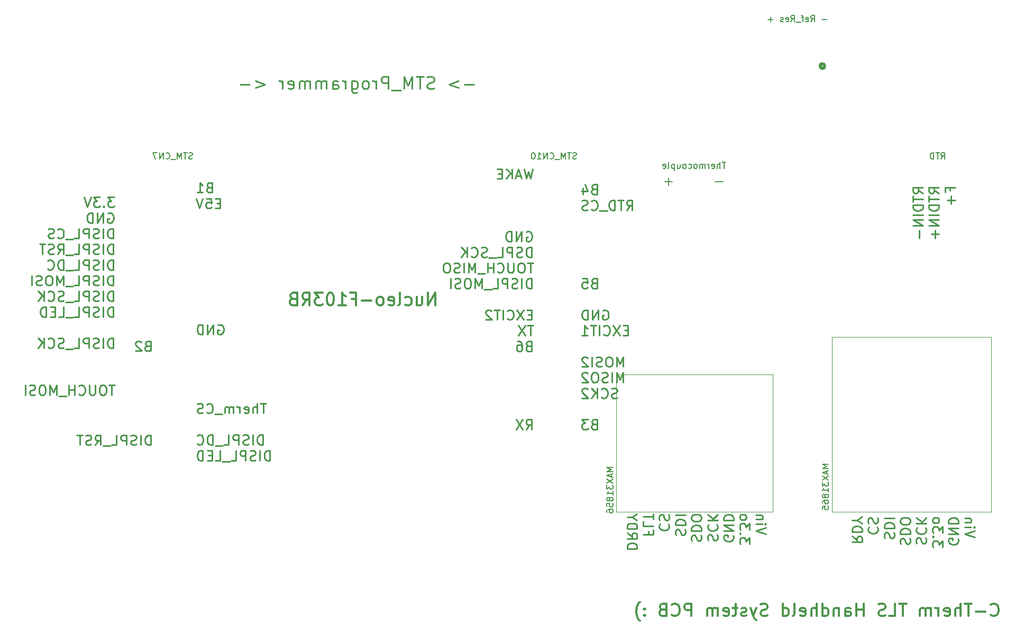
<source format=gbr>
%TF.GenerationSoftware,KiCad,Pcbnew,9.0.7*%
%TF.CreationDate,2026-02-05T18:36:46-04:00*%
%TF.ProjectId,TLS_Handheld_PCB,544c535f-4861-46e6-9468-656c645f5043,1*%
%TF.SameCoordinates,Original*%
%TF.FileFunction,Legend,Bot*%
%TF.FilePolarity,Positive*%
%FSLAX46Y46*%
G04 Gerber Fmt 4.6, Leading zero omitted, Abs format (unit mm)*
G04 Created by KiCad (PCBNEW 9.0.7) date 2026-02-05 18:36:46*
%MOMM*%
%LPD*%
G01*
G04 APERTURE LIST*
%ADD10C,0.100000*%
%ADD11C,0.250000*%
%ADD12C,0.150000*%
%ADD13C,0.300000*%
%ADD14C,0.200000*%
%ADD15C,0.508000*%
G04 APERTURE END LIST*
D10*
X209500000Y-95000000D02*
X235000000Y-95000000D01*
X235000000Y-123000000D01*
X209500000Y-123000000D01*
X209500000Y-95000000D01*
X175000000Y-101000000D02*
X200000000Y-101000000D01*
X200000000Y-123000000D01*
X175000000Y-123000000D01*
X175000000Y-101000000D01*
D11*
X171373997Y-71306247D02*
X171145425Y-71380533D01*
X171145425Y-71380533D02*
X171069235Y-71454819D01*
X171069235Y-71454819D02*
X170993044Y-71603390D01*
X170993044Y-71603390D02*
X170993044Y-71826247D01*
X170993044Y-71826247D02*
X171069235Y-71974819D01*
X171069235Y-71974819D02*
X171145425Y-72049105D01*
X171145425Y-72049105D02*
X171297806Y-72123390D01*
X171297806Y-72123390D02*
X171907330Y-72123390D01*
X171907330Y-72123390D02*
X171907330Y-70563390D01*
X171907330Y-70563390D02*
X171373997Y-70563390D01*
X171373997Y-70563390D02*
X171221616Y-70637676D01*
X171221616Y-70637676D02*
X171145425Y-70711962D01*
X171145425Y-70711962D02*
X171069235Y-70860533D01*
X171069235Y-70860533D02*
X171069235Y-71009105D01*
X171069235Y-71009105D02*
X171145425Y-71157676D01*
X171145425Y-71157676D02*
X171221616Y-71231962D01*
X171221616Y-71231962D02*
X171373997Y-71306247D01*
X171373997Y-71306247D02*
X171907330Y-71306247D01*
X169621616Y-71083390D02*
X169621616Y-72123390D01*
X170002568Y-70489105D02*
X170383521Y-71603390D01*
X170383521Y-71603390D02*
X169393044Y-71603390D01*
X176631140Y-74634903D02*
X177164474Y-73892046D01*
X177545426Y-74634903D02*
X177545426Y-73074903D01*
X177545426Y-73074903D02*
X176935902Y-73074903D01*
X176935902Y-73074903D02*
X176783521Y-73149189D01*
X176783521Y-73149189D02*
X176707331Y-73223475D01*
X176707331Y-73223475D02*
X176631140Y-73372046D01*
X176631140Y-73372046D02*
X176631140Y-73594903D01*
X176631140Y-73594903D02*
X176707331Y-73743475D01*
X176707331Y-73743475D02*
X176783521Y-73817760D01*
X176783521Y-73817760D02*
X176935902Y-73892046D01*
X176935902Y-73892046D02*
X177545426Y-73892046D01*
X176173998Y-73074903D02*
X175259712Y-73074903D01*
X175716855Y-74634903D02*
X175716855Y-73074903D01*
X174726378Y-74634903D02*
X174726378Y-73074903D01*
X174726378Y-73074903D02*
X174345426Y-73074903D01*
X174345426Y-73074903D02*
X174116854Y-73149189D01*
X174116854Y-73149189D02*
X173964473Y-73297760D01*
X173964473Y-73297760D02*
X173888283Y-73446332D01*
X173888283Y-73446332D02*
X173812092Y-73743475D01*
X173812092Y-73743475D02*
X173812092Y-73966332D01*
X173812092Y-73966332D02*
X173888283Y-74263475D01*
X173888283Y-74263475D02*
X173964473Y-74412046D01*
X173964473Y-74412046D02*
X174116854Y-74560618D01*
X174116854Y-74560618D02*
X174345426Y-74634903D01*
X174345426Y-74634903D02*
X174726378Y-74634903D01*
X173507331Y-74783475D02*
X172288283Y-74783475D01*
X170993044Y-74486332D02*
X171069235Y-74560618D01*
X171069235Y-74560618D02*
X171297806Y-74634903D01*
X171297806Y-74634903D02*
X171450187Y-74634903D01*
X171450187Y-74634903D02*
X171678759Y-74560618D01*
X171678759Y-74560618D02*
X171831140Y-74412046D01*
X171831140Y-74412046D02*
X171907330Y-74263475D01*
X171907330Y-74263475D02*
X171983521Y-73966332D01*
X171983521Y-73966332D02*
X171983521Y-73743475D01*
X171983521Y-73743475D02*
X171907330Y-73446332D01*
X171907330Y-73446332D02*
X171831140Y-73297760D01*
X171831140Y-73297760D02*
X171678759Y-73149189D01*
X171678759Y-73149189D02*
X171450187Y-73074903D01*
X171450187Y-73074903D02*
X171297806Y-73074903D01*
X171297806Y-73074903D02*
X171069235Y-73149189D01*
X171069235Y-73149189D02*
X170993044Y-73223475D01*
X170383521Y-74560618D02*
X170154949Y-74634903D01*
X170154949Y-74634903D02*
X169773997Y-74634903D01*
X169773997Y-74634903D02*
X169621616Y-74560618D01*
X169621616Y-74560618D02*
X169545425Y-74486332D01*
X169545425Y-74486332D02*
X169469235Y-74337760D01*
X169469235Y-74337760D02*
X169469235Y-74189189D01*
X169469235Y-74189189D02*
X169545425Y-74040618D01*
X169545425Y-74040618D02*
X169621616Y-73966332D01*
X169621616Y-73966332D02*
X169773997Y-73892046D01*
X169773997Y-73892046D02*
X170078759Y-73817760D01*
X170078759Y-73817760D02*
X170231140Y-73743475D01*
X170231140Y-73743475D02*
X170307330Y-73669189D01*
X170307330Y-73669189D02*
X170383521Y-73520618D01*
X170383521Y-73520618D02*
X170383521Y-73372046D01*
X170383521Y-73372046D02*
X170307330Y-73223475D01*
X170307330Y-73223475D02*
X170231140Y-73149189D01*
X170231140Y-73149189D02*
X170078759Y-73074903D01*
X170078759Y-73074903D02*
X169697806Y-73074903D01*
X169697806Y-73074903D02*
X169469235Y-73149189D01*
X171373997Y-86375325D02*
X171145425Y-86449611D01*
X171145425Y-86449611D02*
X171069235Y-86523897D01*
X171069235Y-86523897D02*
X170993044Y-86672468D01*
X170993044Y-86672468D02*
X170993044Y-86895325D01*
X170993044Y-86895325D02*
X171069235Y-87043897D01*
X171069235Y-87043897D02*
X171145425Y-87118183D01*
X171145425Y-87118183D02*
X171297806Y-87192468D01*
X171297806Y-87192468D02*
X171907330Y-87192468D01*
X171907330Y-87192468D02*
X171907330Y-85632468D01*
X171907330Y-85632468D02*
X171373997Y-85632468D01*
X171373997Y-85632468D02*
X171221616Y-85706754D01*
X171221616Y-85706754D02*
X171145425Y-85781040D01*
X171145425Y-85781040D02*
X171069235Y-85929611D01*
X171069235Y-85929611D02*
X171069235Y-86078183D01*
X171069235Y-86078183D02*
X171145425Y-86226754D01*
X171145425Y-86226754D02*
X171221616Y-86301040D01*
X171221616Y-86301040D02*
X171373997Y-86375325D01*
X171373997Y-86375325D02*
X171907330Y-86375325D01*
X169545425Y-85632468D02*
X170307330Y-85632468D01*
X170307330Y-85632468D02*
X170383521Y-86375325D01*
X170383521Y-86375325D02*
X170307330Y-86301040D01*
X170307330Y-86301040D02*
X170154949Y-86226754D01*
X170154949Y-86226754D02*
X169773997Y-86226754D01*
X169773997Y-86226754D02*
X169621616Y-86301040D01*
X169621616Y-86301040D02*
X169545425Y-86375325D01*
X169545425Y-86375325D02*
X169469235Y-86523897D01*
X169469235Y-86523897D02*
X169469235Y-86895325D01*
X169469235Y-86895325D02*
X169545425Y-87043897D01*
X169545425Y-87043897D02*
X169621616Y-87118183D01*
X169621616Y-87118183D02*
X169773997Y-87192468D01*
X169773997Y-87192468D02*
X170154949Y-87192468D01*
X170154949Y-87192468D02*
X170307330Y-87118183D01*
X170307330Y-87118183D02*
X170383521Y-87043897D01*
X172821615Y-90729780D02*
X172973996Y-90655494D01*
X172973996Y-90655494D02*
X173202567Y-90655494D01*
X173202567Y-90655494D02*
X173431139Y-90729780D01*
X173431139Y-90729780D02*
X173583520Y-90878351D01*
X173583520Y-90878351D02*
X173659710Y-91026923D01*
X173659710Y-91026923D02*
X173735901Y-91324066D01*
X173735901Y-91324066D02*
X173735901Y-91546923D01*
X173735901Y-91546923D02*
X173659710Y-91844066D01*
X173659710Y-91844066D02*
X173583520Y-91992637D01*
X173583520Y-91992637D02*
X173431139Y-92141209D01*
X173431139Y-92141209D02*
X173202567Y-92215494D01*
X173202567Y-92215494D02*
X173050186Y-92215494D01*
X173050186Y-92215494D02*
X172821615Y-92141209D01*
X172821615Y-92141209D02*
X172745424Y-92066923D01*
X172745424Y-92066923D02*
X172745424Y-91546923D01*
X172745424Y-91546923D02*
X173050186Y-91546923D01*
X172059710Y-92215494D02*
X172059710Y-90655494D01*
X172059710Y-90655494D02*
X171145424Y-92215494D01*
X171145424Y-92215494D02*
X171145424Y-90655494D01*
X170383520Y-92215494D02*
X170383520Y-90655494D01*
X170383520Y-90655494D02*
X170002568Y-90655494D01*
X170002568Y-90655494D02*
X169773996Y-90729780D01*
X169773996Y-90729780D02*
X169621615Y-90878351D01*
X169621615Y-90878351D02*
X169545425Y-91026923D01*
X169545425Y-91026923D02*
X169469234Y-91324066D01*
X169469234Y-91324066D02*
X169469234Y-91546923D01*
X169469234Y-91546923D02*
X169545425Y-91844066D01*
X169545425Y-91844066D02*
X169621615Y-91992637D01*
X169621615Y-91992637D02*
X169773996Y-92141209D01*
X169773996Y-92141209D02*
X170002568Y-92215494D01*
X170002568Y-92215494D02*
X170383520Y-92215494D01*
X176859712Y-93909864D02*
X176326379Y-93909864D01*
X176097807Y-94727007D02*
X176859712Y-94727007D01*
X176859712Y-94727007D02*
X176859712Y-93167007D01*
X176859712Y-93167007D02*
X176097807Y-93167007D01*
X175564474Y-93167007D02*
X174497807Y-94727007D01*
X174497807Y-93167007D02*
X175564474Y-94727007D01*
X172973997Y-94578436D02*
X173050188Y-94652722D01*
X173050188Y-94652722D02*
X173278759Y-94727007D01*
X173278759Y-94727007D02*
X173431140Y-94727007D01*
X173431140Y-94727007D02*
X173659712Y-94652722D01*
X173659712Y-94652722D02*
X173812093Y-94504150D01*
X173812093Y-94504150D02*
X173888283Y-94355579D01*
X173888283Y-94355579D02*
X173964474Y-94058436D01*
X173964474Y-94058436D02*
X173964474Y-93835579D01*
X173964474Y-93835579D02*
X173888283Y-93538436D01*
X173888283Y-93538436D02*
X173812093Y-93389864D01*
X173812093Y-93389864D02*
X173659712Y-93241293D01*
X173659712Y-93241293D02*
X173431140Y-93167007D01*
X173431140Y-93167007D02*
X173278759Y-93167007D01*
X173278759Y-93167007D02*
X173050188Y-93241293D01*
X173050188Y-93241293D02*
X172973997Y-93315579D01*
X172288283Y-94727007D02*
X172288283Y-93167007D01*
X171754950Y-93167007D02*
X170840664Y-93167007D01*
X171297807Y-94727007D02*
X171297807Y-93167007D01*
X169469235Y-94727007D02*
X170383521Y-94727007D01*
X169926378Y-94727007D02*
X169926378Y-93167007D01*
X169926378Y-93167007D02*
X170078759Y-93389864D01*
X170078759Y-93389864D02*
X170231140Y-93538436D01*
X170231140Y-93538436D02*
X170383521Y-93612722D01*
X176097806Y-99750033D02*
X176097806Y-98190033D01*
X176097806Y-98190033D02*
X175564473Y-99304319D01*
X175564473Y-99304319D02*
X175031139Y-98190033D01*
X175031139Y-98190033D02*
X175031139Y-99750033D01*
X173964473Y-98190033D02*
X173659711Y-98190033D01*
X173659711Y-98190033D02*
X173507330Y-98264319D01*
X173507330Y-98264319D02*
X173354949Y-98412890D01*
X173354949Y-98412890D02*
X173278759Y-98710033D01*
X173278759Y-98710033D02*
X173278759Y-99230033D01*
X173278759Y-99230033D02*
X173354949Y-99527176D01*
X173354949Y-99527176D02*
X173507330Y-99675748D01*
X173507330Y-99675748D02*
X173659711Y-99750033D01*
X173659711Y-99750033D02*
X173964473Y-99750033D01*
X173964473Y-99750033D02*
X174116854Y-99675748D01*
X174116854Y-99675748D02*
X174269235Y-99527176D01*
X174269235Y-99527176D02*
X174345426Y-99230033D01*
X174345426Y-99230033D02*
X174345426Y-98710033D01*
X174345426Y-98710033D02*
X174269235Y-98412890D01*
X174269235Y-98412890D02*
X174116854Y-98264319D01*
X174116854Y-98264319D02*
X173964473Y-98190033D01*
X172669236Y-99675748D02*
X172440664Y-99750033D01*
X172440664Y-99750033D02*
X172059712Y-99750033D01*
X172059712Y-99750033D02*
X171907331Y-99675748D01*
X171907331Y-99675748D02*
X171831140Y-99601462D01*
X171831140Y-99601462D02*
X171754950Y-99452890D01*
X171754950Y-99452890D02*
X171754950Y-99304319D01*
X171754950Y-99304319D02*
X171831140Y-99155748D01*
X171831140Y-99155748D02*
X171907331Y-99081462D01*
X171907331Y-99081462D02*
X172059712Y-99007176D01*
X172059712Y-99007176D02*
X172364474Y-98932890D01*
X172364474Y-98932890D02*
X172516855Y-98858605D01*
X172516855Y-98858605D02*
X172593045Y-98784319D01*
X172593045Y-98784319D02*
X172669236Y-98635748D01*
X172669236Y-98635748D02*
X172669236Y-98487176D01*
X172669236Y-98487176D02*
X172593045Y-98338605D01*
X172593045Y-98338605D02*
X172516855Y-98264319D01*
X172516855Y-98264319D02*
X172364474Y-98190033D01*
X172364474Y-98190033D02*
X171983521Y-98190033D01*
X171983521Y-98190033D02*
X171754950Y-98264319D01*
X171069235Y-99750033D02*
X171069235Y-98190033D01*
X170383521Y-98338605D02*
X170307330Y-98264319D01*
X170307330Y-98264319D02*
X170154949Y-98190033D01*
X170154949Y-98190033D02*
X169773997Y-98190033D01*
X169773997Y-98190033D02*
X169621616Y-98264319D01*
X169621616Y-98264319D02*
X169545425Y-98338605D01*
X169545425Y-98338605D02*
X169469235Y-98487176D01*
X169469235Y-98487176D02*
X169469235Y-98635748D01*
X169469235Y-98635748D02*
X169545425Y-98858605D01*
X169545425Y-98858605D02*
X170459711Y-99750033D01*
X170459711Y-99750033D02*
X169469235Y-99750033D01*
X176097806Y-102261546D02*
X176097806Y-100701546D01*
X176097806Y-100701546D02*
X175564473Y-101815832D01*
X175564473Y-101815832D02*
X175031139Y-100701546D01*
X175031139Y-100701546D02*
X175031139Y-102261546D01*
X174269235Y-102261546D02*
X174269235Y-100701546D01*
X173583521Y-102187261D02*
X173354949Y-102261546D01*
X173354949Y-102261546D02*
X172973997Y-102261546D01*
X172973997Y-102261546D02*
X172821616Y-102187261D01*
X172821616Y-102187261D02*
X172745425Y-102112975D01*
X172745425Y-102112975D02*
X172669235Y-101964403D01*
X172669235Y-101964403D02*
X172669235Y-101815832D01*
X172669235Y-101815832D02*
X172745425Y-101667261D01*
X172745425Y-101667261D02*
X172821616Y-101592975D01*
X172821616Y-101592975D02*
X172973997Y-101518689D01*
X172973997Y-101518689D02*
X173278759Y-101444403D01*
X173278759Y-101444403D02*
X173431140Y-101370118D01*
X173431140Y-101370118D02*
X173507330Y-101295832D01*
X173507330Y-101295832D02*
X173583521Y-101147261D01*
X173583521Y-101147261D02*
X173583521Y-100998689D01*
X173583521Y-100998689D02*
X173507330Y-100850118D01*
X173507330Y-100850118D02*
X173431140Y-100775832D01*
X173431140Y-100775832D02*
X173278759Y-100701546D01*
X173278759Y-100701546D02*
X172897806Y-100701546D01*
X172897806Y-100701546D02*
X172669235Y-100775832D01*
X171678758Y-100701546D02*
X171373996Y-100701546D01*
X171373996Y-100701546D02*
X171221615Y-100775832D01*
X171221615Y-100775832D02*
X171069234Y-100924403D01*
X171069234Y-100924403D02*
X170993044Y-101221546D01*
X170993044Y-101221546D02*
X170993044Y-101741546D01*
X170993044Y-101741546D02*
X171069234Y-102038689D01*
X171069234Y-102038689D02*
X171221615Y-102187261D01*
X171221615Y-102187261D02*
X171373996Y-102261546D01*
X171373996Y-102261546D02*
X171678758Y-102261546D01*
X171678758Y-102261546D02*
X171831139Y-102187261D01*
X171831139Y-102187261D02*
X171983520Y-102038689D01*
X171983520Y-102038689D02*
X172059711Y-101741546D01*
X172059711Y-101741546D02*
X172059711Y-101221546D01*
X172059711Y-101221546D02*
X171983520Y-100924403D01*
X171983520Y-100924403D02*
X171831139Y-100775832D01*
X171831139Y-100775832D02*
X171678758Y-100701546D01*
X170383521Y-100850118D02*
X170307330Y-100775832D01*
X170307330Y-100775832D02*
X170154949Y-100701546D01*
X170154949Y-100701546D02*
X169773997Y-100701546D01*
X169773997Y-100701546D02*
X169621616Y-100775832D01*
X169621616Y-100775832D02*
X169545425Y-100850118D01*
X169545425Y-100850118D02*
X169469235Y-100998689D01*
X169469235Y-100998689D02*
X169469235Y-101147261D01*
X169469235Y-101147261D02*
X169545425Y-101370118D01*
X169545425Y-101370118D02*
X170459711Y-102261546D01*
X170459711Y-102261546D02*
X169469235Y-102261546D01*
X175107331Y-104698774D02*
X174878759Y-104773059D01*
X174878759Y-104773059D02*
X174497807Y-104773059D01*
X174497807Y-104773059D02*
X174345426Y-104698774D01*
X174345426Y-104698774D02*
X174269235Y-104624488D01*
X174269235Y-104624488D02*
X174193045Y-104475916D01*
X174193045Y-104475916D02*
X174193045Y-104327345D01*
X174193045Y-104327345D02*
X174269235Y-104178774D01*
X174269235Y-104178774D02*
X174345426Y-104104488D01*
X174345426Y-104104488D02*
X174497807Y-104030202D01*
X174497807Y-104030202D02*
X174802569Y-103955916D01*
X174802569Y-103955916D02*
X174954950Y-103881631D01*
X174954950Y-103881631D02*
X175031140Y-103807345D01*
X175031140Y-103807345D02*
X175107331Y-103658774D01*
X175107331Y-103658774D02*
X175107331Y-103510202D01*
X175107331Y-103510202D02*
X175031140Y-103361631D01*
X175031140Y-103361631D02*
X174954950Y-103287345D01*
X174954950Y-103287345D02*
X174802569Y-103213059D01*
X174802569Y-103213059D02*
X174421616Y-103213059D01*
X174421616Y-103213059D02*
X174193045Y-103287345D01*
X172593044Y-104624488D02*
X172669235Y-104698774D01*
X172669235Y-104698774D02*
X172897806Y-104773059D01*
X172897806Y-104773059D02*
X173050187Y-104773059D01*
X173050187Y-104773059D02*
X173278759Y-104698774D01*
X173278759Y-104698774D02*
X173431140Y-104550202D01*
X173431140Y-104550202D02*
X173507330Y-104401631D01*
X173507330Y-104401631D02*
X173583521Y-104104488D01*
X173583521Y-104104488D02*
X173583521Y-103881631D01*
X173583521Y-103881631D02*
X173507330Y-103584488D01*
X173507330Y-103584488D02*
X173431140Y-103435916D01*
X173431140Y-103435916D02*
X173278759Y-103287345D01*
X173278759Y-103287345D02*
X173050187Y-103213059D01*
X173050187Y-103213059D02*
X172897806Y-103213059D01*
X172897806Y-103213059D02*
X172669235Y-103287345D01*
X172669235Y-103287345D02*
X172593044Y-103361631D01*
X171907330Y-104773059D02*
X171907330Y-103213059D01*
X170993044Y-104773059D02*
X171678759Y-103881631D01*
X170993044Y-103213059D02*
X171907330Y-104104488D01*
X170383521Y-103361631D02*
X170307330Y-103287345D01*
X170307330Y-103287345D02*
X170154949Y-103213059D01*
X170154949Y-103213059D02*
X169773997Y-103213059D01*
X169773997Y-103213059D02*
X169621616Y-103287345D01*
X169621616Y-103287345D02*
X169545425Y-103361631D01*
X169545425Y-103361631D02*
X169469235Y-103510202D01*
X169469235Y-103510202D02*
X169469235Y-103658774D01*
X169469235Y-103658774D02*
X169545425Y-103881631D01*
X169545425Y-103881631D02*
X170459711Y-104773059D01*
X170459711Y-104773059D02*
X169469235Y-104773059D01*
X171373997Y-108978942D02*
X171145425Y-109053228D01*
X171145425Y-109053228D02*
X171069235Y-109127514D01*
X171069235Y-109127514D02*
X170993044Y-109276085D01*
X170993044Y-109276085D02*
X170993044Y-109498942D01*
X170993044Y-109498942D02*
X171069235Y-109647514D01*
X171069235Y-109647514D02*
X171145425Y-109721800D01*
X171145425Y-109721800D02*
X171297806Y-109796085D01*
X171297806Y-109796085D02*
X171907330Y-109796085D01*
X171907330Y-109796085D02*
X171907330Y-108236085D01*
X171907330Y-108236085D02*
X171373997Y-108236085D01*
X171373997Y-108236085D02*
X171221616Y-108310371D01*
X171221616Y-108310371D02*
X171145425Y-108384657D01*
X171145425Y-108384657D02*
X171069235Y-108533228D01*
X171069235Y-108533228D02*
X171069235Y-108681800D01*
X171069235Y-108681800D02*
X171145425Y-108830371D01*
X171145425Y-108830371D02*
X171221616Y-108904657D01*
X171221616Y-108904657D02*
X171373997Y-108978942D01*
X171373997Y-108978942D02*
X171907330Y-108978942D01*
X170459711Y-108236085D02*
X169469235Y-108236085D01*
X169469235Y-108236085D02*
X170002568Y-108830371D01*
X170002568Y-108830371D02*
X169773997Y-108830371D01*
X169773997Y-108830371D02*
X169621616Y-108904657D01*
X169621616Y-108904657D02*
X169545425Y-108978942D01*
X169545425Y-108978942D02*
X169469235Y-109127514D01*
X169469235Y-109127514D02*
X169469235Y-109498942D01*
X169469235Y-109498942D02*
X169545425Y-109647514D01*
X169545425Y-109647514D02*
X169621616Y-109721800D01*
X169621616Y-109721800D02*
X169773997Y-109796085D01*
X169773997Y-109796085D02*
X170231140Y-109796085D01*
X170231140Y-109796085D02*
X170383521Y-109721800D01*
X170383521Y-109721800D02*
X170459711Y-109647514D01*
X152214285Y-54480333D02*
X150690476Y-54480333D01*
X149738095Y-53908904D02*
X148214286Y-54480333D01*
X148214286Y-54480333D02*
X149738095Y-55051761D01*
X145833333Y-55147000D02*
X145547619Y-55242238D01*
X145547619Y-55242238D02*
X145071428Y-55242238D01*
X145071428Y-55242238D02*
X144880952Y-55147000D01*
X144880952Y-55147000D02*
X144785714Y-55051761D01*
X144785714Y-55051761D02*
X144690476Y-54861285D01*
X144690476Y-54861285D02*
X144690476Y-54670809D01*
X144690476Y-54670809D02*
X144785714Y-54480333D01*
X144785714Y-54480333D02*
X144880952Y-54385095D01*
X144880952Y-54385095D02*
X145071428Y-54289857D01*
X145071428Y-54289857D02*
X145452381Y-54194619D01*
X145452381Y-54194619D02*
X145642857Y-54099380D01*
X145642857Y-54099380D02*
X145738095Y-54004142D01*
X145738095Y-54004142D02*
X145833333Y-53813666D01*
X145833333Y-53813666D02*
X145833333Y-53623190D01*
X145833333Y-53623190D02*
X145738095Y-53432714D01*
X145738095Y-53432714D02*
X145642857Y-53337476D01*
X145642857Y-53337476D02*
X145452381Y-53242238D01*
X145452381Y-53242238D02*
X144976190Y-53242238D01*
X144976190Y-53242238D02*
X144690476Y-53337476D01*
X144119047Y-53242238D02*
X142976190Y-53242238D01*
X143547619Y-55242238D02*
X143547619Y-53242238D01*
X142309523Y-55242238D02*
X142309523Y-53242238D01*
X142309523Y-53242238D02*
X141642856Y-54670809D01*
X141642856Y-54670809D02*
X140976190Y-53242238D01*
X140976190Y-53242238D02*
X140976190Y-55242238D01*
X140500000Y-55432714D02*
X138976190Y-55432714D01*
X138499999Y-55242238D02*
X138499999Y-53242238D01*
X138499999Y-53242238D02*
X137738094Y-53242238D01*
X137738094Y-53242238D02*
X137547618Y-53337476D01*
X137547618Y-53337476D02*
X137452380Y-53432714D01*
X137452380Y-53432714D02*
X137357142Y-53623190D01*
X137357142Y-53623190D02*
X137357142Y-53908904D01*
X137357142Y-53908904D02*
X137452380Y-54099380D01*
X137452380Y-54099380D02*
X137547618Y-54194619D01*
X137547618Y-54194619D02*
X137738094Y-54289857D01*
X137738094Y-54289857D02*
X138499999Y-54289857D01*
X136499999Y-55242238D02*
X136499999Y-53908904D01*
X136499999Y-54289857D02*
X136404761Y-54099380D01*
X136404761Y-54099380D02*
X136309523Y-54004142D01*
X136309523Y-54004142D02*
X136119047Y-53908904D01*
X136119047Y-53908904D02*
X135928570Y-53908904D01*
X134976190Y-55242238D02*
X135166666Y-55147000D01*
X135166666Y-55147000D02*
X135261904Y-55051761D01*
X135261904Y-55051761D02*
X135357142Y-54861285D01*
X135357142Y-54861285D02*
X135357142Y-54289857D01*
X135357142Y-54289857D02*
X135261904Y-54099380D01*
X135261904Y-54099380D02*
X135166666Y-54004142D01*
X135166666Y-54004142D02*
X134976190Y-53908904D01*
X134976190Y-53908904D02*
X134690475Y-53908904D01*
X134690475Y-53908904D02*
X134499999Y-54004142D01*
X134499999Y-54004142D02*
X134404761Y-54099380D01*
X134404761Y-54099380D02*
X134309523Y-54289857D01*
X134309523Y-54289857D02*
X134309523Y-54861285D01*
X134309523Y-54861285D02*
X134404761Y-55051761D01*
X134404761Y-55051761D02*
X134499999Y-55147000D01*
X134499999Y-55147000D02*
X134690475Y-55242238D01*
X134690475Y-55242238D02*
X134976190Y-55242238D01*
X132595237Y-53908904D02*
X132595237Y-55527952D01*
X132595237Y-55527952D02*
X132690475Y-55718428D01*
X132690475Y-55718428D02*
X132785713Y-55813666D01*
X132785713Y-55813666D02*
X132976190Y-55908904D01*
X132976190Y-55908904D02*
X133261904Y-55908904D01*
X133261904Y-55908904D02*
X133452380Y-55813666D01*
X132595237Y-55147000D02*
X132785713Y-55242238D01*
X132785713Y-55242238D02*
X133166666Y-55242238D01*
X133166666Y-55242238D02*
X133357142Y-55147000D01*
X133357142Y-55147000D02*
X133452380Y-55051761D01*
X133452380Y-55051761D02*
X133547618Y-54861285D01*
X133547618Y-54861285D02*
X133547618Y-54289857D01*
X133547618Y-54289857D02*
X133452380Y-54099380D01*
X133452380Y-54099380D02*
X133357142Y-54004142D01*
X133357142Y-54004142D02*
X133166666Y-53908904D01*
X133166666Y-53908904D02*
X132785713Y-53908904D01*
X132785713Y-53908904D02*
X132595237Y-54004142D01*
X131642856Y-55242238D02*
X131642856Y-53908904D01*
X131642856Y-54289857D02*
X131547618Y-54099380D01*
X131547618Y-54099380D02*
X131452380Y-54004142D01*
X131452380Y-54004142D02*
X131261904Y-53908904D01*
X131261904Y-53908904D02*
X131071427Y-53908904D01*
X129547618Y-55242238D02*
X129547618Y-54194619D01*
X129547618Y-54194619D02*
X129642856Y-54004142D01*
X129642856Y-54004142D02*
X129833332Y-53908904D01*
X129833332Y-53908904D02*
X130214285Y-53908904D01*
X130214285Y-53908904D02*
X130404761Y-54004142D01*
X129547618Y-55147000D02*
X129738094Y-55242238D01*
X129738094Y-55242238D02*
X130214285Y-55242238D01*
X130214285Y-55242238D02*
X130404761Y-55147000D01*
X130404761Y-55147000D02*
X130499999Y-54956523D01*
X130499999Y-54956523D02*
X130499999Y-54766047D01*
X130499999Y-54766047D02*
X130404761Y-54575571D01*
X130404761Y-54575571D02*
X130214285Y-54480333D01*
X130214285Y-54480333D02*
X129738094Y-54480333D01*
X129738094Y-54480333D02*
X129547618Y-54385095D01*
X128595237Y-55242238D02*
X128595237Y-53908904D01*
X128595237Y-54099380D02*
X128499999Y-54004142D01*
X128499999Y-54004142D02*
X128309523Y-53908904D01*
X128309523Y-53908904D02*
X128023808Y-53908904D01*
X128023808Y-53908904D02*
X127833332Y-54004142D01*
X127833332Y-54004142D02*
X127738094Y-54194619D01*
X127738094Y-54194619D02*
X127738094Y-55242238D01*
X127738094Y-54194619D02*
X127642856Y-54004142D01*
X127642856Y-54004142D02*
X127452380Y-53908904D01*
X127452380Y-53908904D02*
X127166666Y-53908904D01*
X127166666Y-53908904D02*
X126976189Y-54004142D01*
X126976189Y-54004142D02*
X126880951Y-54194619D01*
X126880951Y-54194619D02*
X126880951Y-55242238D01*
X125928570Y-55242238D02*
X125928570Y-53908904D01*
X125928570Y-54099380D02*
X125833332Y-54004142D01*
X125833332Y-54004142D02*
X125642856Y-53908904D01*
X125642856Y-53908904D02*
X125357141Y-53908904D01*
X125357141Y-53908904D02*
X125166665Y-54004142D01*
X125166665Y-54004142D02*
X125071427Y-54194619D01*
X125071427Y-54194619D02*
X125071427Y-55242238D01*
X125071427Y-54194619D02*
X124976189Y-54004142D01*
X124976189Y-54004142D02*
X124785713Y-53908904D01*
X124785713Y-53908904D02*
X124499999Y-53908904D01*
X124499999Y-53908904D02*
X124309522Y-54004142D01*
X124309522Y-54004142D02*
X124214284Y-54194619D01*
X124214284Y-54194619D02*
X124214284Y-55242238D01*
X122499998Y-55147000D02*
X122690474Y-55242238D01*
X122690474Y-55242238D02*
X123071427Y-55242238D01*
X123071427Y-55242238D02*
X123261903Y-55147000D01*
X123261903Y-55147000D02*
X123357141Y-54956523D01*
X123357141Y-54956523D02*
X123357141Y-54194619D01*
X123357141Y-54194619D02*
X123261903Y-54004142D01*
X123261903Y-54004142D02*
X123071427Y-53908904D01*
X123071427Y-53908904D02*
X122690474Y-53908904D01*
X122690474Y-53908904D02*
X122499998Y-54004142D01*
X122499998Y-54004142D02*
X122404760Y-54194619D01*
X122404760Y-54194619D02*
X122404760Y-54385095D01*
X122404760Y-54385095D02*
X123357141Y-54575571D01*
X121547617Y-55242238D02*
X121547617Y-53908904D01*
X121547617Y-54289857D02*
X121452379Y-54099380D01*
X121452379Y-54099380D02*
X121357141Y-54004142D01*
X121357141Y-54004142D02*
X121166665Y-53908904D01*
X121166665Y-53908904D02*
X120976188Y-53908904D01*
X117261903Y-53908904D02*
X118785712Y-54480333D01*
X118785712Y-54480333D02*
X117261903Y-55051761D01*
X116309522Y-54480333D02*
X114785713Y-54480333D01*
X109786497Y-71003076D02*
X109557925Y-71077838D01*
X109557925Y-71077838D02*
X109481735Y-71152600D01*
X109481735Y-71152600D02*
X109405544Y-71302124D01*
X109405544Y-71302124D02*
X109405544Y-71526410D01*
X109405544Y-71526410D02*
X109481735Y-71675934D01*
X109481735Y-71675934D02*
X109557925Y-71750696D01*
X109557925Y-71750696D02*
X109710306Y-71825457D01*
X109710306Y-71825457D02*
X110319830Y-71825457D01*
X110319830Y-71825457D02*
X110319830Y-70255457D01*
X110319830Y-70255457D02*
X109786497Y-70255457D01*
X109786497Y-70255457D02*
X109634116Y-70330219D01*
X109634116Y-70330219D02*
X109557925Y-70404981D01*
X109557925Y-70404981D02*
X109481735Y-70554505D01*
X109481735Y-70554505D02*
X109481735Y-70704029D01*
X109481735Y-70704029D02*
X109557925Y-70853553D01*
X109557925Y-70853553D02*
X109634116Y-70928315D01*
X109634116Y-70928315D02*
X109786497Y-71003076D01*
X109786497Y-71003076D02*
X110319830Y-71003076D01*
X107881735Y-71825457D02*
X108796021Y-71825457D01*
X108338878Y-71825457D02*
X108338878Y-70255457D01*
X108338878Y-70255457D02*
X108491259Y-70479743D01*
X108491259Y-70479743D02*
X108643640Y-70629267D01*
X108643640Y-70629267D02*
X108796021Y-70704029D01*
X111538878Y-73530688D02*
X111005545Y-73530688D01*
X110776973Y-74353069D02*
X111538878Y-74353069D01*
X111538878Y-74353069D02*
X111538878Y-72783069D01*
X111538878Y-72783069D02*
X110776973Y-72783069D01*
X109329354Y-72783069D02*
X110091259Y-72783069D01*
X110091259Y-72783069D02*
X110167450Y-73530688D01*
X110167450Y-73530688D02*
X110091259Y-73455927D01*
X110091259Y-73455927D02*
X109938878Y-73381165D01*
X109938878Y-73381165D02*
X109557926Y-73381165D01*
X109557926Y-73381165D02*
X109405545Y-73455927D01*
X109405545Y-73455927D02*
X109329354Y-73530688D01*
X109329354Y-73530688D02*
X109253164Y-73680212D01*
X109253164Y-73680212D02*
X109253164Y-74054022D01*
X109253164Y-74054022D02*
X109329354Y-74203546D01*
X109329354Y-74203546D02*
X109405545Y-74278308D01*
X109405545Y-74278308D02*
X109557926Y-74353069D01*
X109557926Y-74353069D02*
X109938878Y-74353069D01*
X109938878Y-74353069D02*
X110091259Y-74278308D01*
X110091259Y-74278308D02*
X110167450Y-74203546D01*
X108796021Y-72783069D02*
X108262687Y-74353069D01*
X108262687Y-74353069D02*
X107729354Y-72783069D01*
X111234115Y-93078727D02*
X111386496Y-93003965D01*
X111386496Y-93003965D02*
X111615067Y-93003965D01*
X111615067Y-93003965D02*
X111843639Y-93078727D01*
X111843639Y-93078727D02*
X111996020Y-93228251D01*
X111996020Y-93228251D02*
X112072210Y-93377775D01*
X112072210Y-93377775D02*
X112148401Y-93676823D01*
X112148401Y-93676823D02*
X112148401Y-93901108D01*
X112148401Y-93901108D02*
X112072210Y-94200156D01*
X112072210Y-94200156D02*
X111996020Y-94349680D01*
X111996020Y-94349680D02*
X111843639Y-94499204D01*
X111843639Y-94499204D02*
X111615067Y-94573965D01*
X111615067Y-94573965D02*
X111462686Y-94573965D01*
X111462686Y-94573965D02*
X111234115Y-94499204D01*
X111234115Y-94499204D02*
X111157924Y-94424442D01*
X111157924Y-94424442D02*
X111157924Y-93901108D01*
X111157924Y-93901108D02*
X111462686Y-93901108D01*
X110472210Y-94573965D02*
X110472210Y-93003965D01*
X110472210Y-93003965D02*
X109557924Y-94573965D01*
X109557924Y-94573965D02*
X109557924Y-93003965D01*
X108796020Y-94573965D02*
X108796020Y-93003965D01*
X108796020Y-93003965D02*
X108415068Y-93003965D01*
X108415068Y-93003965D02*
X108186496Y-93078727D01*
X108186496Y-93078727D02*
X108034115Y-93228251D01*
X108034115Y-93228251D02*
X107957925Y-93377775D01*
X107957925Y-93377775D02*
X107881734Y-93676823D01*
X107881734Y-93676823D02*
X107881734Y-93901108D01*
X107881734Y-93901108D02*
X107957925Y-94200156D01*
X107957925Y-94200156D02*
X108034115Y-94349680D01*
X108034115Y-94349680D02*
X108186496Y-94499204D01*
X108186496Y-94499204D02*
X108415068Y-94573965D01*
X108415068Y-94573965D02*
X108796020Y-94573965D01*
X118929355Y-105642025D02*
X118015069Y-105642025D01*
X118472212Y-107212025D02*
X118472212Y-105642025D01*
X117481735Y-107212025D02*
X117481735Y-105642025D01*
X116796021Y-107212025D02*
X116796021Y-106389644D01*
X116796021Y-106389644D02*
X116872211Y-106240121D01*
X116872211Y-106240121D02*
X117024592Y-106165359D01*
X117024592Y-106165359D02*
X117253164Y-106165359D01*
X117253164Y-106165359D02*
X117405545Y-106240121D01*
X117405545Y-106240121D02*
X117481735Y-106314883D01*
X115424592Y-107137264D02*
X115576973Y-107212025D01*
X115576973Y-107212025D02*
X115881735Y-107212025D01*
X115881735Y-107212025D02*
X116034116Y-107137264D01*
X116034116Y-107137264D02*
X116110307Y-106987740D01*
X116110307Y-106987740D02*
X116110307Y-106389644D01*
X116110307Y-106389644D02*
X116034116Y-106240121D01*
X116034116Y-106240121D02*
X115881735Y-106165359D01*
X115881735Y-106165359D02*
X115576973Y-106165359D01*
X115576973Y-106165359D02*
X115424592Y-106240121D01*
X115424592Y-106240121D02*
X115348402Y-106389644D01*
X115348402Y-106389644D02*
X115348402Y-106539168D01*
X115348402Y-106539168D02*
X116110307Y-106688692D01*
X114662687Y-107212025D02*
X114662687Y-106165359D01*
X114662687Y-106464406D02*
X114586497Y-106314883D01*
X114586497Y-106314883D02*
X114510306Y-106240121D01*
X114510306Y-106240121D02*
X114357925Y-106165359D01*
X114357925Y-106165359D02*
X114205544Y-106165359D01*
X113672211Y-107212025D02*
X113672211Y-106165359D01*
X113672211Y-106314883D02*
X113596021Y-106240121D01*
X113596021Y-106240121D02*
X113443640Y-106165359D01*
X113443640Y-106165359D02*
X113215068Y-106165359D01*
X113215068Y-106165359D02*
X113062687Y-106240121D01*
X113062687Y-106240121D02*
X112986497Y-106389644D01*
X112986497Y-106389644D02*
X112986497Y-107212025D01*
X112986497Y-106389644D02*
X112910306Y-106240121D01*
X112910306Y-106240121D02*
X112757925Y-106165359D01*
X112757925Y-106165359D02*
X112529354Y-106165359D01*
X112529354Y-106165359D02*
X112376973Y-106240121D01*
X112376973Y-106240121D02*
X112300783Y-106389644D01*
X112300783Y-106389644D02*
X112300783Y-107212025D01*
X111919831Y-107361549D02*
X110700783Y-107361549D01*
X109405544Y-107062502D02*
X109481735Y-107137264D01*
X109481735Y-107137264D02*
X109710306Y-107212025D01*
X109710306Y-107212025D02*
X109862687Y-107212025D01*
X109862687Y-107212025D02*
X110091259Y-107137264D01*
X110091259Y-107137264D02*
X110243640Y-106987740D01*
X110243640Y-106987740D02*
X110319830Y-106838216D01*
X110319830Y-106838216D02*
X110396021Y-106539168D01*
X110396021Y-106539168D02*
X110396021Y-106314883D01*
X110396021Y-106314883D02*
X110319830Y-106015835D01*
X110319830Y-106015835D02*
X110243640Y-105866311D01*
X110243640Y-105866311D02*
X110091259Y-105716787D01*
X110091259Y-105716787D02*
X109862687Y-105642025D01*
X109862687Y-105642025D02*
X109710306Y-105642025D01*
X109710306Y-105642025D02*
X109481735Y-105716787D01*
X109481735Y-105716787D02*
X109405544Y-105791549D01*
X108796021Y-107137264D02*
X108567449Y-107212025D01*
X108567449Y-107212025D02*
X108186497Y-107212025D01*
X108186497Y-107212025D02*
X108034116Y-107137264D01*
X108034116Y-107137264D02*
X107957925Y-107062502D01*
X107957925Y-107062502D02*
X107881735Y-106912978D01*
X107881735Y-106912978D02*
X107881735Y-106763454D01*
X107881735Y-106763454D02*
X107957925Y-106613930D01*
X107957925Y-106613930D02*
X108034116Y-106539168D01*
X108034116Y-106539168D02*
X108186497Y-106464406D01*
X108186497Y-106464406D02*
X108491259Y-106389644D01*
X108491259Y-106389644D02*
X108643640Y-106314883D01*
X108643640Y-106314883D02*
X108719830Y-106240121D01*
X108719830Y-106240121D02*
X108796021Y-106090597D01*
X108796021Y-106090597D02*
X108796021Y-105941073D01*
X108796021Y-105941073D02*
X108719830Y-105791549D01*
X108719830Y-105791549D02*
X108643640Y-105716787D01*
X108643640Y-105716787D02*
X108491259Y-105642025D01*
X108491259Y-105642025D02*
X108110306Y-105642025D01*
X108110306Y-105642025D02*
X107881735Y-105716787D01*
X118396021Y-112267249D02*
X118396021Y-110697249D01*
X118396021Y-110697249D02*
X118015069Y-110697249D01*
X118015069Y-110697249D02*
X117786497Y-110772011D01*
X117786497Y-110772011D02*
X117634116Y-110921535D01*
X117634116Y-110921535D02*
X117557926Y-111071059D01*
X117557926Y-111071059D02*
X117481735Y-111370107D01*
X117481735Y-111370107D02*
X117481735Y-111594392D01*
X117481735Y-111594392D02*
X117557926Y-111893440D01*
X117557926Y-111893440D02*
X117634116Y-112042964D01*
X117634116Y-112042964D02*
X117786497Y-112192488D01*
X117786497Y-112192488D02*
X118015069Y-112267249D01*
X118015069Y-112267249D02*
X118396021Y-112267249D01*
X116796021Y-112267249D02*
X116796021Y-110697249D01*
X116110307Y-112192488D02*
X115881735Y-112267249D01*
X115881735Y-112267249D02*
X115500783Y-112267249D01*
X115500783Y-112267249D02*
X115348402Y-112192488D01*
X115348402Y-112192488D02*
X115272211Y-112117726D01*
X115272211Y-112117726D02*
X115196021Y-111968202D01*
X115196021Y-111968202D02*
X115196021Y-111818678D01*
X115196021Y-111818678D02*
X115272211Y-111669154D01*
X115272211Y-111669154D02*
X115348402Y-111594392D01*
X115348402Y-111594392D02*
X115500783Y-111519630D01*
X115500783Y-111519630D02*
X115805545Y-111444868D01*
X115805545Y-111444868D02*
X115957926Y-111370107D01*
X115957926Y-111370107D02*
X116034116Y-111295345D01*
X116034116Y-111295345D02*
X116110307Y-111145821D01*
X116110307Y-111145821D02*
X116110307Y-110996297D01*
X116110307Y-110996297D02*
X116034116Y-110846773D01*
X116034116Y-110846773D02*
X115957926Y-110772011D01*
X115957926Y-110772011D02*
X115805545Y-110697249D01*
X115805545Y-110697249D02*
X115424592Y-110697249D01*
X115424592Y-110697249D02*
X115196021Y-110772011D01*
X114510306Y-112267249D02*
X114510306Y-110697249D01*
X114510306Y-110697249D02*
X113900782Y-110697249D01*
X113900782Y-110697249D02*
X113748401Y-110772011D01*
X113748401Y-110772011D02*
X113672211Y-110846773D01*
X113672211Y-110846773D02*
X113596020Y-110996297D01*
X113596020Y-110996297D02*
X113596020Y-111220583D01*
X113596020Y-111220583D02*
X113672211Y-111370107D01*
X113672211Y-111370107D02*
X113748401Y-111444868D01*
X113748401Y-111444868D02*
X113900782Y-111519630D01*
X113900782Y-111519630D02*
X114510306Y-111519630D01*
X112148401Y-112267249D02*
X112910306Y-112267249D01*
X112910306Y-112267249D02*
X112910306Y-110697249D01*
X111996021Y-112416773D02*
X110776973Y-112416773D01*
X110396020Y-112267249D02*
X110396020Y-110697249D01*
X110396020Y-110697249D02*
X110015068Y-110697249D01*
X110015068Y-110697249D02*
X109786496Y-110772011D01*
X109786496Y-110772011D02*
X109634115Y-110921535D01*
X109634115Y-110921535D02*
X109557925Y-111071059D01*
X109557925Y-111071059D02*
X109481734Y-111370107D01*
X109481734Y-111370107D02*
X109481734Y-111594392D01*
X109481734Y-111594392D02*
X109557925Y-111893440D01*
X109557925Y-111893440D02*
X109634115Y-112042964D01*
X109634115Y-112042964D02*
X109786496Y-112192488D01*
X109786496Y-112192488D02*
X110015068Y-112267249D01*
X110015068Y-112267249D02*
X110396020Y-112267249D01*
X107881734Y-112117726D02*
X107957925Y-112192488D01*
X107957925Y-112192488D02*
X108186496Y-112267249D01*
X108186496Y-112267249D02*
X108338877Y-112267249D01*
X108338877Y-112267249D02*
X108567449Y-112192488D01*
X108567449Y-112192488D02*
X108719830Y-112042964D01*
X108719830Y-112042964D02*
X108796020Y-111893440D01*
X108796020Y-111893440D02*
X108872211Y-111594392D01*
X108872211Y-111594392D02*
X108872211Y-111370107D01*
X108872211Y-111370107D02*
X108796020Y-111071059D01*
X108796020Y-111071059D02*
X108719830Y-110921535D01*
X108719830Y-110921535D02*
X108567449Y-110772011D01*
X108567449Y-110772011D02*
X108338877Y-110697249D01*
X108338877Y-110697249D02*
X108186496Y-110697249D01*
X108186496Y-110697249D02*
X107957925Y-110772011D01*
X107957925Y-110772011D02*
X107881734Y-110846773D01*
X119538878Y-114794861D02*
X119538878Y-113224861D01*
X119538878Y-113224861D02*
X119157926Y-113224861D01*
X119157926Y-113224861D02*
X118929354Y-113299623D01*
X118929354Y-113299623D02*
X118776973Y-113449147D01*
X118776973Y-113449147D02*
X118700783Y-113598671D01*
X118700783Y-113598671D02*
X118624592Y-113897719D01*
X118624592Y-113897719D02*
X118624592Y-114122004D01*
X118624592Y-114122004D02*
X118700783Y-114421052D01*
X118700783Y-114421052D02*
X118776973Y-114570576D01*
X118776973Y-114570576D02*
X118929354Y-114720100D01*
X118929354Y-114720100D02*
X119157926Y-114794861D01*
X119157926Y-114794861D02*
X119538878Y-114794861D01*
X117938878Y-114794861D02*
X117938878Y-113224861D01*
X117253164Y-114720100D02*
X117024592Y-114794861D01*
X117024592Y-114794861D02*
X116643640Y-114794861D01*
X116643640Y-114794861D02*
X116491259Y-114720100D01*
X116491259Y-114720100D02*
X116415068Y-114645338D01*
X116415068Y-114645338D02*
X116338878Y-114495814D01*
X116338878Y-114495814D02*
X116338878Y-114346290D01*
X116338878Y-114346290D02*
X116415068Y-114196766D01*
X116415068Y-114196766D02*
X116491259Y-114122004D01*
X116491259Y-114122004D02*
X116643640Y-114047242D01*
X116643640Y-114047242D02*
X116948402Y-113972480D01*
X116948402Y-113972480D02*
X117100783Y-113897719D01*
X117100783Y-113897719D02*
X117176973Y-113822957D01*
X117176973Y-113822957D02*
X117253164Y-113673433D01*
X117253164Y-113673433D02*
X117253164Y-113523909D01*
X117253164Y-113523909D02*
X117176973Y-113374385D01*
X117176973Y-113374385D02*
X117100783Y-113299623D01*
X117100783Y-113299623D02*
X116948402Y-113224861D01*
X116948402Y-113224861D02*
X116567449Y-113224861D01*
X116567449Y-113224861D02*
X116338878Y-113299623D01*
X115653163Y-114794861D02*
X115653163Y-113224861D01*
X115653163Y-113224861D02*
X115043639Y-113224861D01*
X115043639Y-113224861D02*
X114891258Y-113299623D01*
X114891258Y-113299623D02*
X114815068Y-113374385D01*
X114815068Y-113374385D02*
X114738877Y-113523909D01*
X114738877Y-113523909D02*
X114738877Y-113748195D01*
X114738877Y-113748195D02*
X114815068Y-113897719D01*
X114815068Y-113897719D02*
X114891258Y-113972480D01*
X114891258Y-113972480D02*
X115043639Y-114047242D01*
X115043639Y-114047242D02*
X115653163Y-114047242D01*
X113291258Y-114794861D02*
X114053163Y-114794861D01*
X114053163Y-114794861D02*
X114053163Y-113224861D01*
X113138878Y-114944385D02*
X111919830Y-114944385D01*
X110776972Y-114794861D02*
X111538877Y-114794861D01*
X111538877Y-114794861D02*
X111538877Y-113224861D01*
X110243639Y-113972480D02*
X109710306Y-113972480D01*
X109481734Y-114794861D02*
X110243639Y-114794861D01*
X110243639Y-114794861D02*
X110243639Y-113224861D01*
X110243639Y-113224861D02*
X109481734Y-113224861D01*
X108796020Y-114794861D02*
X108796020Y-113224861D01*
X108796020Y-113224861D02*
X108415068Y-113224861D01*
X108415068Y-113224861D02*
X108186496Y-113299623D01*
X108186496Y-113299623D02*
X108034115Y-113449147D01*
X108034115Y-113449147D02*
X107957925Y-113598671D01*
X107957925Y-113598671D02*
X107881734Y-113897719D01*
X107881734Y-113897719D02*
X107881734Y-114122004D01*
X107881734Y-114122004D02*
X107957925Y-114421052D01*
X107957925Y-114421052D02*
X108034115Y-114570576D01*
X108034115Y-114570576D02*
X108186496Y-114720100D01*
X108186496Y-114720100D02*
X108415068Y-114794861D01*
X108415068Y-114794861D02*
X108796020Y-114794861D01*
X232340179Y-127093045D02*
X230740179Y-126559711D01*
X230740179Y-126559711D02*
X232340179Y-126026378D01*
X230740179Y-125493044D02*
X231806846Y-125493044D01*
X232340179Y-125493044D02*
X232263989Y-125569235D01*
X232263989Y-125569235D02*
X232187798Y-125493044D01*
X232187798Y-125493044D02*
X232263989Y-125416854D01*
X232263989Y-125416854D02*
X232340179Y-125493044D01*
X232340179Y-125493044D02*
X232187798Y-125493044D01*
X231806846Y-124731139D02*
X230740179Y-124731139D01*
X231654465Y-124731139D02*
X231730655Y-124654949D01*
X231730655Y-124654949D02*
X231806846Y-124502568D01*
X231806846Y-124502568D02*
X231806846Y-124273996D01*
X231806846Y-124273996D02*
X231730655Y-124121615D01*
X231730655Y-124121615D02*
X231578274Y-124045425D01*
X231578274Y-124045425D02*
X230740179Y-124045425D01*
X229688079Y-127321615D02*
X229764269Y-127473996D01*
X229764269Y-127473996D02*
X229764269Y-127702567D01*
X229764269Y-127702567D02*
X229688079Y-127931139D01*
X229688079Y-127931139D02*
X229535698Y-128083520D01*
X229535698Y-128083520D02*
X229383317Y-128159710D01*
X229383317Y-128159710D02*
X229078555Y-128235901D01*
X229078555Y-128235901D02*
X228849983Y-128235901D01*
X228849983Y-128235901D02*
X228545221Y-128159710D01*
X228545221Y-128159710D02*
X228392840Y-128083520D01*
X228392840Y-128083520D02*
X228240460Y-127931139D01*
X228240460Y-127931139D02*
X228164269Y-127702567D01*
X228164269Y-127702567D02*
X228164269Y-127550186D01*
X228164269Y-127550186D02*
X228240460Y-127321615D01*
X228240460Y-127321615D02*
X228316650Y-127245424D01*
X228316650Y-127245424D02*
X228849983Y-127245424D01*
X228849983Y-127245424D02*
X228849983Y-127550186D01*
X228164269Y-126559710D02*
X229764269Y-126559710D01*
X229764269Y-126559710D02*
X228164269Y-125645424D01*
X228164269Y-125645424D02*
X229764269Y-125645424D01*
X228164269Y-124883520D02*
X229764269Y-124883520D01*
X229764269Y-124883520D02*
X229764269Y-124502568D01*
X229764269Y-124502568D02*
X229688079Y-124273996D01*
X229688079Y-124273996D02*
X229535698Y-124121615D01*
X229535698Y-124121615D02*
X229383317Y-124045425D01*
X229383317Y-124045425D02*
X229078555Y-123969234D01*
X229078555Y-123969234D02*
X228849983Y-123969234D01*
X228849983Y-123969234D02*
X228545221Y-124045425D01*
X228545221Y-124045425D02*
X228392840Y-124121615D01*
X228392840Y-124121615D02*
X228240460Y-124273996D01*
X228240460Y-124273996D02*
X228164269Y-124502568D01*
X228164269Y-124502568D02*
X228164269Y-124883520D01*
X227188359Y-128693045D02*
X227188359Y-127702569D01*
X227188359Y-127702569D02*
X226578835Y-128235902D01*
X226578835Y-128235902D02*
X226578835Y-128007331D01*
X226578835Y-128007331D02*
X226502645Y-127854950D01*
X226502645Y-127854950D02*
X226426454Y-127778759D01*
X226426454Y-127778759D02*
X226274073Y-127702569D01*
X226274073Y-127702569D02*
X225893121Y-127702569D01*
X225893121Y-127702569D02*
X225740740Y-127778759D01*
X225740740Y-127778759D02*
X225664550Y-127854950D01*
X225664550Y-127854950D02*
X225588359Y-128007331D01*
X225588359Y-128007331D02*
X225588359Y-128464474D01*
X225588359Y-128464474D02*
X225664550Y-128616855D01*
X225664550Y-128616855D02*
X225740740Y-128693045D01*
X225740740Y-127016854D02*
X225664550Y-126940664D01*
X225664550Y-126940664D02*
X225588359Y-127016854D01*
X225588359Y-127016854D02*
X225664550Y-127093045D01*
X225664550Y-127093045D02*
X225740740Y-127016854D01*
X225740740Y-127016854D02*
X225588359Y-127016854D01*
X227188359Y-126407330D02*
X227188359Y-125416854D01*
X227188359Y-125416854D02*
X226578835Y-125950187D01*
X226578835Y-125950187D02*
X226578835Y-125721616D01*
X226578835Y-125721616D02*
X226502645Y-125569235D01*
X226502645Y-125569235D02*
X226426454Y-125493044D01*
X226426454Y-125493044D02*
X226274073Y-125416854D01*
X226274073Y-125416854D02*
X225893121Y-125416854D01*
X225893121Y-125416854D02*
X225740740Y-125493044D01*
X225740740Y-125493044D02*
X225664550Y-125569235D01*
X225664550Y-125569235D02*
X225588359Y-125721616D01*
X225588359Y-125721616D02*
X225588359Y-126178759D01*
X225588359Y-126178759D02*
X225664550Y-126331140D01*
X225664550Y-126331140D02*
X225740740Y-126407330D01*
X225588359Y-124502568D02*
X225664550Y-124654949D01*
X225664550Y-124654949D02*
X225740740Y-124731139D01*
X225740740Y-124731139D02*
X225893121Y-124807330D01*
X225893121Y-124807330D02*
X226350264Y-124807330D01*
X226350264Y-124807330D02*
X226502645Y-124731139D01*
X226502645Y-124731139D02*
X226578835Y-124654949D01*
X226578835Y-124654949D02*
X226655026Y-124502568D01*
X226655026Y-124502568D02*
X226655026Y-124273996D01*
X226655026Y-124273996D02*
X226578835Y-124121615D01*
X226578835Y-124121615D02*
X226502645Y-124045425D01*
X226502645Y-124045425D02*
X226350264Y-123969234D01*
X226350264Y-123969234D02*
X225893121Y-123969234D01*
X225893121Y-123969234D02*
X225740740Y-124045425D01*
X225740740Y-124045425D02*
X225664550Y-124121615D01*
X225664550Y-124121615D02*
X225588359Y-124273996D01*
X225588359Y-124273996D02*
X225588359Y-124502568D01*
X223088640Y-128083521D02*
X223012449Y-127854949D01*
X223012449Y-127854949D02*
X223012449Y-127473997D01*
X223012449Y-127473997D02*
X223088640Y-127321616D01*
X223088640Y-127321616D02*
X223164830Y-127245425D01*
X223164830Y-127245425D02*
X223317211Y-127169235D01*
X223317211Y-127169235D02*
X223469592Y-127169235D01*
X223469592Y-127169235D02*
X223621973Y-127245425D01*
X223621973Y-127245425D02*
X223698163Y-127321616D01*
X223698163Y-127321616D02*
X223774354Y-127473997D01*
X223774354Y-127473997D02*
X223850544Y-127778759D01*
X223850544Y-127778759D02*
X223926735Y-127931140D01*
X223926735Y-127931140D02*
X224002925Y-128007330D01*
X224002925Y-128007330D02*
X224155306Y-128083521D01*
X224155306Y-128083521D02*
X224307687Y-128083521D01*
X224307687Y-128083521D02*
X224460068Y-128007330D01*
X224460068Y-128007330D02*
X224536259Y-127931140D01*
X224536259Y-127931140D02*
X224612449Y-127778759D01*
X224612449Y-127778759D02*
X224612449Y-127397806D01*
X224612449Y-127397806D02*
X224536259Y-127169235D01*
X223164830Y-125569234D02*
X223088640Y-125645425D01*
X223088640Y-125645425D02*
X223012449Y-125873996D01*
X223012449Y-125873996D02*
X223012449Y-126026377D01*
X223012449Y-126026377D02*
X223088640Y-126254949D01*
X223088640Y-126254949D02*
X223241020Y-126407330D01*
X223241020Y-126407330D02*
X223393401Y-126483520D01*
X223393401Y-126483520D02*
X223698163Y-126559711D01*
X223698163Y-126559711D02*
X223926735Y-126559711D01*
X223926735Y-126559711D02*
X224231497Y-126483520D01*
X224231497Y-126483520D02*
X224383878Y-126407330D01*
X224383878Y-126407330D02*
X224536259Y-126254949D01*
X224536259Y-126254949D02*
X224612449Y-126026377D01*
X224612449Y-126026377D02*
X224612449Y-125873996D01*
X224612449Y-125873996D02*
X224536259Y-125645425D01*
X224536259Y-125645425D02*
X224460068Y-125569234D01*
X223012449Y-124883520D02*
X224612449Y-124883520D01*
X223012449Y-123969234D02*
X223926735Y-124654949D01*
X224612449Y-123969234D02*
X223698163Y-124883520D01*
X220512730Y-128159711D02*
X220436539Y-127931139D01*
X220436539Y-127931139D02*
X220436539Y-127550187D01*
X220436539Y-127550187D02*
X220512730Y-127397806D01*
X220512730Y-127397806D02*
X220588920Y-127321615D01*
X220588920Y-127321615D02*
X220741301Y-127245425D01*
X220741301Y-127245425D02*
X220893682Y-127245425D01*
X220893682Y-127245425D02*
X221046063Y-127321615D01*
X221046063Y-127321615D02*
X221122253Y-127397806D01*
X221122253Y-127397806D02*
X221198444Y-127550187D01*
X221198444Y-127550187D02*
X221274634Y-127854949D01*
X221274634Y-127854949D02*
X221350825Y-128007330D01*
X221350825Y-128007330D02*
X221427015Y-128083520D01*
X221427015Y-128083520D02*
X221579396Y-128159711D01*
X221579396Y-128159711D02*
X221731777Y-128159711D01*
X221731777Y-128159711D02*
X221884158Y-128083520D01*
X221884158Y-128083520D02*
X221960349Y-128007330D01*
X221960349Y-128007330D02*
X222036539Y-127854949D01*
X222036539Y-127854949D02*
X222036539Y-127473996D01*
X222036539Y-127473996D02*
X221960349Y-127245425D01*
X220436539Y-126559710D02*
X222036539Y-126559710D01*
X222036539Y-126559710D02*
X222036539Y-126178758D01*
X222036539Y-126178758D02*
X221960349Y-125950186D01*
X221960349Y-125950186D02*
X221807968Y-125797805D01*
X221807968Y-125797805D02*
X221655587Y-125721615D01*
X221655587Y-125721615D02*
X221350825Y-125645424D01*
X221350825Y-125645424D02*
X221122253Y-125645424D01*
X221122253Y-125645424D02*
X220817491Y-125721615D01*
X220817491Y-125721615D02*
X220665110Y-125797805D01*
X220665110Y-125797805D02*
X220512730Y-125950186D01*
X220512730Y-125950186D02*
X220436539Y-126178758D01*
X220436539Y-126178758D02*
X220436539Y-126559710D01*
X222036539Y-124654948D02*
X222036539Y-124350186D01*
X222036539Y-124350186D02*
X221960349Y-124197805D01*
X221960349Y-124197805D02*
X221807968Y-124045424D01*
X221807968Y-124045424D02*
X221503206Y-123969234D01*
X221503206Y-123969234D02*
X220969872Y-123969234D01*
X220969872Y-123969234D02*
X220665110Y-124045424D01*
X220665110Y-124045424D02*
X220512730Y-124197805D01*
X220512730Y-124197805D02*
X220436539Y-124350186D01*
X220436539Y-124350186D02*
X220436539Y-124654948D01*
X220436539Y-124654948D02*
X220512730Y-124807329D01*
X220512730Y-124807329D02*
X220665110Y-124959710D01*
X220665110Y-124959710D02*
X220969872Y-125035901D01*
X220969872Y-125035901D02*
X221503206Y-125035901D01*
X221503206Y-125035901D02*
X221807968Y-124959710D01*
X221807968Y-124959710D02*
X221960349Y-124807329D01*
X221960349Y-124807329D02*
X222036539Y-124654948D01*
X217936820Y-127245426D02*
X217860629Y-127016854D01*
X217860629Y-127016854D02*
X217860629Y-126635902D01*
X217860629Y-126635902D02*
X217936820Y-126483521D01*
X217936820Y-126483521D02*
X218013010Y-126407330D01*
X218013010Y-126407330D02*
X218165391Y-126331140D01*
X218165391Y-126331140D02*
X218317772Y-126331140D01*
X218317772Y-126331140D02*
X218470153Y-126407330D01*
X218470153Y-126407330D02*
X218546343Y-126483521D01*
X218546343Y-126483521D02*
X218622534Y-126635902D01*
X218622534Y-126635902D02*
X218698724Y-126940664D01*
X218698724Y-126940664D02*
X218774915Y-127093045D01*
X218774915Y-127093045D02*
X218851105Y-127169235D01*
X218851105Y-127169235D02*
X219003486Y-127245426D01*
X219003486Y-127245426D02*
X219155867Y-127245426D01*
X219155867Y-127245426D02*
X219308248Y-127169235D01*
X219308248Y-127169235D02*
X219384439Y-127093045D01*
X219384439Y-127093045D02*
X219460629Y-126940664D01*
X219460629Y-126940664D02*
X219460629Y-126559711D01*
X219460629Y-126559711D02*
X219384439Y-126331140D01*
X217860629Y-125645425D02*
X219460629Y-125645425D01*
X219460629Y-125645425D02*
X219460629Y-125264473D01*
X219460629Y-125264473D02*
X219384439Y-125035901D01*
X219384439Y-125035901D02*
X219232058Y-124883520D01*
X219232058Y-124883520D02*
X219079677Y-124807330D01*
X219079677Y-124807330D02*
X218774915Y-124731139D01*
X218774915Y-124731139D02*
X218546343Y-124731139D01*
X218546343Y-124731139D02*
X218241581Y-124807330D01*
X218241581Y-124807330D02*
X218089200Y-124883520D01*
X218089200Y-124883520D02*
X217936820Y-125035901D01*
X217936820Y-125035901D02*
X217860629Y-125264473D01*
X217860629Y-125264473D02*
X217860629Y-125645425D01*
X217860629Y-124045425D02*
X219460629Y-124045425D01*
X215437100Y-125493044D02*
X215360910Y-125569235D01*
X215360910Y-125569235D02*
X215284719Y-125797806D01*
X215284719Y-125797806D02*
X215284719Y-125950187D01*
X215284719Y-125950187D02*
X215360910Y-126178759D01*
X215360910Y-126178759D02*
X215513290Y-126331140D01*
X215513290Y-126331140D02*
X215665671Y-126407330D01*
X215665671Y-126407330D02*
X215970433Y-126483521D01*
X215970433Y-126483521D02*
X216199005Y-126483521D01*
X216199005Y-126483521D02*
X216503767Y-126407330D01*
X216503767Y-126407330D02*
X216656148Y-126331140D01*
X216656148Y-126331140D02*
X216808529Y-126178759D01*
X216808529Y-126178759D02*
X216884719Y-125950187D01*
X216884719Y-125950187D02*
X216884719Y-125797806D01*
X216884719Y-125797806D02*
X216808529Y-125569235D01*
X216808529Y-125569235D02*
X216732338Y-125493044D01*
X215360910Y-124883521D02*
X215284719Y-124654949D01*
X215284719Y-124654949D02*
X215284719Y-124273997D01*
X215284719Y-124273997D02*
X215360910Y-124121616D01*
X215360910Y-124121616D02*
X215437100Y-124045425D01*
X215437100Y-124045425D02*
X215589481Y-123969235D01*
X215589481Y-123969235D02*
X215741862Y-123969235D01*
X215741862Y-123969235D02*
X215894243Y-124045425D01*
X215894243Y-124045425D02*
X215970433Y-124121616D01*
X215970433Y-124121616D02*
X216046624Y-124273997D01*
X216046624Y-124273997D02*
X216122814Y-124578759D01*
X216122814Y-124578759D02*
X216199005Y-124731140D01*
X216199005Y-124731140D02*
X216275195Y-124807330D01*
X216275195Y-124807330D02*
X216427576Y-124883521D01*
X216427576Y-124883521D02*
X216579957Y-124883521D01*
X216579957Y-124883521D02*
X216732338Y-124807330D01*
X216732338Y-124807330D02*
X216808529Y-124731140D01*
X216808529Y-124731140D02*
X216884719Y-124578759D01*
X216884719Y-124578759D02*
X216884719Y-124197806D01*
X216884719Y-124197806D02*
X216808529Y-123969235D01*
X212708809Y-126940663D02*
X213470714Y-127473997D01*
X212708809Y-127854949D02*
X214308809Y-127854949D01*
X214308809Y-127854949D02*
X214308809Y-127245425D01*
X214308809Y-127245425D02*
X214232619Y-127093044D01*
X214232619Y-127093044D02*
X214156428Y-127016854D01*
X214156428Y-127016854D02*
X214004047Y-126940663D01*
X214004047Y-126940663D02*
X213775476Y-126940663D01*
X213775476Y-126940663D02*
X213623095Y-127016854D01*
X213623095Y-127016854D02*
X213546904Y-127093044D01*
X213546904Y-127093044D02*
X213470714Y-127245425D01*
X213470714Y-127245425D02*
X213470714Y-127854949D01*
X212708809Y-126254949D02*
X214308809Y-126254949D01*
X214308809Y-126254949D02*
X214308809Y-125873997D01*
X214308809Y-125873997D02*
X214232619Y-125645425D01*
X214232619Y-125645425D02*
X214080238Y-125493044D01*
X214080238Y-125493044D02*
X213927857Y-125416854D01*
X213927857Y-125416854D02*
X213623095Y-125340663D01*
X213623095Y-125340663D02*
X213394523Y-125340663D01*
X213394523Y-125340663D02*
X213089761Y-125416854D01*
X213089761Y-125416854D02*
X212937380Y-125493044D01*
X212937380Y-125493044D02*
X212785000Y-125645425D01*
X212785000Y-125645425D02*
X212708809Y-125873997D01*
X212708809Y-125873997D02*
X212708809Y-126254949D01*
X213470714Y-124350187D02*
X212708809Y-124350187D01*
X214308809Y-124883521D02*
X213470714Y-124350187D01*
X213470714Y-124350187D02*
X214308809Y-123816854D01*
X99921241Y-96409864D02*
X99692669Y-96484150D01*
X99692669Y-96484150D02*
X99616479Y-96558436D01*
X99616479Y-96558436D02*
X99540288Y-96707007D01*
X99540288Y-96707007D02*
X99540288Y-96929864D01*
X99540288Y-96929864D02*
X99616479Y-97078436D01*
X99616479Y-97078436D02*
X99692669Y-97152722D01*
X99692669Y-97152722D02*
X99845050Y-97227007D01*
X99845050Y-97227007D02*
X100454574Y-97227007D01*
X100454574Y-97227007D02*
X100454574Y-95667007D01*
X100454574Y-95667007D02*
X99921241Y-95667007D01*
X99921241Y-95667007D02*
X99768860Y-95741293D01*
X99768860Y-95741293D02*
X99692669Y-95815579D01*
X99692669Y-95815579D02*
X99616479Y-95964150D01*
X99616479Y-95964150D02*
X99616479Y-96112722D01*
X99616479Y-96112722D02*
X99692669Y-96261293D01*
X99692669Y-96261293D02*
X99768860Y-96335579D01*
X99768860Y-96335579D02*
X99921241Y-96409864D01*
X99921241Y-96409864D02*
X100454574Y-96409864D01*
X98930765Y-95815579D02*
X98854574Y-95741293D01*
X98854574Y-95741293D02*
X98702193Y-95667007D01*
X98702193Y-95667007D02*
X98321241Y-95667007D01*
X98321241Y-95667007D02*
X98168860Y-95741293D01*
X98168860Y-95741293D02*
X98092669Y-95815579D01*
X98092669Y-95815579D02*
X98016479Y-95964150D01*
X98016479Y-95964150D02*
X98016479Y-96112722D01*
X98016479Y-96112722D02*
X98092669Y-96335579D01*
X98092669Y-96335579D02*
X99006955Y-97227007D01*
X99006955Y-97227007D02*
X98016479Y-97227007D01*
X100454574Y-112296085D02*
X100454574Y-110736085D01*
X100454574Y-110736085D02*
X100073622Y-110736085D01*
X100073622Y-110736085D02*
X99845050Y-110810371D01*
X99845050Y-110810371D02*
X99692669Y-110958942D01*
X99692669Y-110958942D02*
X99616479Y-111107514D01*
X99616479Y-111107514D02*
X99540288Y-111404657D01*
X99540288Y-111404657D02*
X99540288Y-111627514D01*
X99540288Y-111627514D02*
X99616479Y-111924657D01*
X99616479Y-111924657D02*
X99692669Y-112073228D01*
X99692669Y-112073228D02*
X99845050Y-112221800D01*
X99845050Y-112221800D02*
X100073622Y-112296085D01*
X100073622Y-112296085D02*
X100454574Y-112296085D01*
X98854574Y-112296085D02*
X98854574Y-110736085D01*
X98168860Y-112221800D02*
X97940288Y-112296085D01*
X97940288Y-112296085D02*
X97559336Y-112296085D01*
X97559336Y-112296085D02*
X97406955Y-112221800D01*
X97406955Y-112221800D02*
X97330764Y-112147514D01*
X97330764Y-112147514D02*
X97254574Y-111998942D01*
X97254574Y-111998942D02*
X97254574Y-111850371D01*
X97254574Y-111850371D02*
X97330764Y-111701800D01*
X97330764Y-111701800D02*
X97406955Y-111627514D01*
X97406955Y-111627514D02*
X97559336Y-111553228D01*
X97559336Y-111553228D02*
X97864098Y-111478942D01*
X97864098Y-111478942D02*
X98016479Y-111404657D01*
X98016479Y-111404657D02*
X98092669Y-111330371D01*
X98092669Y-111330371D02*
X98168860Y-111181800D01*
X98168860Y-111181800D02*
X98168860Y-111033228D01*
X98168860Y-111033228D02*
X98092669Y-110884657D01*
X98092669Y-110884657D02*
X98016479Y-110810371D01*
X98016479Y-110810371D02*
X97864098Y-110736085D01*
X97864098Y-110736085D02*
X97483145Y-110736085D01*
X97483145Y-110736085D02*
X97254574Y-110810371D01*
X96568859Y-112296085D02*
X96568859Y-110736085D01*
X96568859Y-110736085D02*
X95959335Y-110736085D01*
X95959335Y-110736085D02*
X95806954Y-110810371D01*
X95806954Y-110810371D02*
X95730764Y-110884657D01*
X95730764Y-110884657D02*
X95654573Y-111033228D01*
X95654573Y-111033228D02*
X95654573Y-111256085D01*
X95654573Y-111256085D02*
X95730764Y-111404657D01*
X95730764Y-111404657D02*
X95806954Y-111478942D01*
X95806954Y-111478942D02*
X95959335Y-111553228D01*
X95959335Y-111553228D02*
X96568859Y-111553228D01*
X94206954Y-112296085D02*
X94968859Y-112296085D01*
X94968859Y-112296085D02*
X94968859Y-110736085D01*
X94054574Y-112444657D02*
X92835526Y-112444657D01*
X91540287Y-112296085D02*
X92073621Y-111553228D01*
X92454573Y-112296085D02*
X92454573Y-110736085D01*
X92454573Y-110736085D02*
X91845049Y-110736085D01*
X91845049Y-110736085D02*
X91692668Y-110810371D01*
X91692668Y-110810371D02*
X91616478Y-110884657D01*
X91616478Y-110884657D02*
X91540287Y-111033228D01*
X91540287Y-111033228D02*
X91540287Y-111256085D01*
X91540287Y-111256085D02*
X91616478Y-111404657D01*
X91616478Y-111404657D02*
X91692668Y-111478942D01*
X91692668Y-111478942D02*
X91845049Y-111553228D01*
X91845049Y-111553228D02*
X92454573Y-111553228D01*
X90930764Y-112221800D02*
X90702192Y-112296085D01*
X90702192Y-112296085D02*
X90321240Y-112296085D01*
X90321240Y-112296085D02*
X90168859Y-112221800D01*
X90168859Y-112221800D02*
X90092668Y-112147514D01*
X90092668Y-112147514D02*
X90016478Y-111998942D01*
X90016478Y-111998942D02*
X90016478Y-111850371D01*
X90016478Y-111850371D02*
X90092668Y-111701800D01*
X90092668Y-111701800D02*
X90168859Y-111627514D01*
X90168859Y-111627514D02*
X90321240Y-111553228D01*
X90321240Y-111553228D02*
X90626002Y-111478942D01*
X90626002Y-111478942D02*
X90778383Y-111404657D01*
X90778383Y-111404657D02*
X90854573Y-111330371D01*
X90854573Y-111330371D02*
X90930764Y-111181800D01*
X90930764Y-111181800D02*
X90930764Y-111033228D01*
X90930764Y-111033228D02*
X90854573Y-110884657D01*
X90854573Y-110884657D02*
X90778383Y-110810371D01*
X90778383Y-110810371D02*
X90626002Y-110736085D01*
X90626002Y-110736085D02*
X90245049Y-110736085D01*
X90245049Y-110736085D02*
X90016478Y-110810371D01*
X89559335Y-110736085D02*
X88645049Y-110736085D01*
X89102192Y-112296085D02*
X89102192Y-110736085D01*
D12*
X226983928Y-66454819D02*
X227317261Y-65978628D01*
X227555356Y-66454819D02*
X227555356Y-65454819D01*
X227555356Y-65454819D02*
X227174404Y-65454819D01*
X227174404Y-65454819D02*
X227079166Y-65502438D01*
X227079166Y-65502438D02*
X227031547Y-65550057D01*
X227031547Y-65550057D02*
X226983928Y-65645295D01*
X226983928Y-65645295D02*
X226983928Y-65788152D01*
X226983928Y-65788152D02*
X227031547Y-65883390D01*
X227031547Y-65883390D02*
X227079166Y-65931009D01*
X227079166Y-65931009D02*
X227174404Y-65978628D01*
X227174404Y-65978628D02*
X227555356Y-65978628D01*
X226698213Y-65454819D02*
X226126785Y-65454819D01*
X226412499Y-66454819D02*
X226412499Y-65454819D01*
X225793451Y-66454819D02*
X225793451Y-65454819D01*
X225793451Y-65454819D02*
X225555356Y-65454819D01*
X225555356Y-65454819D02*
X225412499Y-65502438D01*
X225412499Y-65502438D02*
X225317261Y-65597676D01*
X225317261Y-65597676D02*
X225269642Y-65692914D01*
X225269642Y-65692914D02*
X225222023Y-65883390D01*
X225222023Y-65883390D02*
X225222023Y-66026247D01*
X225222023Y-66026247D02*
X225269642Y-66216723D01*
X225269642Y-66216723D02*
X225317261Y-66311961D01*
X225317261Y-66311961D02*
X225412499Y-66407200D01*
X225412499Y-66407200D02*
X225555356Y-66454819D01*
X225555356Y-66454819D02*
X225793451Y-66454819D01*
D13*
X234935469Y-139549161D02*
X235030707Y-139644400D01*
X235030707Y-139644400D02*
X235316421Y-139739638D01*
X235316421Y-139739638D02*
X235506897Y-139739638D01*
X235506897Y-139739638D02*
X235792612Y-139644400D01*
X235792612Y-139644400D02*
X235983088Y-139453923D01*
X235983088Y-139453923D02*
X236078326Y-139263447D01*
X236078326Y-139263447D02*
X236173564Y-138882495D01*
X236173564Y-138882495D02*
X236173564Y-138596780D01*
X236173564Y-138596780D02*
X236078326Y-138215828D01*
X236078326Y-138215828D02*
X235983088Y-138025352D01*
X235983088Y-138025352D02*
X235792612Y-137834876D01*
X235792612Y-137834876D02*
X235506897Y-137739638D01*
X235506897Y-137739638D02*
X235316421Y-137739638D01*
X235316421Y-137739638D02*
X235030707Y-137834876D01*
X235030707Y-137834876D02*
X234935469Y-137930114D01*
X234078326Y-138977733D02*
X232554517Y-138977733D01*
X231887850Y-137739638D02*
X230744993Y-137739638D01*
X231316422Y-139739638D02*
X231316422Y-137739638D01*
X230078326Y-139739638D02*
X230078326Y-137739638D01*
X229221183Y-139739638D02*
X229221183Y-138692019D01*
X229221183Y-138692019D02*
X229316421Y-138501542D01*
X229316421Y-138501542D02*
X229506897Y-138406304D01*
X229506897Y-138406304D02*
X229792612Y-138406304D01*
X229792612Y-138406304D02*
X229983088Y-138501542D01*
X229983088Y-138501542D02*
X230078326Y-138596780D01*
X227506897Y-139644400D02*
X227697373Y-139739638D01*
X227697373Y-139739638D02*
X228078326Y-139739638D01*
X228078326Y-139739638D02*
X228268802Y-139644400D01*
X228268802Y-139644400D02*
X228364040Y-139453923D01*
X228364040Y-139453923D02*
X228364040Y-138692019D01*
X228364040Y-138692019D02*
X228268802Y-138501542D01*
X228268802Y-138501542D02*
X228078326Y-138406304D01*
X228078326Y-138406304D02*
X227697373Y-138406304D01*
X227697373Y-138406304D02*
X227506897Y-138501542D01*
X227506897Y-138501542D02*
X227411659Y-138692019D01*
X227411659Y-138692019D02*
X227411659Y-138882495D01*
X227411659Y-138882495D02*
X228364040Y-139072971D01*
X226554516Y-139739638D02*
X226554516Y-138406304D01*
X226554516Y-138787257D02*
X226459278Y-138596780D01*
X226459278Y-138596780D02*
X226364040Y-138501542D01*
X226364040Y-138501542D02*
X226173564Y-138406304D01*
X226173564Y-138406304D02*
X225983087Y-138406304D01*
X225316421Y-139739638D02*
X225316421Y-138406304D01*
X225316421Y-138596780D02*
X225221183Y-138501542D01*
X225221183Y-138501542D02*
X225030707Y-138406304D01*
X225030707Y-138406304D02*
X224744992Y-138406304D01*
X224744992Y-138406304D02*
X224554516Y-138501542D01*
X224554516Y-138501542D02*
X224459278Y-138692019D01*
X224459278Y-138692019D02*
X224459278Y-139739638D01*
X224459278Y-138692019D02*
X224364040Y-138501542D01*
X224364040Y-138501542D02*
X224173564Y-138406304D01*
X224173564Y-138406304D02*
X223887850Y-138406304D01*
X223887850Y-138406304D02*
X223697373Y-138501542D01*
X223697373Y-138501542D02*
X223602135Y-138692019D01*
X223602135Y-138692019D02*
X223602135Y-139739638D01*
X221411658Y-137739638D02*
X220268801Y-137739638D01*
X220840230Y-139739638D02*
X220840230Y-137739638D01*
X218649753Y-139739638D02*
X219602134Y-139739638D01*
X219602134Y-139739638D02*
X219602134Y-137739638D01*
X218078324Y-139644400D02*
X217792610Y-139739638D01*
X217792610Y-139739638D02*
X217316419Y-139739638D01*
X217316419Y-139739638D02*
X217125943Y-139644400D01*
X217125943Y-139644400D02*
X217030705Y-139549161D01*
X217030705Y-139549161D02*
X216935467Y-139358685D01*
X216935467Y-139358685D02*
X216935467Y-139168209D01*
X216935467Y-139168209D02*
X217030705Y-138977733D01*
X217030705Y-138977733D02*
X217125943Y-138882495D01*
X217125943Y-138882495D02*
X217316419Y-138787257D01*
X217316419Y-138787257D02*
X217697372Y-138692019D01*
X217697372Y-138692019D02*
X217887848Y-138596780D01*
X217887848Y-138596780D02*
X217983086Y-138501542D01*
X217983086Y-138501542D02*
X218078324Y-138311066D01*
X218078324Y-138311066D02*
X218078324Y-138120590D01*
X218078324Y-138120590D02*
X217983086Y-137930114D01*
X217983086Y-137930114D02*
X217887848Y-137834876D01*
X217887848Y-137834876D02*
X217697372Y-137739638D01*
X217697372Y-137739638D02*
X217221181Y-137739638D01*
X217221181Y-137739638D02*
X216935467Y-137834876D01*
X214554514Y-139739638D02*
X214554514Y-137739638D01*
X214554514Y-138692019D02*
X213411657Y-138692019D01*
X213411657Y-139739638D02*
X213411657Y-137739638D01*
X211602133Y-139739638D02*
X211602133Y-138692019D01*
X211602133Y-138692019D02*
X211697371Y-138501542D01*
X211697371Y-138501542D02*
X211887847Y-138406304D01*
X211887847Y-138406304D02*
X212268800Y-138406304D01*
X212268800Y-138406304D02*
X212459276Y-138501542D01*
X211602133Y-139644400D02*
X211792609Y-139739638D01*
X211792609Y-139739638D02*
X212268800Y-139739638D01*
X212268800Y-139739638D02*
X212459276Y-139644400D01*
X212459276Y-139644400D02*
X212554514Y-139453923D01*
X212554514Y-139453923D02*
X212554514Y-139263447D01*
X212554514Y-139263447D02*
X212459276Y-139072971D01*
X212459276Y-139072971D02*
X212268800Y-138977733D01*
X212268800Y-138977733D02*
X211792609Y-138977733D01*
X211792609Y-138977733D02*
X211602133Y-138882495D01*
X210649752Y-138406304D02*
X210649752Y-139739638D01*
X210649752Y-138596780D02*
X210554514Y-138501542D01*
X210554514Y-138501542D02*
X210364038Y-138406304D01*
X210364038Y-138406304D02*
X210078323Y-138406304D01*
X210078323Y-138406304D02*
X209887847Y-138501542D01*
X209887847Y-138501542D02*
X209792609Y-138692019D01*
X209792609Y-138692019D02*
X209792609Y-139739638D01*
X207983085Y-139739638D02*
X207983085Y-137739638D01*
X207983085Y-139644400D02*
X208173561Y-139739638D01*
X208173561Y-139739638D02*
X208554514Y-139739638D01*
X208554514Y-139739638D02*
X208744990Y-139644400D01*
X208744990Y-139644400D02*
X208840228Y-139549161D01*
X208840228Y-139549161D02*
X208935466Y-139358685D01*
X208935466Y-139358685D02*
X208935466Y-138787257D01*
X208935466Y-138787257D02*
X208840228Y-138596780D01*
X208840228Y-138596780D02*
X208744990Y-138501542D01*
X208744990Y-138501542D02*
X208554514Y-138406304D01*
X208554514Y-138406304D02*
X208173561Y-138406304D01*
X208173561Y-138406304D02*
X207983085Y-138501542D01*
X207030704Y-139739638D02*
X207030704Y-137739638D01*
X206173561Y-139739638D02*
X206173561Y-138692019D01*
X206173561Y-138692019D02*
X206268799Y-138501542D01*
X206268799Y-138501542D02*
X206459275Y-138406304D01*
X206459275Y-138406304D02*
X206744990Y-138406304D01*
X206744990Y-138406304D02*
X206935466Y-138501542D01*
X206935466Y-138501542D02*
X207030704Y-138596780D01*
X204459275Y-139644400D02*
X204649751Y-139739638D01*
X204649751Y-139739638D02*
X205030704Y-139739638D01*
X205030704Y-139739638D02*
X205221180Y-139644400D01*
X205221180Y-139644400D02*
X205316418Y-139453923D01*
X205316418Y-139453923D02*
X205316418Y-138692019D01*
X205316418Y-138692019D02*
X205221180Y-138501542D01*
X205221180Y-138501542D02*
X205030704Y-138406304D01*
X205030704Y-138406304D02*
X204649751Y-138406304D01*
X204649751Y-138406304D02*
X204459275Y-138501542D01*
X204459275Y-138501542D02*
X204364037Y-138692019D01*
X204364037Y-138692019D02*
X204364037Y-138882495D01*
X204364037Y-138882495D02*
X205316418Y-139072971D01*
X203221180Y-139739638D02*
X203411656Y-139644400D01*
X203411656Y-139644400D02*
X203506894Y-139453923D01*
X203506894Y-139453923D02*
X203506894Y-137739638D01*
X201602132Y-139739638D02*
X201602132Y-137739638D01*
X201602132Y-139644400D02*
X201792608Y-139739638D01*
X201792608Y-139739638D02*
X202173561Y-139739638D01*
X202173561Y-139739638D02*
X202364037Y-139644400D01*
X202364037Y-139644400D02*
X202459275Y-139549161D01*
X202459275Y-139549161D02*
X202554513Y-139358685D01*
X202554513Y-139358685D02*
X202554513Y-138787257D01*
X202554513Y-138787257D02*
X202459275Y-138596780D01*
X202459275Y-138596780D02*
X202364037Y-138501542D01*
X202364037Y-138501542D02*
X202173561Y-138406304D01*
X202173561Y-138406304D02*
X201792608Y-138406304D01*
X201792608Y-138406304D02*
X201602132Y-138501542D01*
X199221179Y-139644400D02*
X198935465Y-139739638D01*
X198935465Y-139739638D02*
X198459274Y-139739638D01*
X198459274Y-139739638D02*
X198268798Y-139644400D01*
X198268798Y-139644400D02*
X198173560Y-139549161D01*
X198173560Y-139549161D02*
X198078322Y-139358685D01*
X198078322Y-139358685D02*
X198078322Y-139168209D01*
X198078322Y-139168209D02*
X198173560Y-138977733D01*
X198173560Y-138977733D02*
X198268798Y-138882495D01*
X198268798Y-138882495D02*
X198459274Y-138787257D01*
X198459274Y-138787257D02*
X198840227Y-138692019D01*
X198840227Y-138692019D02*
X199030703Y-138596780D01*
X199030703Y-138596780D02*
X199125941Y-138501542D01*
X199125941Y-138501542D02*
X199221179Y-138311066D01*
X199221179Y-138311066D02*
X199221179Y-138120590D01*
X199221179Y-138120590D02*
X199125941Y-137930114D01*
X199125941Y-137930114D02*
X199030703Y-137834876D01*
X199030703Y-137834876D02*
X198840227Y-137739638D01*
X198840227Y-137739638D02*
X198364036Y-137739638D01*
X198364036Y-137739638D02*
X198078322Y-137834876D01*
X197411655Y-138406304D02*
X196935465Y-139739638D01*
X196459274Y-138406304D02*
X196935465Y-139739638D01*
X196935465Y-139739638D02*
X197125941Y-140215828D01*
X197125941Y-140215828D02*
X197221179Y-140311066D01*
X197221179Y-140311066D02*
X197411655Y-140406304D01*
X195792607Y-139644400D02*
X195602131Y-139739638D01*
X195602131Y-139739638D02*
X195221179Y-139739638D01*
X195221179Y-139739638D02*
X195030702Y-139644400D01*
X195030702Y-139644400D02*
X194935464Y-139453923D01*
X194935464Y-139453923D02*
X194935464Y-139358685D01*
X194935464Y-139358685D02*
X195030702Y-139168209D01*
X195030702Y-139168209D02*
X195221179Y-139072971D01*
X195221179Y-139072971D02*
X195506893Y-139072971D01*
X195506893Y-139072971D02*
X195697369Y-138977733D01*
X195697369Y-138977733D02*
X195792607Y-138787257D01*
X195792607Y-138787257D02*
X195792607Y-138692019D01*
X195792607Y-138692019D02*
X195697369Y-138501542D01*
X195697369Y-138501542D02*
X195506893Y-138406304D01*
X195506893Y-138406304D02*
X195221179Y-138406304D01*
X195221179Y-138406304D02*
X195030702Y-138501542D01*
X194364035Y-138406304D02*
X193602131Y-138406304D01*
X194078321Y-137739638D02*
X194078321Y-139453923D01*
X194078321Y-139453923D02*
X193983083Y-139644400D01*
X193983083Y-139644400D02*
X193792607Y-139739638D01*
X193792607Y-139739638D02*
X193602131Y-139739638D01*
X192173559Y-139644400D02*
X192364035Y-139739638D01*
X192364035Y-139739638D02*
X192744988Y-139739638D01*
X192744988Y-139739638D02*
X192935464Y-139644400D01*
X192935464Y-139644400D02*
X193030702Y-139453923D01*
X193030702Y-139453923D02*
X193030702Y-138692019D01*
X193030702Y-138692019D02*
X192935464Y-138501542D01*
X192935464Y-138501542D02*
X192744988Y-138406304D01*
X192744988Y-138406304D02*
X192364035Y-138406304D01*
X192364035Y-138406304D02*
X192173559Y-138501542D01*
X192173559Y-138501542D02*
X192078321Y-138692019D01*
X192078321Y-138692019D02*
X192078321Y-138882495D01*
X192078321Y-138882495D02*
X193030702Y-139072971D01*
X191221178Y-139739638D02*
X191221178Y-138406304D01*
X191221178Y-138596780D02*
X191125940Y-138501542D01*
X191125940Y-138501542D02*
X190935464Y-138406304D01*
X190935464Y-138406304D02*
X190649749Y-138406304D01*
X190649749Y-138406304D02*
X190459273Y-138501542D01*
X190459273Y-138501542D02*
X190364035Y-138692019D01*
X190364035Y-138692019D02*
X190364035Y-139739638D01*
X190364035Y-138692019D02*
X190268797Y-138501542D01*
X190268797Y-138501542D02*
X190078321Y-138406304D01*
X190078321Y-138406304D02*
X189792607Y-138406304D01*
X189792607Y-138406304D02*
X189602130Y-138501542D01*
X189602130Y-138501542D02*
X189506892Y-138692019D01*
X189506892Y-138692019D02*
X189506892Y-139739638D01*
X187030701Y-139739638D02*
X187030701Y-137739638D01*
X187030701Y-137739638D02*
X186268796Y-137739638D01*
X186268796Y-137739638D02*
X186078320Y-137834876D01*
X186078320Y-137834876D02*
X185983082Y-137930114D01*
X185983082Y-137930114D02*
X185887844Y-138120590D01*
X185887844Y-138120590D02*
X185887844Y-138406304D01*
X185887844Y-138406304D02*
X185983082Y-138596780D01*
X185983082Y-138596780D02*
X186078320Y-138692019D01*
X186078320Y-138692019D02*
X186268796Y-138787257D01*
X186268796Y-138787257D02*
X187030701Y-138787257D01*
X183887844Y-139549161D02*
X183983082Y-139644400D01*
X183983082Y-139644400D02*
X184268796Y-139739638D01*
X184268796Y-139739638D02*
X184459272Y-139739638D01*
X184459272Y-139739638D02*
X184744987Y-139644400D01*
X184744987Y-139644400D02*
X184935463Y-139453923D01*
X184935463Y-139453923D02*
X185030701Y-139263447D01*
X185030701Y-139263447D02*
X185125939Y-138882495D01*
X185125939Y-138882495D02*
X185125939Y-138596780D01*
X185125939Y-138596780D02*
X185030701Y-138215828D01*
X185030701Y-138215828D02*
X184935463Y-138025352D01*
X184935463Y-138025352D02*
X184744987Y-137834876D01*
X184744987Y-137834876D02*
X184459272Y-137739638D01*
X184459272Y-137739638D02*
X184268796Y-137739638D01*
X184268796Y-137739638D02*
X183983082Y-137834876D01*
X183983082Y-137834876D02*
X183887844Y-137930114D01*
X182364034Y-138692019D02*
X182078320Y-138787257D01*
X182078320Y-138787257D02*
X181983082Y-138882495D01*
X181983082Y-138882495D02*
X181887844Y-139072971D01*
X181887844Y-139072971D02*
X181887844Y-139358685D01*
X181887844Y-139358685D02*
X181983082Y-139549161D01*
X181983082Y-139549161D02*
X182078320Y-139644400D01*
X182078320Y-139644400D02*
X182268796Y-139739638D01*
X182268796Y-139739638D02*
X183030701Y-139739638D01*
X183030701Y-139739638D02*
X183030701Y-137739638D01*
X183030701Y-137739638D02*
X182364034Y-137739638D01*
X182364034Y-137739638D02*
X182173558Y-137834876D01*
X182173558Y-137834876D02*
X182078320Y-137930114D01*
X182078320Y-137930114D02*
X181983082Y-138120590D01*
X181983082Y-138120590D02*
X181983082Y-138311066D01*
X181983082Y-138311066D02*
X182078320Y-138501542D01*
X182078320Y-138501542D02*
X182173558Y-138596780D01*
X182173558Y-138596780D02*
X182364034Y-138692019D01*
X182364034Y-138692019D02*
X183030701Y-138692019D01*
X179506891Y-139549161D02*
X179411653Y-139644400D01*
X179411653Y-139644400D02*
X179506891Y-139739638D01*
X179506891Y-139739638D02*
X179602129Y-139644400D01*
X179602129Y-139644400D02*
X179506891Y-139549161D01*
X179506891Y-139549161D02*
X179506891Y-139739638D01*
X179506891Y-138501542D02*
X179411653Y-138596780D01*
X179411653Y-138596780D02*
X179506891Y-138692019D01*
X179506891Y-138692019D02*
X179602129Y-138596780D01*
X179602129Y-138596780D02*
X179506891Y-138501542D01*
X179506891Y-138501542D02*
X179506891Y-138692019D01*
X178744986Y-140501542D02*
X178649748Y-140406304D01*
X178649748Y-140406304D02*
X178459272Y-140120590D01*
X178459272Y-140120590D02*
X178364034Y-139930114D01*
X178364034Y-139930114D02*
X178268796Y-139644400D01*
X178268796Y-139644400D02*
X178173558Y-139168209D01*
X178173558Y-139168209D02*
X178173558Y-138787257D01*
X178173558Y-138787257D02*
X178268796Y-138311066D01*
X178268796Y-138311066D02*
X178364034Y-138025352D01*
X178364034Y-138025352D02*
X178459272Y-137834876D01*
X178459272Y-137834876D02*
X178649748Y-137549161D01*
X178649748Y-137549161D02*
X178744986Y-137453923D01*
D11*
X94606955Y-72597929D02*
X93616479Y-72597929D01*
X93616479Y-72597929D02*
X94149812Y-73192215D01*
X94149812Y-73192215D02*
X93921241Y-73192215D01*
X93921241Y-73192215D02*
X93768860Y-73266501D01*
X93768860Y-73266501D02*
X93692669Y-73340786D01*
X93692669Y-73340786D02*
X93616479Y-73489358D01*
X93616479Y-73489358D02*
X93616479Y-73860786D01*
X93616479Y-73860786D02*
X93692669Y-74009358D01*
X93692669Y-74009358D02*
X93768860Y-74083644D01*
X93768860Y-74083644D02*
X93921241Y-74157929D01*
X93921241Y-74157929D02*
X94378384Y-74157929D01*
X94378384Y-74157929D02*
X94530765Y-74083644D01*
X94530765Y-74083644D02*
X94606955Y-74009358D01*
X92930764Y-74009358D02*
X92854574Y-74083644D01*
X92854574Y-74083644D02*
X92930764Y-74157929D01*
X92930764Y-74157929D02*
X93006955Y-74083644D01*
X93006955Y-74083644D02*
X92930764Y-74009358D01*
X92930764Y-74009358D02*
X92930764Y-74157929D01*
X92321240Y-72597929D02*
X91330764Y-72597929D01*
X91330764Y-72597929D02*
X91864097Y-73192215D01*
X91864097Y-73192215D02*
X91635526Y-73192215D01*
X91635526Y-73192215D02*
X91483145Y-73266501D01*
X91483145Y-73266501D02*
X91406954Y-73340786D01*
X91406954Y-73340786D02*
X91330764Y-73489358D01*
X91330764Y-73489358D02*
X91330764Y-73860786D01*
X91330764Y-73860786D02*
X91406954Y-74009358D01*
X91406954Y-74009358D02*
X91483145Y-74083644D01*
X91483145Y-74083644D02*
X91635526Y-74157929D01*
X91635526Y-74157929D02*
X92092669Y-74157929D01*
X92092669Y-74157929D02*
X92245050Y-74083644D01*
X92245050Y-74083644D02*
X92321240Y-74009358D01*
X90873621Y-72597929D02*
X90340287Y-74157929D01*
X90340287Y-74157929D02*
X89806954Y-72597929D01*
X93616479Y-75183728D02*
X93768860Y-75109442D01*
X93768860Y-75109442D02*
X93997431Y-75109442D01*
X93997431Y-75109442D02*
X94226003Y-75183728D01*
X94226003Y-75183728D02*
X94378384Y-75332299D01*
X94378384Y-75332299D02*
X94454574Y-75480871D01*
X94454574Y-75480871D02*
X94530765Y-75778014D01*
X94530765Y-75778014D02*
X94530765Y-76000871D01*
X94530765Y-76000871D02*
X94454574Y-76298014D01*
X94454574Y-76298014D02*
X94378384Y-76446585D01*
X94378384Y-76446585D02*
X94226003Y-76595157D01*
X94226003Y-76595157D02*
X93997431Y-76669442D01*
X93997431Y-76669442D02*
X93845050Y-76669442D01*
X93845050Y-76669442D02*
X93616479Y-76595157D01*
X93616479Y-76595157D02*
X93540288Y-76520871D01*
X93540288Y-76520871D02*
X93540288Y-76000871D01*
X93540288Y-76000871D02*
X93845050Y-76000871D01*
X92854574Y-76669442D02*
X92854574Y-75109442D01*
X92854574Y-75109442D02*
X91940288Y-76669442D01*
X91940288Y-76669442D02*
X91940288Y-75109442D01*
X91178384Y-76669442D02*
X91178384Y-75109442D01*
X91178384Y-75109442D02*
X90797432Y-75109442D01*
X90797432Y-75109442D02*
X90568860Y-75183728D01*
X90568860Y-75183728D02*
X90416479Y-75332299D01*
X90416479Y-75332299D02*
X90340289Y-75480871D01*
X90340289Y-75480871D02*
X90264098Y-75778014D01*
X90264098Y-75778014D02*
X90264098Y-76000871D01*
X90264098Y-76000871D02*
X90340289Y-76298014D01*
X90340289Y-76298014D02*
X90416479Y-76446585D01*
X90416479Y-76446585D02*
X90568860Y-76595157D01*
X90568860Y-76595157D02*
X90797432Y-76669442D01*
X90797432Y-76669442D02*
X91178384Y-76669442D01*
X94454574Y-79180955D02*
X94454574Y-77620955D01*
X94454574Y-77620955D02*
X94073622Y-77620955D01*
X94073622Y-77620955D02*
X93845050Y-77695241D01*
X93845050Y-77695241D02*
X93692669Y-77843812D01*
X93692669Y-77843812D02*
X93616479Y-77992384D01*
X93616479Y-77992384D02*
X93540288Y-78289527D01*
X93540288Y-78289527D02*
X93540288Y-78512384D01*
X93540288Y-78512384D02*
X93616479Y-78809527D01*
X93616479Y-78809527D02*
X93692669Y-78958098D01*
X93692669Y-78958098D02*
X93845050Y-79106670D01*
X93845050Y-79106670D02*
X94073622Y-79180955D01*
X94073622Y-79180955D02*
X94454574Y-79180955D01*
X92854574Y-79180955D02*
X92854574Y-77620955D01*
X92168860Y-79106670D02*
X91940288Y-79180955D01*
X91940288Y-79180955D02*
X91559336Y-79180955D01*
X91559336Y-79180955D02*
X91406955Y-79106670D01*
X91406955Y-79106670D02*
X91330764Y-79032384D01*
X91330764Y-79032384D02*
X91254574Y-78883812D01*
X91254574Y-78883812D02*
X91254574Y-78735241D01*
X91254574Y-78735241D02*
X91330764Y-78586670D01*
X91330764Y-78586670D02*
X91406955Y-78512384D01*
X91406955Y-78512384D02*
X91559336Y-78438098D01*
X91559336Y-78438098D02*
X91864098Y-78363812D01*
X91864098Y-78363812D02*
X92016479Y-78289527D01*
X92016479Y-78289527D02*
X92092669Y-78215241D01*
X92092669Y-78215241D02*
X92168860Y-78066670D01*
X92168860Y-78066670D02*
X92168860Y-77918098D01*
X92168860Y-77918098D02*
X92092669Y-77769527D01*
X92092669Y-77769527D02*
X92016479Y-77695241D01*
X92016479Y-77695241D02*
X91864098Y-77620955D01*
X91864098Y-77620955D02*
X91483145Y-77620955D01*
X91483145Y-77620955D02*
X91254574Y-77695241D01*
X90568859Y-79180955D02*
X90568859Y-77620955D01*
X90568859Y-77620955D02*
X89959335Y-77620955D01*
X89959335Y-77620955D02*
X89806954Y-77695241D01*
X89806954Y-77695241D02*
X89730764Y-77769527D01*
X89730764Y-77769527D02*
X89654573Y-77918098D01*
X89654573Y-77918098D02*
X89654573Y-78140955D01*
X89654573Y-78140955D02*
X89730764Y-78289527D01*
X89730764Y-78289527D02*
X89806954Y-78363812D01*
X89806954Y-78363812D02*
X89959335Y-78438098D01*
X89959335Y-78438098D02*
X90568859Y-78438098D01*
X88206954Y-79180955D02*
X88968859Y-79180955D01*
X88968859Y-79180955D02*
X88968859Y-77620955D01*
X88054574Y-79329527D02*
X86835526Y-79329527D01*
X85540287Y-79032384D02*
X85616478Y-79106670D01*
X85616478Y-79106670D02*
X85845049Y-79180955D01*
X85845049Y-79180955D02*
X85997430Y-79180955D01*
X85997430Y-79180955D02*
X86226002Y-79106670D01*
X86226002Y-79106670D02*
X86378383Y-78958098D01*
X86378383Y-78958098D02*
X86454573Y-78809527D01*
X86454573Y-78809527D02*
X86530764Y-78512384D01*
X86530764Y-78512384D02*
X86530764Y-78289527D01*
X86530764Y-78289527D02*
X86454573Y-77992384D01*
X86454573Y-77992384D02*
X86378383Y-77843812D01*
X86378383Y-77843812D02*
X86226002Y-77695241D01*
X86226002Y-77695241D02*
X85997430Y-77620955D01*
X85997430Y-77620955D02*
X85845049Y-77620955D01*
X85845049Y-77620955D02*
X85616478Y-77695241D01*
X85616478Y-77695241D02*
X85540287Y-77769527D01*
X84930764Y-79106670D02*
X84702192Y-79180955D01*
X84702192Y-79180955D02*
X84321240Y-79180955D01*
X84321240Y-79180955D02*
X84168859Y-79106670D01*
X84168859Y-79106670D02*
X84092668Y-79032384D01*
X84092668Y-79032384D02*
X84016478Y-78883812D01*
X84016478Y-78883812D02*
X84016478Y-78735241D01*
X84016478Y-78735241D02*
X84092668Y-78586670D01*
X84092668Y-78586670D02*
X84168859Y-78512384D01*
X84168859Y-78512384D02*
X84321240Y-78438098D01*
X84321240Y-78438098D02*
X84626002Y-78363812D01*
X84626002Y-78363812D02*
X84778383Y-78289527D01*
X84778383Y-78289527D02*
X84854573Y-78215241D01*
X84854573Y-78215241D02*
X84930764Y-78066670D01*
X84930764Y-78066670D02*
X84930764Y-77918098D01*
X84930764Y-77918098D02*
X84854573Y-77769527D01*
X84854573Y-77769527D02*
X84778383Y-77695241D01*
X84778383Y-77695241D02*
X84626002Y-77620955D01*
X84626002Y-77620955D02*
X84245049Y-77620955D01*
X84245049Y-77620955D02*
X84016478Y-77695241D01*
X94454574Y-81692468D02*
X94454574Y-80132468D01*
X94454574Y-80132468D02*
X94073622Y-80132468D01*
X94073622Y-80132468D02*
X93845050Y-80206754D01*
X93845050Y-80206754D02*
X93692669Y-80355325D01*
X93692669Y-80355325D02*
X93616479Y-80503897D01*
X93616479Y-80503897D02*
X93540288Y-80801040D01*
X93540288Y-80801040D02*
X93540288Y-81023897D01*
X93540288Y-81023897D02*
X93616479Y-81321040D01*
X93616479Y-81321040D02*
X93692669Y-81469611D01*
X93692669Y-81469611D02*
X93845050Y-81618183D01*
X93845050Y-81618183D02*
X94073622Y-81692468D01*
X94073622Y-81692468D02*
X94454574Y-81692468D01*
X92854574Y-81692468D02*
X92854574Y-80132468D01*
X92168860Y-81618183D02*
X91940288Y-81692468D01*
X91940288Y-81692468D02*
X91559336Y-81692468D01*
X91559336Y-81692468D02*
X91406955Y-81618183D01*
X91406955Y-81618183D02*
X91330764Y-81543897D01*
X91330764Y-81543897D02*
X91254574Y-81395325D01*
X91254574Y-81395325D02*
X91254574Y-81246754D01*
X91254574Y-81246754D02*
X91330764Y-81098183D01*
X91330764Y-81098183D02*
X91406955Y-81023897D01*
X91406955Y-81023897D02*
X91559336Y-80949611D01*
X91559336Y-80949611D02*
X91864098Y-80875325D01*
X91864098Y-80875325D02*
X92016479Y-80801040D01*
X92016479Y-80801040D02*
X92092669Y-80726754D01*
X92092669Y-80726754D02*
X92168860Y-80578183D01*
X92168860Y-80578183D02*
X92168860Y-80429611D01*
X92168860Y-80429611D02*
X92092669Y-80281040D01*
X92092669Y-80281040D02*
X92016479Y-80206754D01*
X92016479Y-80206754D02*
X91864098Y-80132468D01*
X91864098Y-80132468D02*
X91483145Y-80132468D01*
X91483145Y-80132468D02*
X91254574Y-80206754D01*
X90568859Y-81692468D02*
X90568859Y-80132468D01*
X90568859Y-80132468D02*
X89959335Y-80132468D01*
X89959335Y-80132468D02*
X89806954Y-80206754D01*
X89806954Y-80206754D02*
X89730764Y-80281040D01*
X89730764Y-80281040D02*
X89654573Y-80429611D01*
X89654573Y-80429611D02*
X89654573Y-80652468D01*
X89654573Y-80652468D02*
X89730764Y-80801040D01*
X89730764Y-80801040D02*
X89806954Y-80875325D01*
X89806954Y-80875325D02*
X89959335Y-80949611D01*
X89959335Y-80949611D02*
X90568859Y-80949611D01*
X88206954Y-81692468D02*
X88968859Y-81692468D01*
X88968859Y-81692468D02*
X88968859Y-80132468D01*
X88054574Y-81841040D02*
X86835526Y-81841040D01*
X85540287Y-81692468D02*
X86073621Y-80949611D01*
X86454573Y-81692468D02*
X86454573Y-80132468D01*
X86454573Y-80132468D02*
X85845049Y-80132468D01*
X85845049Y-80132468D02*
X85692668Y-80206754D01*
X85692668Y-80206754D02*
X85616478Y-80281040D01*
X85616478Y-80281040D02*
X85540287Y-80429611D01*
X85540287Y-80429611D02*
X85540287Y-80652468D01*
X85540287Y-80652468D02*
X85616478Y-80801040D01*
X85616478Y-80801040D02*
X85692668Y-80875325D01*
X85692668Y-80875325D02*
X85845049Y-80949611D01*
X85845049Y-80949611D02*
X86454573Y-80949611D01*
X84930764Y-81618183D02*
X84702192Y-81692468D01*
X84702192Y-81692468D02*
X84321240Y-81692468D01*
X84321240Y-81692468D02*
X84168859Y-81618183D01*
X84168859Y-81618183D02*
X84092668Y-81543897D01*
X84092668Y-81543897D02*
X84016478Y-81395325D01*
X84016478Y-81395325D02*
X84016478Y-81246754D01*
X84016478Y-81246754D02*
X84092668Y-81098183D01*
X84092668Y-81098183D02*
X84168859Y-81023897D01*
X84168859Y-81023897D02*
X84321240Y-80949611D01*
X84321240Y-80949611D02*
X84626002Y-80875325D01*
X84626002Y-80875325D02*
X84778383Y-80801040D01*
X84778383Y-80801040D02*
X84854573Y-80726754D01*
X84854573Y-80726754D02*
X84930764Y-80578183D01*
X84930764Y-80578183D02*
X84930764Y-80429611D01*
X84930764Y-80429611D02*
X84854573Y-80281040D01*
X84854573Y-80281040D02*
X84778383Y-80206754D01*
X84778383Y-80206754D02*
X84626002Y-80132468D01*
X84626002Y-80132468D02*
X84245049Y-80132468D01*
X84245049Y-80132468D02*
X84016478Y-80206754D01*
X83559335Y-80132468D02*
X82645049Y-80132468D01*
X83102192Y-81692468D02*
X83102192Y-80132468D01*
X94454574Y-84203981D02*
X94454574Y-82643981D01*
X94454574Y-82643981D02*
X94073622Y-82643981D01*
X94073622Y-82643981D02*
X93845050Y-82718267D01*
X93845050Y-82718267D02*
X93692669Y-82866838D01*
X93692669Y-82866838D02*
X93616479Y-83015410D01*
X93616479Y-83015410D02*
X93540288Y-83312553D01*
X93540288Y-83312553D02*
X93540288Y-83535410D01*
X93540288Y-83535410D02*
X93616479Y-83832553D01*
X93616479Y-83832553D02*
X93692669Y-83981124D01*
X93692669Y-83981124D02*
X93845050Y-84129696D01*
X93845050Y-84129696D02*
X94073622Y-84203981D01*
X94073622Y-84203981D02*
X94454574Y-84203981D01*
X92854574Y-84203981D02*
X92854574Y-82643981D01*
X92168860Y-84129696D02*
X91940288Y-84203981D01*
X91940288Y-84203981D02*
X91559336Y-84203981D01*
X91559336Y-84203981D02*
X91406955Y-84129696D01*
X91406955Y-84129696D02*
X91330764Y-84055410D01*
X91330764Y-84055410D02*
X91254574Y-83906838D01*
X91254574Y-83906838D02*
X91254574Y-83758267D01*
X91254574Y-83758267D02*
X91330764Y-83609696D01*
X91330764Y-83609696D02*
X91406955Y-83535410D01*
X91406955Y-83535410D02*
X91559336Y-83461124D01*
X91559336Y-83461124D02*
X91864098Y-83386838D01*
X91864098Y-83386838D02*
X92016479Y-83312553D01*
X92016479Y-83312553D02*
X92092669Y-83238267D01*
X92092669Y-83238267D02*
X92168860Y-83089696D01*
X92168860Y-83089696D02*
X92168860Y-82941124D01*
X92168860Y-82941124D02*
X92092669Y-82792553D01*
X92092669Y-82792553D02*
X92016479Y-82718267D01*
X92016479Y-82718267D02*
X91864098Y-82643981D01*
X91864098Y-82643981D02*
X91483145Y-82643981D01*
X91483145Y-82643981D02*
X91254574Y-82718267D01*
X90568859Y-84203981D02*
X90568859Y-82643981D01*
X90568859Y-82643981D02*
X89959335Y-82643981D01*
X89959335Y-82643981D02*
X89806954Y-82718267D01*
X89806954Y-82718267D02*
X89730764Y-82792553D01*
X89730764Y-82792553D02*
X89654573Y-82941124D01*
X89654573Y-82941124D02*
X89654573Y-83163981D01*
X89654573Y-83163981D02*
X89730764Y-83312553D01*
X89730764Y-83312553D02*
X89806954Y-83386838D01*
X89806954Y-83386838D02*
X89959335Y-83461124D01*
X89959335Y-83461124D02*
X90568859Y-83461124D01*
X88206954Y-84203981D02*
X88968859Y-84203981D01*
X88968859Y-84203981D02*
X88968859Y-82643981D01*
X88054574Y-84352553D02*
X86835526Y-84352553D01*
X86454573Y-84203981D02*
X86454573Y-82643981D01*
X86454573Y-82643981D02*
X86073621Y-82643981D01*
X86073621Y-82643981D02*
X85845049Y-82718267D01*
X85845049Y-82718267D02*
X85692668Y-82866838D01*
X85692668Y-82866838D02*
X85616478Y-83015410D01*
X85616478Y-83015410D02*
X85540287Y-83312553D01*
X85540287Y-83312553D02*
X85540287Y-83535410D01*
X85540287Y-83535410D02*
X85616478Y-83832553D01*
X85616478Y-83832553D02*
X85692668Y-83981124D01*
X85692668Y-83981124D02*
X85845049Y-84129696D01*
X85845049Y-84129696D02*
X86073621Y-84203981D01*
X86073621Y-84203981D02*
X86454573Y-84203981D01*
X83940287Y-84055410D02*
X84016478Y-84129696D01*
X84016478Y-84129696D02*
X84245049Y-84203981D01*
X84245049Y-84203981D02*
X84397430Y-84203981D01*
X84397430Y-84203981D02*
X84626002Y-84129696D01*
X84626002Y-84129696D02*
X84778383Y-83981124D01*
X84778383Y-83981124D02*
X84854573Y-83832553D01*
X84854573Y-83832553D02*
X84930764Y-83535410D01*
X84930764Y-83535410D02*
X84930764Y-83312553D01*
X84930764Y-83312553D02*
X84854573Y-83015410D01*
X84854573Y-83015410D02*
X84778383Y-82866838D01*
X84778383Y-82866838D02*
X84626002Y-82718267D01*
X84626002Y-82718267D02*
X84397430Y-82643981D01*
X84397430Y-82643981D02*
X84245049Y-82643981D01*
X84245049Y-82643981D02*
X84016478Y-82718267D01*
X84016478Y-82718267D02*
X83940287Y-82792553D01*
X94454574Y-86715494D02*
X94454574Y-85155494D01*
X94454574Y-85155494D02*
X94073622Y-85155494D01*
X94073622Y-85155494D02*
X93845050Y-85229780D01*
X93845050Y-85229780D02*
X93692669Y-85378351D01*
X93692669Y-85378351D02*
X93616479Y-85526923D01*
X93616479Y-85526923D02*
X93540288Y-85824066D01*
X93540288Y-85824066D02*
X93540288Y-86046923D01*
X93540288Y-86046923D02*
X93616479Y-86344066D01*
X93616479Y-86344066D02*
X93692669Y-86492637D01*
X93692669Y-86492637D02*
X93845050Y-86641209D01*
X93845050Y-86641209D02*
X94073622Y-86715494D01*
X94073622Y-86715494D02*
X94454574Y-86715494D01*
X92854574Y-86715494D02*
X92854574Y-85155494D01*
X92168860Y-86641209D02*
X91940288Y-86715494D01*
X91940288Y-86715494D02*
X91559336Y-86715494D01*
X91559336Y-86715494D02*
X91406955Y-86641209D01*
X91406955Y-86641209D02*
X91330764Y-86566923D01*
X91330764Y-86566923D02*
X91254574Y-86418351D01*
X91254574Y-86418351D02*
X91254574Y-86269780D01*
X91254574Y-86269780D02*
X91330764Y-86121209D01*
X91330764Y-86121209D02*
X91406955Y-86046923D01*
X91406955Y-86046923D02*
X91559336Y-85972637D01*
X91559336Y-85972637D02*
X91864098Y-85898351D01*
X91864098Y-85898351D02*
X92016479Y-85824066D01*
X92016479Y-85824066D02*
X92092669Y-85749780D01*
X92092669Y-85749780D02*
X92168860Y-85601209D01*
X92168860Y-85601209D02*
X92168860Y-85452637D01*
X92168860Y-85452637D02*
X92092669Y-85304066D01*
X92092669Y-85304066D02*
X92016479Y-85229780D01*
X92016479Y-85229780D02*
X91864098Y-85155494D01*
X91864098Y-85155494D02*
X91483145Y-85155494D01*
X91483145Y-85155494D02*
X91254574Y-85229780D01*
X90568859Y-86715494D02*
X90568859Y-85155494D01*
X90568859Y-85155494D02*
X89959335Y-85155494D01*
X89959335Y-85155494D02*
X89806954Y-85229780D01*
X89806954Y-85229780D02*
X89730764Y-85304066D01*
X89730764Y-85304066D02*
X89654573Y-85452637D01*
X89654573Y-85452637D02*
X89654573Y-85675494D01*
X89654573Y-85675494D02*
X89730764Y-85824066D01*
X89730764Y-85824066D02*
X89806954Y-85898351D01*
X89806954Y-85898351D02*
X89959335Y-85972637D01*
X89959335Y-85972637D02*
X90568859Y-85972637D01*
X88206954Y-86715494D02*
X88968859Y-86715494D01*
X88968859Y-86715494D02*
X88968859Y-85155494D01*
X88054574Y-86864066D02*
X86835526Y-86864066D01*
X86454573Y-86715494D02*
X86454573Y-85155494D01*
X86454573Y-85155494D02*
X85921240Y-86269780D01*
X85921240Y-86269780D02*
X85387906Y-85155494D01*
X85387906Y-85155494D02*
X85387906Y-86715494D01*
X84321240Y-85155494D02*
X84016478Y-85155494D01*
X84016478Y-85155494D02*
X83864097Y-85229780D01*
X83864097Y-85229780D02*
X83711716Y-85378351D01*
X83711716Y-85378351D02*
X83635526Y-85675494D01*
X83635526Y-85675494D02*
X83635526Y-86195494D01*
X83635526Y-86195494D02*
X83711716Y-86492637D01*
X83711716Y-86492637D02*
X83864097Y-86641209D01*
X83864097Y-86641209D02*
X84016478Y-86715494D01*
X84016478Y-86715494D02*
X84321240Y-86715494D01*
X84321240Y-86715494D02*
X84473621Y-86641209D01*
X84473621Y-86641209D02*
X84626002Y-86492637D01*
X84626002Y-86492637D02*
X84702193Y-86195494D01*
X84702193Y-86195494D02*
X84702193Y-85675494D01*
X84702193Y-85675494D02*
X84626002Y-85378351D01*
X84626002Y-85378351D02*
X84473621Y-85229780D01*
X84473621Y-85229780D02*
X84321240Y-85155494D01*
X83026003Y-86641209D02*
X82797431Y-86715494D01*
X82797431Y-86715494D02*
X82416479Y-86715494D01*
X82416479Y-86715494D02*
X82264098Y-86641209D01*
X82264098Y-86641209D02*
X82187907Y-86566923D01*
X82187907Y-86566923D02*
X82111717Y-86418351D01*
X82111717Y-86418351D02*
X82111717Y-86269780D01*
X82111717Y-86269780D02*
X82187907Y-86121209D01*
X82187907Y-86121209D02*
X82264098Y-86046923D01*
X82264098Y-86046923D02*
X82416479Y-85972637D01*
X82416479Y-85972637D02*
X82721241Y-85898351D01*
X82721241Y-85898351D02*
X82873622Y-85824066D01*
X82873622Y-85824066D02*
X82949812Y-85749780D01*
X82949812Y-85749780D02*
X83026003Y-85601209D01*
X83026003Y-85601209D02*
X83026003Y-85452637D01*
X83026003Y-85452637D02*
X82949812Y-85304066D01*
X82949812Y-85304066D02*
X82873622Y-85229780D01*
X82873622Y-85229780D02*
X82721241Y-85155494D01*
X82721241Y-85155494D02*
X82340288Y-85155494D01*
X82340288Y-85155494D02*
X82111717Y-85229780D01*
X81426002Y-86715494D02*
X81426002Y-85155494D01*
X94454574Y-89227007D02*
X94454574Y-87667007D01*
X94454574Y-87667007D02*
X94073622Y-87667007D01*
X94073622Y-87667007D02*
X93845050Y-87741293D01*
X93845050Y-87741293D02*
X93692669Y-87889864D01*
X93692669Y-87889864D02*
X93616479Y-88038436D01*
X93616479Y-88038436D02*
X93540288Y-88335579D01*
X93540288Y-88335579D02*
X93540288Y-88558436D01*
X93540288Y-88558436D02*
X93616479Y-88855579D01*
X93616479Y-88855579D02*
X93692669Y-89004150D01*
X93692669Y-89004150D02*
X93845050Y-89152722D01*
X93845050Y-89152722D02*
X94073622Y-89227007D01*
X94073622Y-89227007D02*
X94454574Y-89227007D01*
X92854574Y-89227007D02*
X92854574Y-87667007D01*
X92168860Y-89152722D02*
X91940288Y-89227007D01*
X91940288Y-89227007D02*
X91559336Y-89227007D01*
X91559336Y-89227007D02*
X91406955Y-89152722D01*
X91406955Y-89152722D02*
X91330764Y-89078436D01*
X91330764Y-89078436D02*
X91254574Y-88929864D01*
X91254574Y-88929864D02*
X91254574Y-88781293D01*
X91254574Y-88781293D02*
X91330764Y-88632722D01*
X91330764Y-88632722D02*
X91406955Y-88558436D01*
X91406955Y-88558436D02*
X91559336Y-88484150D01*
X91559336Y-88484150D02*
X91864098Y-88409864D01*
X91864098Y-88409864D02*
X92016479Y-88335579D01*
X92016479Y-88335579D02*
X92092669Y-88261293D01*
X92092669Y-88261293D02*
X92168860Y-88112722D01*
X92168860Y-88112722D02*
X92168860Y-87964150D01*
X92168860Y-87964150D02*
X92092669Y-87815579D01*
X92092669Y-87815579D02*
X92016479Y-87741293D01*
X92016479Y-87741293D02*
X91864098Y-87667007D01*
X91864098Y-87667007D02*
X91483145Y-87667007D01*
X91483145Y-87667007D02*
X91254574Y-87741293D01*
X90568859Y-89227007D02*
X90568859Y-87667007D01*
X90568859Y-87667007D02*
X89959335Y-87667007D01*
X89959335Y-87667007D02*
X89806954Y-87741293D01*
X89806954Y-87741293D02*
X89730764Y-87815579D01*
X89730764Y-87815579D02*
X89654573Y-87964150D01*
X89654573Y-87964150D02*
X89654573Y-88187007D01*
X89654573Y-88187007D02*
X89730764Y-88335579D01*
X89730764Y-88335579D02*
X89806954Y-88409864D01*
X89806954Y-88409864D02*
X89959335Y-88484150D01*
X89959335Y-88484150D02*
X90568859Y-88484150D01*
X88206954Y-89227007D02*
X88968859Y-89227007D01*
X88968859Y-89227007D02*
X88968859Y-87667007D01*
X88054574Y-89375579D02*
X86835526Y-89375579D01*
X86530764Y-89152722D02*
X86302192Y-89227007D01*
X86302192Y-89227007D02*
X85921240Y-89227007D01*
X85921240Y-89227007D02*
X85768859Y-89152722D01*
X85768859Y-89152722D02*
X85692668Y-89078436D01*
X85692668Y-89078436D02*
X85616478Y-88929864D01*
X85616478Y-88929864D02*
X85616478Y-88781293D01*
X85616478Y-88781293D02*
X85692668Y-88632722D01*
X85692668Y-88632722D02*
X85768859Y-88558436D01*
X85768859Y-88558436D02*
X85921240Y-88484150D01*
X85921240Y-88484150D02*
X86226002Y-88409864D01*
X86226002Y-88409864D02*
X86378383Y-88335579D01*
X86378383Y-88335579D02*
X86454573Y-88261293D01*
X86454573Y-88261293D02*
X86530764Y-88112722D01*
X86530764Y-88112722D02*
X86530764Y-87964150D01*
X86530764Y-87964150D02*
X86454573Y-87815579D01*
X86454573Y-87815579D02*
X86378383Y-87741293D01*
X86378383Y-87741293D02*
X86226002Y-87667007D01*
X86226002Y-87667007D02*
X85845049Y-87667007D01*
X85845049Y-87667007D02*
X85616478Y-87741293D01*
X84016477Y-89078436D02*
X84092668Y-89152722D01*
X84092668Y-89152722D02*
X84321239Y-89227007D01*
X84321239Y-89227007D02*
X84473620Y-89227007D01*
X84473620Y-89227007D02*
X84702192Y-89152722D01*
X84702192Y-89152722D02*
X84854573Y-89004150D01*
X84854573Y-89004150D02*
X84930763Y-88855579D01*
X84930763Y-88855579D02*
X85006954Y-88558436D01*
X85006954Y-88558436D02*
X85006954Y-88335579D01*
X85006954Y-88335579D02*
X84930763Y-88038436D01*
X84930763Y-88038436D02*
X84854573Y-87889864D01*
X84854573Y-87889864D02*
X84702192Y-87741293D01*
X84702192Y-87741293D02*
X84473620Y-87667007D01*
X84473620Y-87667007D02*
X84321239Y-87667007D01*
X84321239Y-87667007D02*
X84092668Y-87741293D01*
X84092668Y-87741293D02*
X84016477Y-87815579D01*
X83330763Y-89227007D02*
X83330763Y-87667007D01*
X82416477Y-89227007D02*
X83102192Y-88335579D01*
X82416477Y-87667007D02*
X83330763Y-88558436D01*
X94454574Y-91738520D02*
X94454574Y-90178520D01*
X94454574Y-90178520D02*
X94073622Y-90178520D01*
X94073622Y-90178520D02*
X93845050Y-90252806D01*
X93845050Y-90252806D02*
X93692669Y-90401377D01*
X93692669Y-90401377D02*
X93616479Y-90549949D01*
X93616479Y-90549949D02*
X93540288Y-90847092D01*
X93540288Y-90847092D02*
X93540288Y-91069949D01*
X93540288Y-91069949D02*
X93616479Y-91367092D01*
X93616479Y-91367092D02*
X93692669Y-91515663D01*
X93692669Y-91515663D02*
X93845050Y-91664235D01*
X93845050Y-91664235D02*
X94073622Y-91738520D01*
X94073622Y-91738520D02*
X94454574Y-91738520D01*
X92854574Y-91738520D02*
X92854574Y-90178520D01*
X92168860Y-91664235D02*
X91940288Y-91738520D01*
X91940288Y-91738520D02*
X91559336Y-91738520D01*
X91559336Y-91738520D02*
X91406955Y-91664235D01*
X91406955Y-91664235D02*
X91330764Y-91589949D01*
X91330764Y-91589949D02*
X91254574Y-91441377D01*
X91254574Y-91441377D02*
X91254574Y-91292806D01*
X91254574Y-91292806D02*
X91330764Y-91144235D01*
X91330764Y-91144235D02*
X91406955Y-91069949D01*
X91406955Y-91069949D02*
X91559336Y-90995663D01*
X91559336Y-90995663D02*
X91864098Y-90921377D01*
X91864098Y-90921377D02*
X92016479Y-90847092D01*
X92016479Y-90847092D02*
X92092669Y-90772806D01*
X92092669Y-90772806D02*
X92168860Y-90624235D01*
X92168860Y-90624235D02*
X92168860Y-90475663D01*
X92168860Y-90475663D02*
X92092669Y-90327092D01*
X92092669Y-90327092D02*
X92016479Y-90252806D01*
X92016479Y-90252806D02*
X91864098Y-90178520D01*
X91864098Y-90178520D02*
X91483145Y-90178520D01*
X91483145Y-90178520D02*
X91254574Y-90252806D01*
X90568859Y-91738520D02*
X90568859Y-90178520D01*
X90568859Y-90178520D02*
X89959335Y-90178520D01*
X89959335Y-90178520D02*
X89806954Y-90252806D01*
X89806954Y-90252806D02*
X89730764Y-90327092D01*
X89730764Y-90327092D02*
X89654573Y-90475663D01*
X89654573Y-90475663D02*
X89654573Y-90698520D01*
X89654573Y-90698520D02*
X89730764Y-90847092D01*
X89730764Y-90847092D02*
X89806954Y-90921377D01*
X89806954Y-90921377D02*
X89959335Y-90995663D01*
X89959335Y-90995663D02*
X90568859Y-90995663D01*
X88206954Y-91738520D02*
X88968859Y-91738520D01*
X88968859Y-91738520D02*
X88968859Y-90178520D01*
X88054574Y-91887092D02*
X86835526Y-91887092D01*
X85692668Y-91738520D02*
X86454573Y-91738520D01*
X86454573Y-91738520D02*
X86454573Y-90178520D01*
X85159335Y-90921377D02*
X84626002Y-90921377D01*
X84397430Y-91738520D02*
X85159335Y-91738520D01*
X85159335Y-91738520D02*
X85159335Y-90178520D01*
X85159335Y-90178520D02*
X84397430Y-90178520D01*
X83711716Y-91738520D02*
X83711716Y-90178520D01*
X83711716Y-90178520D02*
X83330764Y-90178520D01*
X83330764Y-90178520D02*
X83102192Y-90252806D01*
X83102192Y-90252806D02*
X82949811Y-90401377D01*
X82949811Y-90401377D02*
X82873621Y-90549949D01*
X82873621Y-90549949D02*
X82797430Y-90847092D01*
X82797430Y-90847092D02*
X82797430Y-91069949D01*
X82797430Y-91069949D02*
X82873621Y-91367092D01*
X82873621Y-91367092D02*
X82949811Y-91515663D01*
X82949811Y-91515663D02*
X83102192Y-91664235D01*
X83102192Y-91664235D02*
X83330764Y-91738520D01*
X83330764Y-91738520D02*
X83711716Y-91738520D01*
X94454574Y-96761546D02*
X94454574Y-95201546D01*
X94454574Y-95201546D02*
X94073622Y-95201546D01*
X94073622Y-95201546D02*
X93845050Y-95275832D01*
X93845050Y-95275832D02*
X93692669Y-95424403D01*
X93692669Y-95424403D02*
X93616479Y-95572975D01*
X93616479Y-95572975D02*
X93540288Y-95870118D01*
X93540288Y-95870118D02*
X93540288Y-96092975D01*
X93540288Y-96092975D02*
X93616479Y-96390118D01*
X93616479Y-96390118D02*
X93692669Y-96538689D01*
X93692669Y-96538689D02*
X93845050Y-96687261D01*
X93845050Y-96687261D02*
X94073622Y-96761546D01*
X94073622Y-96761546D02*
X94454574Y-96761546D01*
X92854574Y-96761546D02*
X92854574Y-95201546D01*
X92168860Y-96687261D02*
X91940288Y-96761546D01*
X91940288Y-96761546D02*
X91559336Y-96761546D01*
X91559336Y-96761546D02*
X91406955Y-96687261D01*
X91406955Y-96687261D02*
X91330764Y-96612975D01*
X91330764Y-96612975D02*
X91254574Y-96464403D01*
X91254574Y-96464403D02*
X91254574Y-96315832D01*
X91254574Y-96315832D02*
X91330764Y-96167261D01*
X91330764Y-96167261D02*
X91406955Y-96092975D01*
X91406955Y-96092975D02*
X91559336Y-96018689D01*
X91559336Y-96018689D02*
X91864098Y-95944403D01*
X91864098Y-95944403D02*
X92016479Y-95870118D01*
X92016479Y-95870118D02*
X92092669Y-95795832D01*
X92092669Y-95795832D02*
X92168860Y-95647261D01*
X92168860Y-95647261D02*
X92168860Y-95498689D01*
X92168860Y-95498689D02*
X92092669Y-95350118D01*
X92092669Y-95350118D02*
X92016479Y-95275832D01*
X92016479Y-95275832D02*
X91864098Y-95201546D01*
X91864098Y-95201546D02*
X91483145Y-95201546D01*
X91483145Y-95201546D02*
X91254574Y-95275832D01*
X90568859Y-96761546D02*
X90568859Y-95201546D01*
X90568859Y-95201546D02*
X89959335Y-95201546D01*
X89959335Y-95201546D02*
X89806954Y-95275832D01*
X89806954Y-95275832D02*
X89730764Y-95350118D01*
X89730764Y-95350118D02*
X89654573Y-95498689D01*
X89654573Y-95498689D02*
X89654573Y-95721546D01*
X89654573Y-95721546D02*
X89730764Y-95870118D01*
X89730764Y-95870118D02*
X89806954Y-95944403D01*
X89806954Y-95944403D02*
X89959335Y-96018689D01*
X89959335Y-96018689D02*
X90568859Y-96018689D01*
X88206954Y-96761546D02*
X88968859Y-96761546D01*
X88968859Y-96761546D02*
X88968859Y-95201546D01*
X88054574Y-96910118D02*
X86835526Y-96910118D01*
X86530764Y-96687261D02*
X86302192Y-96761546D01*
X86302192Y-96761546D02*
X85921240Y-96761546D01*
X85921240Y-96761546D02*
X85768859Y-96687261D01*
X85768859Y-96687261D02*
X85692668Y-96612975D01*
X85692668Y-96612975D02*
X85616478Y-96464403D01*
X85616478Y-96464403D02*
X85616478Y-96315832D01*
X85616478Y-96315832D02*
X85692668Y-96167261D01*
X85692668Y-96167261D02*
X85768859Y-96092975D01*
X85768859Y-96092975D02*
X85921240Y-96018689D01*
X85921240Y-96018689D02*
X86226002Y-95944403D01*
X86226002Y-95944403D02*
X86378383Y-95870118D01*
X86378383Y-95870118D02*
X86454573Y-95795832D01*
X86454573Y-95795832D02*
X86530764Y-95647261D01*
X86530764Y-95647261D02*
X86530764Y-95498689D01*
X86530764Y-95498689D02*
X86454573Y-95350118D01*
X86454573Y-95350118D02*
X86378383Y-95275832D01*
X86378383Y-95275832D02*
X86226002Y-95201546D01*
X86226002Y-95201546D02*
X85845049Y-95201546D01*
X85845049Y-95201546D02*
X85616478Y-95275832D01*
X84016477Y-96612975D02*
X84092668Y-96687261D01*
X84092668Y-96687261D02*
X84321239Y-96761546D01*
X84321239Y-96761546D02*
X84473620Y-96761546D01*
X84473620Y-96761546D02*
X84702192Y-96687261D01*
X84702192Y-96687261D02*
X84854573Y-96538689D01*
X84854573Y-96538689D02*
X84930763Y-96390118D01*
X84930763Y-96390118D02*
X85006954Y-96092975D01*
X85006954Y-96092975D02*
X85006954Y-95870118D01*
X85006954Y-95870118D02*
X84930763Y-95572975D01*
X84930763Y-95572975D02*
X84854573Y-95424403D01*
X84854573Y-95424403D02*
X84702192Y-95275832D01*
X84702192Y-95275832D02*
X84473620Y-95201546D01*
X84473620Y-95201546D02*
X84321239Y-95201546D01*
X84321239Y-95201546D02*
X84092668Y-95275832D01*
X84092668Y-95275832D02*
X84016477Y-95350118D01*
X83330763Y-96761546D02*
X83330763Y-95201546D01*
X82416477Y-96761546D02*
X83102192Y-95870118D01*
X82416477Y-95201546D02*
X83330763Y-96092975D01*
X94683146Y-102736085D02*
X93768860Y-102736085D01*
X94226003Y-104296085D02*
X94226003Y-102736085D01*
X92930764Y-102736085D02*
X92626002Y-102736085D01*
X92626002Y-102736085D02*
X92473621Y-102810371D01*
X92473621Y-102810371D02*
X92321240Y-102958942D01*
X92321240Y-102958942D02*
X92245050Y-103256085D01*
X92245050Y-103256085D02*
X92245050Y-103776085D01*
X92245050Y-103776085D02*
X92321240Y-104073228D01*
X92321240Y-104073228D02*
X92473621Y-104221800D01*
X92473621Y-104221800D02*
X92626002Y-104296085D01*
X92626002Y-104296085D02*
X92930764Y-104296085D01*
X92930764Y-104296085D02*
X93083145Y-104221800D01*
X93083145Y-104221800D02*
X93235526Y-104073228D01*
X93235526Y-104073228D02*
X93311717Y-103776085D01*
X93311717Y-103776085D02*
X93311717Y-103256085D01*
X93311717Y-103256085D02*
X93235526Y-102958942D01*
X93235526Y-102958942D02*
X93083145Y-102810371D01*
X93083145Y-102810371D02*
X92930764Y-102736085D01*
X91559336Y-102736085D02*
X91559336Y-103998942D01*
X91559336Y-103998942D02*
X91483146Y-104147514D01*
X91483146Y-104147514D02*
X91406955Y-104221800D01*
X91406955Y-104221800D02*
X91254574Y-104296085D01*
X91254574Y-104296085D02*
X90949812Y-104296085D01*
X90949812Y-104296085D02*
X90797431Y-104221800D01*
X90797431Y-104221800D02*
X90721241Y-104147514D01*
X90721241Y-104147514D02*
X90645050Y-103998942D01*
X90645050Y-103998942D02*
X90645050Y-102736085D01*
X88968860Y-104147514D02*
X89045051Y-104221800D01*
X89045051Y-104221800D02*
X89273622Y-104296085D01*
X89273622Y-104296085D02*
X89426003Y-104296085D01*
X89426003Y-104296085D02*
X89654575Y-104221800D01*
X89654575Y-104221800D02*
X89806956Y-104073228D01*
X89806956Y-104073228D02*
X89883146Y-103924657D01*
X89883146Y-103924657D02*
X89959337Y-103627514D01*
X89959337Y-103627514D02*
X89959337Y-103404657D01*
X89959337Y-103404657D02*
X89883146Y-103107514D01*
X89883146Y-103107514D02*
X89806956Y-102958942D01*
X89806956Y-102958942D02*
X89654575Y-102810371D01*
X89654575Y-102810371D02*
X89426003Y-102736085D01*
X89426003Y-102736085D02*
X89273622Y-102736085D01*
X89273622Y-102736085D02*
X89045051Y-102810371D01*
X89045051Y-102810371D02*
X88968860Y-102884657D01*
X88283146Y-104296085D02*
X88283146Y-102736085D01*
X88283146Y-103478942D02*
X87368860Y-103478942D01*
X87368860Y-104296085D02*
X87368860Y-102736085D01*
X86987909Y-104444657D02*
X85768861Y-104444657D01*
X85387908Y-104296085D02*
X85387908Y-102736085D01*
X85387908Y-102736085D02*
X84854575Y-103850371D01*
X84854575Y-103850371D02*
X84321241Y-102736085D01*
X84321241Y-102736085D02*
X84321241Y-104296085D01*
X83254575Y-102736085D02*
X82949813Y-102736085D01*
X82949813Y-102736085D02*
X82797432Y-102810371D01*
X82797432Y-102810371D02*
X82645051Y-102958942D01*
X82645051Y-102958942D02*
X82568861Y-103256085D01*
X82568861Y-103256085D02*
X82568861Y-103776085D01*
X82568861Y-103776085D02*
X82645051Y-104073228D01*
X82645051Y-104073228D02*
X82797432Y-104221800D01*
X82797432Y-104221800D02*
X82949813Y-104296085D01*
X82949813Y-104296085D02*
X83254575Y-104296085D01*
X83254575Y-104296085D02*
X83406956Y-104221800D01*
X83406956Y-104221800D02*
X83559337Y-104073228D01*
X83559337Y-104073228D02*
X83635528Y-103776085D01*
X83635528Y-103776085D02*
X83635528Y-103256085D01*
X83635528Y-103256085D02*
X83559337Y-102958942D01*
X83559337Y-102958942D02*
X83406956Y-102810371D01*
X83406956Y-102810371D02*
X83254575Y-102736085D01*
X81959338Y-104221800D02*
X81730766Y-104296085D01*
X81730766Y-104296085D02*
X81349814Y-104296085D01*
X81349814Y-104296085D02*
X81197433Y-104221800D01*
X81197433Y-104221800D02*
X81121242Y-104147514D01*
X81121242Y-104147514D02*
X81045052Y-103998942D01*
X81045052Y-103998942D02*
X81045052Y-103850371D01*
X81045052Y-103850371D02*
X81121242Y-103701800D01*
X81121242Y-103701800D02*
X81197433Y-103627514D01*
X81197433Y-103627514D02*
X81349814Y-103553228D01*
X81349814Y-103553228D02*
X81654576Y-103478942D01*
X81654576Y-103478942D02*
X81806957Y-103404657D01*
X81806957Y-103404657D02*
X81883147Y-103330371D01*
X81883147Y-103330371D02*
X81959338Y-103181800D01*
X81959338Y-103181800D02*
X81959338Y-103033228D01*
X81959338Y-103033228D02*
X81883147Y-102884657D01*
X81883147Y-102884657D02*
X81806957Y-102810371D01*
X81806957Y-102810371D02*
X81654576Y-102736085D01*
X81654576Y-102736085D02*
X81273623Y-102736085D01*
X81273623Y-102736085D02*
X81045052Y-102810371D01*
X80359337Y-104296085D02*
X80359337Y-102736085D01*
D12*
X192483928Y-66954819D02*
X191912500Y-66954819D01*
X192198214Y-67954819D02*
X192198214Y-66954819D01*
X191579166Y-67954819D02*
X191579166Y-66954819D01*
X191150595Y-67954819D02*
X191150595Y-67431009D01*
X191150595Y-67431009D02*
X191198214Y-67335771D01*
X191198214Y-67335771D02*
X191293452Y-67288152D01*
X191293452Y-67288152D02*
X191436309Y-67288152D01*
X191436309Y-67288152D02*
X191531547Y-67335771D01*
X191531547Y-67335771D02*
X191579166Y-67383390D01*
X190293452Y-67907200D02*
X190388690Y-67954819D01*
X190388690Y-67954819D02*
X190579166Y-67954819D01*
X190579166Y-67954819D02*
X190674404Y-67907200D01*
X190674404Y-67907200D02*
X190722023Y-67811961D01*
X190722023Y-67811961D02*
X190722023Y-67431009D01*
X190722023Y-67431009D02*
X190674404Y-67335771D01*
X190674404Y-67335771D02*
X190579166Y-67288152D01*
X190579166Y-67288152D02*
X190388690Y-67288152D01*
X190388690Y-67288152D02*
X190293452Y-67335771D01*
X190293452Y-67335771D02*
X190245833Y-67431009D01*
X190245833Y-67431009D02*
X190245833Y-67526247D01*
X190245833Y-67526247D02*
X190722023Y-67621485D01*
X189817261Y-67954819D02*
X189817261Y-67288152D01*
X189817261Y-67478628D02*
X189769642Y-67383390D01*
X189769642Y-67383390D02*
X189722023Y-67335771D01*
X189722023Y-67335771D02*
X189626785Y-67288152D01*
X189626785Y-67288152D02*
X189531547Y-67288152D01*
X189198213Y-67954819D02*
X189198213Y-67288152D01*
X189198213Y-67383390D02*
X189150594Y-67335771D01*
X189150594Y-67335771D02*
X189055356Y-67288152D01*
X189055356Y-67288152D02*
X188912499Y-67288152D01*
X188912499Y-67288152D02*
X188817261Y-67335771D01*
X188817261Y-67335771D02*
X188769642Y-67431009D01*
X188769642Y-67431009D02*
X188769642Y-67954819D01*
X188769642Y-67431009D02*
X188722023Y-67335771D01*
X188722023Y-67335771D02*
X188626785Y-67288152D01*
X188626785Y-67288152D02*
X188483928Y-67288152D01*
X188483928Y-67288152D02*
X188388689Y-67335771D01*
X188388689Y-67335771D02*
X188341070Y-67431009D01*
X188341070Y-67431009D02*
X188341070Y-67954819D01*
X187722023Y-67954819D02*
X187817261Y-67907200D01*
X187817261Y-67907200D02*
X187864880Y-67859580D01*
X187864880Y-67859580D02*
X187912499Y-67764342D01*
X187912499Y-67764342D02*
X187912499Y-67478628D01*
X187912499Y-67478628D02*
X187864880Y-67383390D01*
X187864880Y-67383390D02*
X187817261Y-67335771D01*
X187817261Y-67335771D02*
X187722023Y-67288152D01*
X187722023Y-67288152D02*
X187579166Y-67288152D01*
X187579166Y-67288152D02*
X187483928Y-67335771D01*
X187483928Y-67335771D02*
X187436309Y-67383390D01*
X187436309Y-67383390D02*
X187388690Y-67478628D01*
X187388690Y-67478628D02*
X187388690Y-67764342D01*
X187388690Y-67764342D02*
X187436309Y-67859580D01*
X187436309Y-67859580D02*
X187483928Y-67907200D01*
X187483928Y-67907200D02*
X187579166Y-67954819D01*
X187579166Y-67954819D02*
X187722023Y-67954819D01*
X186531547Y-67907200D02*
X186626785Y-67954819D01*
X186626785Y-67954819D02*
X186817261Y-67954819D01*
X186817261Y-67954819D02*
X186912499Y-67907200D01*
X186912499Y-67907200D02*
X186960118Y-67859580D01*
X186960118Y-67859580D02*
X187007737Y-67764342D01*
X187007737Y-67764342D02*
X187007737Y-67478628D01*
X187007737Y-67478628D02*
X186960118Y-67383390D01*
X186960118Y-67383390D02*
X186912499Y-67335771D01*
X186912499Y-67335771D02*
X186817261Y-67288152D01*
X186817261Y-67288152D02*
X186626785Y-67288152D01*
X186626785Y-67288152D02*
X186531547Y-67335771D01*
X185960118Y-67954819D02*
X186055356Y-67907200D01*
X186055356Y-67907200D02*
X186102975Y-67859580D01*
X186102975Y-67859580D02*
X186150594Y-67764342D01*
X186150594Y-67764342D02*
X186150594Y-67478628D01*
X186150594Y-67478628D02*
X186102975Y-67383390D01*
X186102975Y-67383390D02*
X186055356Y-67335771D01*
X186055356Y-67335771D02*
X185960118Y-67288152D01*
X185960118Y-67288152D02*
X185817261Y-67288152D01*
X185817261Y-67288152D02*
X185722023Y-67335771D01*
X185722023Y-67335771D02*
X185674404Y-67383390D01*
X185674404Y-67383390D02*
X185626785Y-67478628D01*
X185626785Y-67478628D02*
X185626785Y-67764342D01*
X185626785Y-67764342D02*
X185674404Y-67859580D01*
X185674404Y-67859580D02*
X185722023Y-67907200D01*
X185722023Y-67907200D02*
X185817261Y-67954819D01*
X185817261Y-67954819D02*
X185960118Y-67954819D01*
X184769642Y-67288152D02*
X184769642Y-67954819D01*
X185198213Y-67288152D02*
X185198213Y-67811961D01*
X185198213Y-67811961D02*
X185150594Y-67907200D01*
X185150594Y-67907200D02*
X185055356Y-67954819D01*
X185055356Y-67954819D02*
X184912499Y-67954819D01*
X184912499Y-67954819D02*
X184817261Y-67907200D01*
X184817261Y-67907200D02*
X184769642Y-67859580D01*
X184293451Y-67288152D02*
X184293451Y-68288152D01*
X184293451Y-67335771D02*
X184198213Y-67288152D01*
X184198213Y-67288152D02*
X184007737Y-67288152D01*
X184007737Y-67288152D02*
X183912499Y-67335771D01*
X183912499Y-67335771D02*
X183864880Y-67383390D01*
X183864880Y-67383390D02*
X183817261Y-67478628D01*
X183817261Y-67478628D02*
X183817261Y-67764342D01*
X183817261Y-67764342D02*
X183864880Y-67859580D01*
X183864880Y-67859580D02*
X183912499Y-67907200D01*
X183912499Y-67907200D02*
X184007737Y-67954819D01*
X184007737Y-67954819D02*
X184198213Y-67954819D01*
X184198213Y-67954819D02*
X184293451Y-67907200D01*
X183245832Y-67954819D02*
X183341070Y-67907200D01*
X183341070Y-67907200D02*
X183388689Y-67811961D01*
X183388689Y-67811961D02*
X183388689Y-66954819D01*
X182483927Y-67907200D02*
X182579165Y-67954819D01*
X182579165Y-67954819D02*
X182769641Y-67954819D01*
X182769641Y-67954819D02*
X182864879Y-67907200D01*
X182864879Y-67907200D02*
X182912498Y-67811961D01*
X182912498Y-67811961D02*
X182912498Y-67431009D01*
X182912498Y-67431009D02*
X182864879Y-67335771D01*
X182864879Y-67335771D02*
X182769641Y-67288152D01*
X182769641Y-67288152D02*
X182579165Y-67288152D01*
X182579165Y-67288152D02*
X182483927Y-67335771D01*
X182483927Y-67335771D02*
X182436308Y-67431009D01*
X182436308Y-67431009D02*
X182436308Y-67526247D01*
X182436308Y-67526247D02*
X182912498Y-67621485D01*
X208954819Y-115380952D02*
X207954819Y-115380952D01*
X207954819Y-115380952D02*
X208669104Y-115714285D01*
X208669104Y-115714285D02*
X207954819Y-116047618D01*
X207954819Y-116047618D02*
X208954819Y-116047618D01*
X208669104Y-116476190D02*
X208669104Y-116952380D01*
X208954819Y-116380952D02*
X207954819Y-116714285D01*
X207954819Y-116714285D02*
X208954819Y-117047618D01*
X207954819Y-117285714D02*
X208954819Y-117952380D01*
X207954819Y-117952380D02*
X208954819Y-117285714D01*
X207954819Y-118238095D02*
X207954819Y-118857142D01*
X207954819Y-118857142D02*
X208335771Y-118523809D01*
X208335771Y-118523809D02*
X208335771Y-118666666D01*
X208335771Y-118666666D02*
X208383390Y-118761904D01*
X208383390Y-118761904D02*
X208431009Y-118809523D01*
X208431009Y-118809523D02*
X208526247Y-118857142D01*
X208526247Y-118857142D02*
X208764342Y-118857142D01*
X208764342Y-118857142D02*
X208859580Y-118809523D01*
X208859580Y-118809523D02*
X208907200Y-118761904D01*
X208907200Y-118761904D02*
X208954819Y-118666666D01*
X208954819Y-118666666D02*
X208954819Y-118380952D01*
X208954819Y-118380952D02*
X208907200Y-118285714D01*
X208907200Y-118285714D02*
X208859580Y-118238095D01*
X208954819Y-119809523D02*
X208954819Y-119238095D01*
X208954819Y-119523809D02*
X207954819Y-119523809D01*
X207954819Y-119523809D02*
X208097676Y-119428571D01*
X208097676Y-119428571D02*
X208192914Y-119333333D01*
X208192914Y-119333333D02*
X208240533Y-119238095D01*
X208383390Y-120380952D02*
X208335771Y-120285714D01*
X208335771Y-120285714D02*
X208288152Y-120238095D01*
X208288152Y-120238095D02*
X208192914Y-120190476D01*
X208192914Y-120190476D02*
X208145295Y-120190476D01*
X208145295Y-120190476D02*
X208050057Y-120238095D01*
X208050057Y-120238095D02*
X208002438Y-120285714D01*
X208002438Y-120285714D02*
X207954819Y-120380952D01*
X207954819Y-120380952D02*
X207954819Y-120571428D01*
X207954819Y-120571428D02*
X208002438Y-120666666D01*
X208002438Y-120666666D02*
X208050057Y-120714285D01*
X208050057Y-120714285D02*
X208145295Y-120761904D01*
X208145295Y-120761904D02*
X208192914Y-120761904D01*
X208192914Y-120761904D02*
X208288152Y-120714285D01*
X208288152Y-120714285D02*
X208335771Y-120666666D01*
X208335771Y-120666666D02*
X208383390Y-120571428D01*
X208383390Y-120571428D02*
X208383390Y-120380952D01*
X208383390Y-120380952D02*
X208431009Y-120285714D01*
X208431009Y-120285714D02*
X208478628Y-120238095D01*
X208478628Y-120238095D02*
X208573866Y-120190476D01*
X208573866Y-120190476D02*
X208764342Y-120190476D01*
X208764342Y-120190476D02*
X208859580Y-120238095D01*
X208859580Y-120238095D02*
X208907200Y-120285714D01*
X208907200Y-120285714D02*
X208954819Y-120380952D01*
X208954819Y-120380952D02*
X208954819Y-120571428D01*
X208954819Y-120571428D02*
X208907200Y-120666666D01*
X208907200Y-120666666D02*
X208859580Y-120714285D01*
X208859580Y-120714285D02*
X208764342Y-120761904D01*
X208764342Y-120761904D02*
X208573866Y-120761904D01*
X208573866Y-120761904D02*
X208478628Y-120714285D01*
X208478628Y-120714285D02*
X208431009Y-120666666D01*
X208431009Y-120666666D02*
X208383390Y-120571428D01*
X207954819Y-121619047D02*
X207954819Y-121428571D01*
X207954819Y-121428571D02*
X208002438Y-121333333D01*
X208002438Y-121333333D02*
X208050057Y-121285714D01*
X208050057Y-121285714D02*
X208192914Y-121190476D01*
X208192914Y-121190476D02*
X208383390Y-121142857D01*
X208383390Y-121142857D02*
X208764342Y-121142857D01*
X208764342Y-121142857D02*
X208859580Y-121190476D01*
X208859580Y-121190476D02*
X208907200Y-121238095D01*
X208907200Y-121238095D02*
X208954819Y-121333333D01*
X208954819Y-121333333D02*
X208954819Y-121523809D01*
X208954819Y-121523809D02*
X208907200Y-121619047D01*
X208907200Y-121619047D02*
X208859580Y-121666666D01*
X208859580Y-121666666D02*
X208764342Y-121714285D01*
X208764342Y-121714285D02*
X208526247Y-121714285D01*
X208526247Y-121714285D02*
X208431009Y-121666666D01*
X208431009Y-121666666D02*
X208383390Y-121619047D01*
X208383390Y-121619047D02*
X208335771Y-121523809D01*
X208335771Y-121523809D02*
X208335771Y-121333333D01*
X208335771Y-121333333D02*
X208383390Y-121238095D01*
X208383390Y-121238095D02*
X208431009Y-121190476D01*
X208431009Y-121190476D02*
X208526247Y-121142857D01*
X207954819Y-122619047D02*
X207954819Y-122142857D01*
X207954819Y-122142857D02*
X208431009Y-122095238D01*
X208431009Y-122095238D02*
X208383390Y-122142857D01*
X208383390Y-122142857D02*
X208335771Y-122238095D01*
X208335771Y-122238095D02*
X208335771Y-122476190D01*
X208335771Y-122476190D02*
X208383390Y-122571428D01*
X208383390Y-122571428D02*
X208431009Y-122619047D01*
X208431009Y-122619047D02*
X208526247Y-122666666D01*
X208526247Y-122666666D02*
X208764342Y-122666666D01*
X208764342Y-122666666D02*
X208859580Y-122619047D01*
X208859580Y-122619047D02*
X208907200Y-122571428D01*
X208907200Y-122571428D02*
X208954819Y-122476190D01*
X208954819Y-122476190D02*
X208954819Y-122238095D01*
X208954819Y-122238095D02*
X208907200Y-122142857D01*
X208907200Y-122142857D02*
X208859580Y-122095238D01*
D11*
X161606955Y-68051877D02*
X161226003Y-69611877D01*
X161226003Y-69611877D02*
X160921241Y-68497592D01*
X160921241Y-68497592D02*
X160616479Y-69611877D01*
X160616479Y-69611877D02*
X160235527Y-68051877D01*
X159702194Y-69166163D02*
X158940289Y-69166163D01*
X159854575Y-69611877D02*
X159321241Y-68051877D01*
X159321241Y-68051877D02*
X158787908Y-69611877D01*
X158254574Y-69611877D02*
X158254574Y-68051877D01*
X157340288Y-69611877D02*
X158026003Y-68720449D01*
X157340288Y-68051877D02*
X158254574Y-68943306D01*
X156654574Y-68794734D02*
X156121241Y-68794734D01*
X155892669Y-69611877D02*
X156654574Y-69611877D01*
X156654574Y-69611877D02*
X156654574Y-68051877D01*
X156654574Y-68051877D02*
X155892669Y-68051877D01*
X160616479Y-78172215D02*
X160768860Y-78097929D01*
X160768860Y-78097929D02*
X160997431Y-78097929D01*
X160997431Y-78097929D02*
X161226003Y-78172215D01*
X161226003Y-78172215D02*
X161378384Y-78320786D01*
X161378384Y-78320786D02*
X161454574Y-78469358D01*
X161454574Y-78469358D02*
X161530765Y-78766501D01*
X161530765Y-78766501D02*
X161530765Y-78989358D01*
X161530765Y-78989358D02*
X161454574Y-79286501D01*
X161454574Y-79286501D02*
X161378384Y-79435072D01*
X161378384Y-79435072D02*
X161226003Y-79583644D01*
X161226003Y-79583644D02*
X160997431Y-79657929D01*
X160997431Y-79657929D02*
X160845050Y-79657929D01*
X160845050Y-79657929D02*
X160616479Y-79583644D01*
X160616479Y-79583644D02*
X160540288Y-79509358D01*
X160540288Y-79509358D02*
X160540288Y-78989358D01*
X160540288Y-78989358D02*
X160845050Y-78989358D01*
X159854574Y-79657929D02*
X159854574Y-78097929D01*
X159854574Y-78097929D02*
X158940288Y-79657929D01*
X158940288Y-79657929D02*
X158940288Y-78097929D01*
X158178384Y-79657929D02*
X158178384Y-78097929D01*
X158178384Y-78097929D02*
X157797432Y-78097929D01*
X157797432Y-78097929D02*
X157568860Y-78172215D01*
X157568860Y-78172215D02*
X157416479Y-78320786D01*
X157416479Y-78320786D02*
X157340289Y-78469358D01*
X157340289Y-78469358D02*
X157264098Y-78766501D01*
X157264098Y-78766501D02*
X157264098Y-78989358D01*
X157264098Y-78989358D02*
X157340289Y-79286501D01*
X157340289Y-79286501D02*
X157416479Y-79435072D01*
X157416479Y-79435072D02*
X157568860Y-79583644D01*
X157568860Y-79583644D02*
X157797432Y-79657929D01*
X157797432Y-79657929D02*
X158178384Y-79657929D01*
X161454574Y-82169442D02*
X161454574Y-80609442D01*
X161454574Y-80609442D02*
X161073622Y-80609442D01*
X161073622Y-80609442D02*
X160845050Y-80683728D01*
X160845050Y-80683728D02*
X160692669Y-80832299D01*
X160692669Y-80832299D02*
X160616479Y-80980871D01*
X160616479Y-80980871D02*
X160540288Y-81278014D01*
X160540288Y-81278014D02*
X160540288Y-81500871D01*
X160540288Y-81500871D02*
X160616479Y-81798014D01*
X160616479Y-81798014D02*
X160692669Y-81946585D01*
X160692669Y-81946585D02*
X160845050Y-82095157D01*
X160845050Y-82095157D02*
X161073622Y-82169442D01*
X161073622Y-82169442D02*
X161454574Y-82169442D01*
X159930765Y-82095157D02*
X159702193Y-82169442D01*
X159702193Y-82169442D02*
X159321241Y-82169442D01*
X159321241Y-82169442D02*
X159168860Y-82095157D01*
X159168860Y-82095157D02*
X159092669Y-82020871D01*
X159092669Y-82020871D02*
X159016479Y-81872299D01*
X159016479Y-81872299D02*
X159016479Y-81723728D01*
X159016479Y-81723728D02*
X159092669Y-81575157D01*
X159092669Y-81575157D02*
X159168860Y-81500871D01*
X159168860Y-81500871D02*
X159321241Y-81426585D01*
X159321241Y-81426585D02*
X159626003Y-81352299D01*
X159626003Y-81352299D02*
X159778384Y-81278014D01*
X159778384Y-81278014D02*
X159854574Y-81203728D01*
X159854574Y-81203728D02*
X159930765Y-81055157D01*
X159930765Y-81055157D02*
X159930765Y-80906585D01*
X159930765Y-80906585D02*
X159854574Y-80758014D01*
X159854574Y-80758014D02*
X159778384Y-80683728D01*
X159778384Y-80683728D02*
X159626003Y-80609442D01*
X159626003Y-80609442D02*
X159245050Y-80609442D01*
X159245050Y-80609442D02*
X159016479Y-80683728D01*
X158330764Y-82169442D02*
X158330764Y-80609442D01*
X158330764Y-80609442D02*
X157721240Y-80609442D01*
X157721240Y-80609442D02*
X157568859Y-80683728D01*
X157568859Y-80683728D02*
X157492669Y-80758014D01*
X157492669Y-80758014D02*
X157416478Y-80906585D01*
X157416478Y-80906585D02*
X157416478Y-81129442D01*
X157416478Y-81129442D02*
X157492669Y-81278014D01*
X157492669Y-81278014D02*
X157568859Y-81352299D01*
X157568859Y-81352299D02*
X157721240Y-81426585D01*
X157721240Y-81426585D02*
X158330764Y-81426585D01*
X155968859Y-82169442D02*
X156730764Y-82169442D01*
X156730764Y-82169442D02*
X156730764Y-80609442D01*
X155816479Y-82318014D02*
X154597431Y-82318014D01*
X154292669Y-82095157D02*
X154064097Y-82169442D01*
X154064097Y-82169442D02*
X153683145Y-82169442D01*
X153683145Y-82169442D02*
X153530764Y-82095157D01*
X153530764Y-82095157D02*
X153454573Y-82020871D01*
X153454573Y-82020871D02*
X153378383Y-81872299D01*
X153378383Y-81872299D02*
X153378383Y-81723728D01*
X153378383Y-81723728D02*
X153454573Y-81575157D01*
X153454573Y-81575157D02*
X153530764Y-81500871D01*
X153530764Y-81500871D02*
X153683145Y-81426585D01*
X153683145Y-81426585D02*
X153987907Y-81352299D01*
X153987907Y-81352299D02*
X154140288Y-81278014D01*
X154140288Y-81278014D02*
X154216478Y-81203728D01*
X154216478Y-81203728D02*
X154292669Y-81055157D01*
X154292669Y-81055157D02*
X154292669Y-80906585D01*
X154292669Y-80906585D02*
X154216478Y-80758014D01*
X154216478Y-80758014D02*
X154140288Y-80683728D01*
X154140288Y-80683728D02*
X153987907Y-80609442D01*
X153987907Y-80609442D02*
X153606954Y-80609442D01*
X153606954Y-80609442D02*
X153378383Y-80683728D01*
X151778382Y-82020871D02*
X151854573Y-82095157D01*
X151854573Y-82095157D02*
X152083144Y-82169442D01*
X152083144Y-82169442D02*
X152235525Y-82169442D01*
X152235525Y-82169442D02*
X152464097Y-82095157D01*
X152464097Y-82095157D02*
X152616478Y-81946585D01*
X152616478Y-81946585D02*
X152692668Y-81798014D01*
X152692668Y-81798014D02*
X152768859Y-81500871D01*
X152768859Y-81500871D02*
X152768859Y-81278014D01*
X152768859Y-81278014D02*
X152692668Y-80980871D01*
X152692668Y-80980871D02*
X152616478Y-80832299D01*
X152616478Y-80832299D02*
X152464097Y-80683728D01*
X152464097Y-80683728D02*
X152235525Y-80609442D01*
X152235525Y-80609442D02*
X152083144Y-80609442D01*
X152083144Y-80609442D02*
X151854573Y-80683728D01*
X151854573Y-80683728D02*
X151778382Y-80758014D01*
X151092668Y-82169442D02*
X151092668Y-80609442D01*
X150178382Y-82169442D02*
X150864097Y-81278014D01*
X150178382Y-80609442D02*
X151092668Y-81500871D01*
X161683146Y-83120955D02*
X160768860Y-83120955D01*
X161226003Y-84680955D02*
X161226003Y-83120955D01*
X159930764Y-83120955D02*
X159626002Y-83120955D01*
X159626002Y-83120955D02*
X159473621Y-83195241D01*
X159473621Y-83195241D02*
X159321240Y-83343812D01*
X159321240Y-83343812D02*
X159245050Y-83640955D01*
X159245050Y-83640955D02*
X159245050Y-84160955D01*
X159245050Y-84160955D02*
X159321240Y-84458098D01*
X159321240Y-84458098D02*
X159473621Y-84606670D01*
X159473621Y-84606670D02*
X159626002Y-84680955D01*
X159626002Y-84680955D02*
X159930764Y-84680955D01*
X159930764Y-84680955D02*
X160083145Y-84606670D01*
X160083145Y-84606670D02*
X160235526Y-84458098D01*
X160235526Y-84458098D02*
X160311717Y-84160955D01*
X160311717Y-84160955D02*
X160311717Y-83640955D01*
X160311717Y-83640955D02*
X160235526Y-83343812D01*
X160235526Y-83343812D02*
X160083145Y-83195241D01*
X160083145Y-83195241D02*
X159930764Y-83120955D01*
X158559336Y-83120955D02*
X158559336Y-84383812D01*
X158559336Y-84383812D02*
X158483146Y-84532384D01*
X158483146Y-84532384D02*
X158406955Y-84606670D01*
X158406955Y-84606670D02*
X158254574Y-84680955D01*
X158254574Y-84680955D02*
X157949812Y-84680955D01*
X157949812Y-84680955D02*
X157797431Y-84606670D01*
X157797431Y-84606670D02*
X157721241Y-84532384D01*
X157721241Y-84532384D02*
X157645050Y-84383812D01*
X157645050Y-84383812D02*
X157645050Y-83120955D01*
X155968860Y-84532384D02*
X156045051Y-84606670D01*
X156045051Y-84606670D02*
X156273622Y-84680955D01*
X156273622Y-84680955D02*
X156426003Y-84680955D01*
X156426003Y-84680955D02*
X156654575Y-84606670D01*
X156654575Y-84606670D02*
X156806956Y-84458098D01*
X156806956Y-84458098D02*
X156883146Y-84309527D01*
X156883146Y-84309527D02*
X156959337Y-84012384D01*
X156959337Y-84012384D02*
X156959337Y-83789527D01*
X156959337Y-83789527D02*
X156883146Y-83492384D01*
X156883146Y-83492384D02*
X156806956Y-83343812D01*
X156806956Y-83343812D02*
X156654575Y-83195241D01*
X156654575Y-83195241D02*
X156426003Y-83120955D01*
X156426003Y-83120955D02*
X156273622Y-83120955D01*
X156273622Y-83120955D02*
X156045051Y-83195241D01*
X156045051Y-83195241D02*
X155968860Y-83269527D01*
X155283146Y-84680955D02*
X155283146Y-83120955D01*
X155283146Y-83863812D02*
X154368860Y-83863812D01*
X154368860Y-84680955D02*
X154368860Y-83120955D01*
X153987909Y-84829527D02*
X152768861Y-84829527D01*
X152387908Y-84680955D02*
X152387908Y-83120955D01*
X152387908Y-83120955D02*
X151854575Y-84235241D01*
X151854575Y-84235241D02*
X151321241Y-83120955D01*
X151321241Y-83120955D02*
X151321241Y-84680955D01*
X150559337Y-84680955D02*
X150559337Y-83120955D01*
X149873623Y-84606670D02*
X149645051Y-84680955D01*
X149645051Y-84680955D02*
X149264099Y-84680955D01*
X149264099Y-84680955D02*
X149111718Y-84606670D01*
X149111718Y-84606670D02*
X149035527Y-84532384D01*
X149035527Y-84532384D02*
X148959337Y-84383812D01*
X148959337Y-84383812D02*
X148959337Y-84235241D01*
X148959337Y-84235241D02*
X149035527Y-84086670D01*
X149035527Y-84086670D02*
X149111718Y-84012384D01*
X149111718Y-84012384D02*
X149264099Y-83938098D01*
X149264099Y-83938098D02*
X149568861Y-83863812D01*
X149568861Y-83863812D02*
X149721242Y-83789527D01*
X149721242Y-83789527D02*
X149797432Y-83715241D01*
X149797432Y-83715241D02*
X149873623Y-83566670D01*
X149873623Y-83566670D02*
X149873623Y-83418098D01*
X149873623Y-83418098D02*
X149797432Y-83269527D01*
X149797432Y-83269527D02*
X149721242Y-83195241D01*
X149721242Y-83195241D02*
X149568861Y-83120955D01*
X149568861Y-83120955D02*
X149187908Y-83120955D01*
X149187908Y-83120955D02*
X148959337Y-83195241D01*
X147968860Y-83120955D02*
X147664098Y-83120955D01*
X147664098Y-83120955D02*
X147511717Y-83195241D01*
X147511717Y-83195241D02*
X147359336Y-83343812D01*
X147359336Y-83343812D02*
X147283146Y-83640955D01*
X147283146Y-83640955D02*
X147283146Y-84160955D01*
X147283146Y-84160955D02*
X147359336Y-84458098D01*
X147359336Y-84458098D02*
X147511717Y-84606670D01*
X147511717Y-84606670D02*
X147664098Y-84680955D01*
X147664098Y-84680955D02*
X147968860Y-84680955D01*
X147968860Y-84680955D02*
X148121241Y-84606670D01*
X148121241Y-84606670D02*
X148273622Y-84458098D01*
X148273622Y-84458098D02*
X148349813Y-84160955D01*
X148349813Y-84160955D02*
X148349813Y-83640955D01*
X148349813Y-83640955D02*
X148273622Y-83343812D01*
X148273622Y-83343812D02*
X148121241Y-83195241D01*
X148121241Y-83195241D02*
X147968860Y-83120955D01*
X161454574Y-87192468D02*
X161454574Y-85632468D01*
X161454574Y-85632468D02*
X161073622Y-85632468D01*
X161073622Y-85632468D02*
X160845050Y-85706754D01*
X160845050Y-85706754D02*
X160692669Y-85855325D01*
X160692669Y-85855325D02*
X160616479Y-86003897D01*
X160616479Y-86003897D02*
X160540288Y-86301040D01*
X160540288Y-86301040D02*
X160540288Y-86523897D01*
X160540288Y-86523897D02*
X160616479Y-86821040D01*
X160616479Y-86821040D02*
X160692669Y-86969611D01*
X160692669Y-86969611D02*
X160845050Y-87118183D01*
X160845050Y-87118183D02*
X161073622Y-87192468D01*
X161073622Y-87192468D02*
X161454574Y-87192468D01*
X159854574Y-87192468D02*
X159854574Y-85632468D01*
X159168860Y-87118183D02*
X158940288Y-87192468D01*
X158940288Y-87192468D02*
X158559336Y-87192468D01*
X158559336Y-87192468D02*
X158406955Y-87118183D01*
X158406955Y-87118183D02*
X158330764Y-87043897D01*
X158330764Y-87043897D02*
X158254574Y-86895325D01*
X158254574Y-86895325D02*
X158254574Y-86746754D01*
X158254574Y-86746754D02*
X158330764Y-86598183D01*
X158330764Y-86598183D02*
X158406955Y-86523897D01*
X158406955Y-86523897D02*
X158559336Y-86449611D01*
X158559336Y-86449611D02*
X158864098Y-86375325D01*
X158864098Y-86375325D02*
X159016479Y-86301040D01*
X159016479Y-86301040D02*
X159092669Y-86226754D01*
X159092669Y-86226754D02*
X159168860Y-86078183D01*
X159168860Y-86078183D02*
X159168860Y-85929611D01*
X159168860Y-85929611D02*
X159092669Y-85781040D01*
X159092669Y-85781040D02*
X159016479Y-85706754D01*
X159016479Y-85706754D02*
X158864098Y-85632468D01*
X158864098Y-85632468D02*
X158483145Y-85632468D01*
X158483145Y-85632468D02*
X158254574Y-85706754D01*
X157568859Y-87192468D02*
X157568859Y-85632468D01*
X157568859Y-85632468D02*
X156959335Y-85632468D01*
X156959335Y-85632468D02*
X156806954Y-85706754D01*
X156806954Y-85706754D02*
X156730764Y-85781040D01*
X156730764Y-85781040D02*
X156654573Y-85929611D01*
X156654573Y-85929611D02*
X156654573Y-86152468D01*
X156654573Y-86152468D02*
X156730764Y-86301040D01*
X156730764Y-86301040D02*
X156806954Y-86375325D01*
X156806954Y-86375325D02*
X156959335Y-86449611D01*
X156959335Y-86449611D02*
X157568859Y-86449611D01*
X155206954Y-87192468D02*
X155968859Y-87192468D01*
X155968859Y-87192468D02*
X155968859Y-85632468D01*
X155054574Y-87341040D02*
X153835526Y-87341040D01*
X153454573Y-87192468D02*
X153454573Y-85632468D01*
X153454573Y-85632468D02*
X152921240Y-86746754D01*
X152921240Y-86746754D02*
X152387906Y-85632468D01*
X152387906Y-85632468D02*
X152387906Y-87192468D01*
X151321240Y-85632468D02*
X151016478Y-85632468D01*
X151016478Y-85632468D02*
X150864097Y-85706754D01*
X150864097Y-85706754D02*
X150711716Y-85855325D01*
X150711716Y-85855325D02*
X150635526Y-86152468D01*
X150635526Y-86152468D02*
X150635526Y-86672468D01*
X150635526Y-86672468D02*
X150711716Y-86969611D01*
X150711716Y-86969611D02*
X150864097Y-87118183D01*
X150864097Y-87118183D02*
X151016478Y-87192468D01*
X151016478Y-87192468D02*
X151321240Y-87192468D01*
X151321240Y-87192468D02*
X151473621Y-87118183D01*
X151473621Y-87118183D02*
X151626002Y-86969611D01*
X151626002Y-86969611D02*
X151702193Y-86672468D01*
X151702193Y-86672468D02*
X151702193Y-86152468D01*
X151702193Y-86152468D02*
X151626002Y-85855325D01*
X151626002Y-85855325D02*
X151473621Y-85706754D01*
X151473621Y-85706754D02*
X151321240Y-85632468D01*
X150026003Y-87118183D02*
X149797431Y-87192468D01*
X149797431Y-87192468D02*
X149416479Y-87192468D01*
X149416479Y-87192468D02*
X149264098Y-87118183D01*
X149264098Y-87118183D02*
X149187907Y-87043897D01*
X149187907Y-87043897D02*
X149111717Y-86895325D01*
X149111717Y-86895325D02*
X149111717Y-86746754D01*
X149111717Y-86746754D02*
X149187907Y-86598183D01*
X149187907Y-86598183D02*
X149264098Y-86523897D01*
X149264098Y-86523897D02*
X149416479Y-86449611D01*
X149416479Y-86449611D02*
X149721241Y-86375325D01*
X149721241Y-86375325D02*
X149873622Y-86301040D01*
X149873622Y-86301040D02*
X149949812Y-86226754D01*
X149949812Y-86226754D02*
X150026003Y-86078183D01*
X150026003Y-86078183D02*
X150026003Y-85929611D01*
X150026003Y-85929611D02*
X149949812Y-85781040D01*
X149949812Y-85781040D02*
X149873622Y-85706754D01*
X149873622Y-85706754D02*
X149721241Y-85632468D01*
X149721241Y-85632468D02*
X149340288Y-85632468D01*
X149340288Y-85632468D02*
X149111717Y-85706754D01*
X148426002Y-87192468D02*
X148426002Y-85632468D01*
X161454574Y-91398351D02*
X160921241Y-91398351D01*
X160692669Y-92215494D02*
X161454574Y-92215494D01*
X161454574Y-92215494D02*
X161454574Y-90655494D01*
X161454574Y-90655494D02*
X160692669Y-90655494D01*
X160159336Y-90655494D02*
X159092669Y-92215494D01*
X159092669Y-90655494D02*
X160159336Y-92215494D01*
X157568859Y-92066923D02*
X157645050Y-92141209D01*
X157645050Y-92141209D02*
X157873621Y-92215494D01*
X157873621Y-92215494D02*
X158026002Y-92215494D01*
X158026002Y-92215494D02*
X158254574Y-92141209D01*
X158254574Y-92141209D02*
X158406955Y-91992637D01*
X158406955Y-91992637D02*
X158483145Y-91844066D01*
X158483145Y-91844066D02*
X158559336Y-91546923D01*
X158559336Y-91546923D02*
X158559336Y-91324066D01*
X158559336Y-91324066D02*
X158483145Y-91026923D01*
X158483145Y-91026923D02*
X158406955Y-90878351D01*
X158406955Y-90878351D02*
X158254574Y-90729780D01*
X158254574Y-90729780D02*
X158026002Y-90655494D01*
X158026002Y-90655494D02*
X157873621Y-90655494D01*
X157873621Y-90655494D02*
X157645050Y-90729780D01*
X157645050Y-90729780D02*
X157568859Y-90804066D01*
X156883145Y-92215494D02*
X156883145Y-90655494D01*
X156349812Y-90655494D02*
X155435526Y-90655494D01*
X155892669Y-92215494D02*
X155892669Y-90655494D01*
X154978383Y-90804066D02*
X154902192Y-90729780D01*
X154902192Y-90729780D02*
X154749811Y-90655494D01*
X154749811Y-90655494D02*
X154368859Y-90655494D01*
X154368859Y-90655494D02*
X154216478Y-90729780D01*
X154216478Y-90729780D02*
X154140287Y-90804066D01*
X154140287Y-90804066D02*
X154064097Y-90952637D01*
X154064097Y-90952637D02*
X154064097Y-91101209D01*
X154064097Y-91101209D02*
X154140287Y-91324066D01*
X154140287Y-91324066D02*
X155054573Y-92215494D01*
X155054573Y-92215494D02*
X154064097Y-92215494D01*
X161683146Y-93167007D02*
X160768860Y-93167007D01*
X161226003Y-94727007D02*
X161226003Y-93167007D01*
X160387907Y-93167007D02*
X159321240Y-94727007D01*
X159321240Y-93167007D02*
X160387907Y-94727007D01*
X160921241Y-96421377D02*
X160692669Y-96495663D01*
X160692669Y-96495663D02*
X160616479Y-96569949D01*
X160616479Y-96569949D02*
X160540288Y-96718520D01*
X160540288Y-96718520D02*
X160540288Y-96941377D01*
X160540288Y-96941377D02*
X160616479Y-97089949D01*
X160616479Y-97089949D02*
X160692669Y-97164235D01*
X160692669Y-97164235D02*
X160845050Y-97238520D01*
X160845050Y-97238520D02*
X161454574Y-97238520D01*
X161454574Y-97238520D02*
X161454574Y-95678520D01*
X161454574Y-95678520D02*
X160921241Y-95678520D01*
X160921241Y-95678520D02*
X160768860Y-95752806D01*
X160768860Y-95752806D02*
X160692669Y-95827092D01*
X160692669Y-95827092D02*
X160616479Y-95975663D01*
X160616479Y-95975663D02*
X160616479Y-96124235D01*
X160616479Y-96124235D02*
X160692669Y-96272806D01*
X160692669Y-96272806D02*
X160768860Y-96347092D01*
X160768860Y-96347092D02*
X160921241Y-96421377D01*
X160921241Y-96421377D02*
X161454574Y-96421377D01*
X159168860Y-95678520D02*
X159473622Y-95678520D01*
X159473622Y-95678520D02*
X159626003Y-95752806D01*
X159626003Y-95752806D02*
X159702193Y-95827092D01*
X159702193Y-95827092D02*
X159854574Y-96049949D01*
X159854574Y-96049949D02*
X159930765Y-96347092D01*
X159930765Y-96347092D02*
X159930765Y-96941377D01*
X159930765Y-96941377D02*
X159854574Y-97089949D01*
X159854574Y-97089949D02*
X159778384Y-97164235D01*
X159778384Y-97164235D02*
X159626003Y-97238520D01*
X159626003Y-97238520D02*
X159321241Y-97238520D01*
X159321241Y-97238520D02*
X159168860Y-97164235D01*
X159168860Y-97164235D02*
X159092669Y-97089949D01*
X159092669Y-97089949D02*
X159016479Y-96941377D01*
X159016479Y-96941377D02*
X159016479Y-96569949D01*
X159016479Y-96569949D02*
X159092669Y-96421377D01*
X159092669Y-96421377D02*
X159168860Y-96347092D01*
X159168860Y-96347092D02*
X159321241Y-96272806D01*
X159321241Y-96272806D02*
X159626003Y-96272806D01*
X159626003Y-96272806D02*
X159778384Y-96347092D01*
X159778384Y-96347092D02*
X159854574Y-96421377D01*
X159854574Y-96421377D02*
X159930765Y-96569949D01*
X160540288Y-109796085D02*
X161073622Y-109053228D01*
X161454574Y-109796085D02*
X161454574Y-108236085D01*
X161454574Y-108236085D02*
X160845050Y-108236085D01*
X160845050Y-108236085D02*
X160692669Y-108310371D01*
X160692669Y-108310371D02*
X160616479Y-108384657D01*
X160616479Y-108384657D02*
X160540288Y-108533228D01*
X160540288Y-108533228D02*
X160540288Y-108756085D01*
X160540288Y-108756085D02*
X160616479Y-108904657D01*
X160616479Y-108904657D02*
X160692669Y-108978942D01*
X160692669Y-108978942D02*
X160845050Y-109053228D01*
X160845050Y-109053228D02*
X161454574Y-109053228D01*
X160006955Y-108236085D02*
X158940288Y-109796085D01*
X158940288Y-108236085D02*
X160006955Y-109796085D01*
D12*
X208690476Y-44073866D02*
X207928572Y-44073866D01*
X206119048Y-44454819D02*
X206452381Y-43978628D01*
X206690476Y-44454819D02*
X206690476Y-43454819D01*
X206690476Y-43454819D02*
X206309524Y-43454819D01*
X206309524Y-43454819D02*
X206214286Y-43502438D01*
X206214286Y-43502438D02*
X206166667Y-43550057D01*
X206166667Y-43550057D02*
X206119048Y-43645295D01*
X206119048Y-43645295D02*
X206119048Y-43788152D01*
X206119048Y-43788152D02*
X206166667Y-43883390D01*
X206166667Y-43883390D02*
X206214286Y-43931009D01*
X206214286Y-43931009D02*
X206309524Y-43978628D01*
X206309524Y-43978628D02*
X206690476Y-43978628D01*
X205309524Y-44407200D02*
X205404762Y-44454819D01*
X205404762Y-44454819D02*
X205595238Y-44454819D01*
X205595238Y-44454819D02*
X205690476Y-44407200D01*
X205690476Y-44407200D02*
X205738095Y-44311961D01*
X205738095Y-44311961D02*
X205738095Y-43931009D01*
X205738095Y-43931009D02*
X205690476Y-43835771D01*
X205690476Y-43835771D02*
X205595238Y-43788152D01*
X205595238Y-43788152D02*
X205404762Y-43788152D01*
X205404762Y-43788152D02*
X205309524Y-43835771D01*
X205309524Y-43835771D02*
X205261905Y-43931009D01*
X205261905Y-43931009D02*
X205261905Y-44026247D01*
X205261905Y-44026247D02*
X205738095Y-44121485D01*
X204976190Y-43788152D02*
X204595238Y-43788152D01*
X204833333Y-44454819D02*
X204833333Y-43597676D01*
X204833333Y-43597676D02*
X204785714Y-43502438D01*
X204785714Y-43502438D02*
X204690476Y-43454819D01*
X204690476Y-43454819D02*
X204595238Y-43454819D01*
X204500000Y-44550057D02*
X203738095Y-44550057D01*
X202928571Y-44454819D02*
X203261904Y-43978628D01*
X203499999Y-44454819D02*
X203499999Y-43454819D01*
X203499999Y-43454819D02*
X203119047Y-43454819D01*
X203119047Y-43454819D02*
X203023809Y-43502438D01*
X203023809Y-43502438D02*
X202976190Y-43550057D01*
X202976190Y-43550057D02*
X202928571Y-43645295D01*
X202928571Y-43645295D02*
X202928571Y-43788152D01*
X202928571Y-43788152D02*
X202976190Y-43883390D01*
X202976190Y-43883390D02*
X203023809Y-43931009D01*
X203023809Y-43931009D02*
X203119047Y-43978628D01*
X203119047Y-43978628D02*
X203499999Y-43978628D01*
X202119047Y-44407200D02*
X202214285Y-44454819D01*
X202214285Y-44454819D02*
X202404761Y-44454819D01*
X202404761Y-44454819D02*
X202499999Y-44407200D01*
X202499999Y-44407200D02*
X202547618Y-44311961D01*
X202547618Y-44311961D02*
X202547618Y-43931009D01*
X202547618Y-43931009D02*
X202499999Y-43835771D01*
X202499999Y-43835771D02*
X202404761Y-43788152D01*
X202404761Y-43788152D02*
X202214285Y-43788152D01*
X202214285Y-43788152D02*
X202119047Y-43835771D01*
X202119047Y-43835771D02*
X202071428Y-43931009D01*
X202071428Y-43931009D02*
X202071428Y-44026247D01*
X202071428Y-44026247D02*
X202547618Y-44121485D01*
X201690475Y-44407200D02*
X201595237Y-44454819D01*
X201595237Y-44454819D02*
X201404761Y-44454819D01*
X201404761Y-44454819D02*
X201309523Y-44407200D01*
X201309523Y-44407200D02*
X201261904Y-44311961D01*
X201261904Y-44311961D02*
X201261904Y-44264342D01*
X201261904Y-44264342D02*
X201309523Y-44169104D01*
X201309523Y-44169104D02*
X201404761Y-44121485D01*
X201404761Y-44121485D02*
X201547618Y-44121485D01*
X201547618Y-44121485D02*
X201642856Y-44073866D01*
X201642856Y-44073866D02*
X201690475Y-43978628D01*
X201690475Y-43978628D02*
X201690475Y-43931009D01*
X201690475Y-43931009D02*
X201642856Y-43835771D01*
X201642856Y-43835771D02*
X201547618Y-43788152D01*
X201547618Y-43788152D02*
X201404761Y-43788152D01*
X201404761Y-43788152D02*
X201309523Y-43835771D01*
X200071427Y-44073866D02*
X199309523Y-44073866D01*
X199690475Y-44454819D02*
X199690475Y-43692914D01*
D13*
X145983928Y-89909638D02*
X145983928Y-87909638D01*
X145983928Y-87909638D02*
X144841071Y-89909638D01*
X144841071Y-89909638D02*
X144841071Y-87909638D01*
X143031547Y-88576304D02*
X143031547Y-89909638D01*
X143888690Y-88576304D02*
X143888690Y-89623923D01*
X143888690Y-89623923D02*
X143793452Y-89814400D01*
X143793452Y-89814400D02*
X143602976Y-89909638D01*
X143602976Y-89909638D02*
X143317261Y-89909638D01*
X143317261Y-89909638D02*
X143126785Y-89814400D01*
X143126785Y-89814400D02*
X143031547Y-89719161D01*
X141222023Y-89814400D02*
X141412499Y-89909638D01*
X141412499Y-89909638D02*
X141793452Y-89909638D01*
X141793452Y-89909638D02*
X141983928Y-89814400D01*
X141983928Y-89814400D02*
X142079166Y-89719161D01*
X142079166Y-89719161D02*
X142174404Y-89528685D01*
X142174404Y-89528685D02*
X142174404Y-88957257D01*
X142174404Y-88957257D02*
X142079166Y-88766780D01*
X142079166Y-88766780D02*
X141983928Y-88671542D01*
X141983928Y-88671542D02*
X141793452Y-88576304D01*
X141793452Y-88576304D02*
X141412499Y-88576304D01*
X141412499Y-88576304D02*
X141222023Y-88671542D01*
X140079166Y-89909638D02*
X140269642Y-89814400D01*
X140269642Y-89814400D02*
X140364880Y-89623923D01*
X140364880Y-89623923D02*
X140364880Y-87909638D01*
X138555356Y-89814400D02*
X138745832Y-89909638D01*
X138745832Y-89909638D02*
X139126785Y-89909638D01*
X139126785Y-89909638D02*
X139317261Y-89814400D01*
X139317261Y-89814400D02*
X139412499Y-89623923D01*
X139412499Y-89623923D02*
X139412499Y-88862019D01*
X139412499Y-88862019D02*
X139317261Y-88671542D01*
X139317261Y-88671542D02*
X139126785Y-88576304D01*
X139126785Y-88576304D02*
X138745832Y-88576304D01*
X138745832Y-88576304D02*
X138555356Y-88671542D01*
X138555356Y-88671542D02*
X138460118Y-88862019D01*
X138460118Y-88862019D02*
X138460118Y-89052495D01*
X138460118Y-89052495D02*
X139412499Y-89242971D01*
X137317261Y-89909638D02*
X137507737Y-89814400D01*
X137507737Y-89814400D02*
X137602975Y-89719161D01*
X137602975Y-89719161D02*
X137698213Y-89528685D01*
X137698213Y-89528685D02*
X137698213Y-88957257D01*
X137698213Y-88957257D02*
X137602975Y-88766780D01*
X137602975Y-88766780D02*
X137507737Y-88671542D01*
X137507737Y-88671542D02*
X137317261Y-88576304D01*
X137317261Y-88576304D02*
X137031546Y-88576304D01*
X137031546Y-88576304D02*
X136841070Y-88671542D01*
X136841070Y-88671542D02*
X136745832Y-88766780D01*
X136745832Y-88766780D02*
X136650594Y-88957257D01*
X136650594Y-88957257D02*
X136650594Y-89528685D01*
X136650594Y-89528685D02*
X136745832Y-89719161D01*
X136745832Y-89719161D02*
X136841070Y-89814400D01*
X136841070Y-89814400D02*
X137031546Y-89909638D01*
X137031546Y-89909638D02*
X137317261Y-89909638D01*
X135793451Y-89147733D02*
X134269642Y-89147733D01*
X132650594Y-88862019D02*
X133317261Y-88862019D01*
X133317261Y-89909638D02*
X133317261Y-87909638D01*
X133317261Y-87909638D02*
X132364880Y-87909638D01*
X130555356Y-89909638D02*
X131698213Y-89909638D01*
X131126785Y-89909638D02*
X131126785Y-87909638D01*
X131126785Y-87909638D02*
X131317261Y-88195352D01*
X131317261Y-88195352D02*
X131507737Y-88385828D01*
X131507737Y-88385828D02*
X131698213Y-88481066D01*
X129317261Y-87909638D02*
X129126784Y-87909638D01*
X129126784Y-87909638D02*
X128936308Y-88004876D01*
X128936308Y-88004876D02*
X128841070Y-88100114D01*
X128841070Y-88100114D02*
X128745832Y-88290590D01*
X128745832Y-88290590D02*
X128650594Y-88671542D01*
X128650594Y-88671542D02*
X128650594Y-89147733D01*
X128650594Y-89147733D02*
X128745832Y-89528685D01*
X128745832Y-89528685D02*
X128841070Y-89719161D01*
X128841070Y-89719161D02*
X128936308Y-89814400D01*
X128936308Y-89814400D02*
X129126784Y-89909638D01*
X129126784Y-89909638D02*
X129317261Y-89909638D01*
X129317261Y-89909638D02*
X129507737Y-89814400D01*
X129507737Y-89814400D02*
X129602975Y-89719161D01*
X129602975Y-89719161D02*
X129698213Y-89528685D01*
X129698213Y-89528685D02*
X129793451Y-89147733D01*
X129793451Y-89147733D02*
X129793451Y-88671542D01*
X129793451Y-88671542D02*
X129698213Y-88290590D01*
X129698213Y-88290590D02*
X129602975Y-88100114D01*
X129602975Y-88100114D02*
X129507737Y-88004876D01*
X129507737Y-88004876D02*
X129317261Y-87909638D01*
X127983927Y-87909638D02*
X126745832Y-87909638D01*
X126745832Y-87909638D02*
X127412499Y-88671542D01*
X127412499Y-88671542D02*
X127126784Y-88671542D01*
X127126784Y-88671542D02*
X126936308Y-88766780D01*
X126936308Y-88766780D02*
X126841070Y-88862019D01*
X126841070Y-88862019D02*
X126745832Y-89052495D01*
X126745832Y-89052495D02*
X126745832Y-89528685D01*
X126745832Y-89528685D02*
X126841070Y-89719161D01*
X126841070Y-89719161D02*
X126936308Y-89814400D01*
X126936308Y-89814400D02*
X127126784Y-89909638D01*
X127126784Y-89909638D02*
X127698213Y-89909638D01*
X127698213Y-89909638D02*
X127888689Y-89814400D01*
X127888689Y-89814400D02*
X127983927Y-89719161D01*
X124745832Y-89909638D02*
X125412499Y-88957257D01*
X125888689Y-89909638D02*
X125888689Y-87909638D01*
X125888689Y-87909638D02*
X125126784Y-87909638D01*
X125126784Y-87909638D02*
X124936308Y-88004876D01*
X124936308Y-88004876D02*
X124841070Y-88100114D01*
X124841070Y-88100114D02*
X124745832Y-88290590D01*
X124745832Y-88290590D02*
X124745832Y-88576304D01*
X124745832Y-88576304D02*
X124841070Y-88766780D01*
X124841070Y-88766780D02*
X124936308Y-88862019D01*
X124936308Y-88862019D02*
X125126784Y-88957257D01*
X125126784Y-88957257D02*
X125888689Y-88957257D01*
X123222022Y-88862019D02*
X122936308Y-88957257D01*
X122936308Y-88957257D02*
X122841070Y-89052495D01*
X122841070Y-89052495D02*
X122745832Y-89242971D01*
X122745832Y-89242971D02*
X122745832Y-89528685D01*
X122745832Y-89528685D02*
X122841070Y-89719161D01*
X122841070Y-89719161D02*
X122936308Y-89814400D01*
X122936308Y-89814400D02*
X123126784Y-89909638D01*
X123126784Y-89909638D02*
X123888689Y-89909638D01*
X123888689Y-89909638D02*
X123888689Y-87909638D01*
X123888689Y-87909638D02*
X123222022Y-87909638D01*
X123222022Y-87909638D02*
X123031546Y-88004876D01*
X123031546Y-88004876D02*
X122936308Y-88100114D01*
X122936308Y-88100114D02*
X122841070Y-88290590D01*
X122841070Y-88290590D02*
X122841070Y-88481066D01*
X122841070Y-88481066D02*
X122936308Y-88671542D01*
X122936308Y-88671542D02*
X123031546Y-88766780D01*
X123031546Y-88766780D02*
X123222022Y-88862019D01*
X123222022Y-88862019D02*
X123888689Y-88862019D01*
D11*
X224051870Y-71959711D02*
X223289965Y-71426377D01*
X224051870Y-71045425D02*
X222451870Y-71045425D01*
X222451870Y-71045425D02*
X222451870Y-71654949D01*
X222451870Y-71654949D02*
X222528060Y-71807330D01*
X222528060Y-71807330D02*
X222604251Y-71883520D01*
X222604251Y-71883520D02*
X222756632Y-71959711D01*
X222756632Y-71959711D02*
X222985203Y-71959711D01*
X222985203Y-71959711D02*
X223137584Y-71883520D01*
X223137584Y-71883520D02*
X223213775Y-71807330D01*
X223213775Y-71807330D02*
X223289965Y-71654949D01*
X223289965Y-71654949D02*
X223289965Y-71045425D01*
X222451870Y-72416853D02*
X222451870Y-73331139D01*
X224051870Y-72873996D02*
X222451870Y-72873996D01*
X224051870Y-73864473D02*
X222451870Y-73864473D01*
X222451870Y-73864473D02*
X222451870Y-74245425D01*
X222451870Y-74245425D02*
X222528060Y-74473997D01*
X222528060Y-74473997D02*
X222680441Y-74626378D01*
X222680441Y-74626378D02*
X222832822Y-74702568D01*
X222832822Y-74702568D02*
X223137584Y-74778759D01*
X223137584Y-74778759D02*
X223366156Y-74778759D01*
X223366156Y-74778759D02*
X223670918Y-74702568D01*
X223670918Y-74702568D02*
X223823299Y-74626378D01*
X223823299Y-74626378D02*
X223975680Y-74473997D01*
X223975680Y-74473997D02*
X224051870Y-74245425D01*
X224051870Y-74245425D02*
X224051870Y-73864473D01*
X224051870Y-75464473D02*
X222451870Y-75464473D01*
X224051870Y-76226378D02*
X222451870Y-76226378D01*
X222451870Y-76226378D02*
X224051870Y-77140664D01*
X224051870Y-77140664D02*
X222451870Y-77140664D01*
X223442346Y-77902568D02*
X223442346Y-79121616D01*
X226627780Y-71959711D02*
X225865875Y-71426377D01*
X226627780Y-71045425D02*
X225027780Y-71045425D01*
X225027780Y-71045425D02*
X225027780Y-71654949D01*
X225027780Y-71654949D02*
X225103970Y-71807330D01*
X225103970Y-71807330D02*
X225180161Y-71883520D01*
X225180161Y-71883520D02*
X225332542Y-71959711D01*
X225332542Y-71959711D02*
X225561113Y-71959711D01*
X225561113Y-71959711D02*
X225713494Y-71883520D01*
X225713494Y-71883520D02*
X225789685Y-71807330D01*
X225789685Y-71807330D02*
X225865875Y-71654949D01*
X225865875Y-71654949D02*
X225865875Y-71045425D01*
X225027780Y-72416853D02*
X225027780Y-73331139D01*
X226627780Y-72873996D02*
X225027780Y-72873996D01*
X226627780Y-73864473D02*
X225027780Y-73864473D01*
X225027780Y-73864473D02*
X225027780Y-74245425D01*
X225027780Y-74245425D02*
X225103970Y-74473997D01*
X225103970Y-74473997D02*
X225256351Y-74626378D01*
X225256351Y-74626378D02*
X225408732Y-74702568D01*
X225408732Y-74702568D02*
X225713494Y-74778759D01*
X225713494Y-74778759D02*
X225942066Y-74778759D01*
X225942066Y-74778759D02*
X226246828Y-74702568D01*
X226246828Y-74702568D02*
X226399209Y-74626378D01*
X226399209Y-74626378D02*
X226551590Y-74473997D01*
X226551590Y-74473997D02*
X226627780Y-74245425D01*
X226627780Y-74245425D02*
X226627780Y-73864473D01*
X226627780Y-75464473D02*
X225027780Y-75464473D01*
X226627780Y-76226378D02*
X225027780Y-76226378D01*
X225027780Y-76226378D02*
X226627780Y-77140664D01*
X226627780Y-77140664D02*
X225027780Y-77140664D01*
X226018256Y-77902568D02*
X226018256Y-79121616D01*
X226627780Y-78512092D02*
X225408732Y-78512092D01*
X228365595Y-71578758D02*
X228365595Y-71045425D01*
X229203690Y-71045425D02*
X227603690Y-71045425D01*
X227603690Y-71045425D02*
X227603690Y-71807330D01*
X228594166Y-72416854D02*
X228594166Y-73635902D01*
X229203690Y-73026378D02*
X227984642Y-73026378D01*
D12*
X174454819Y-115880952D02*
X173454819Y-115880952D01*
X173454819Y-115880952D02*
X174169104Y-116214285D01*
X174169104Y-116214285D02*
X173454819Y-116547618D01*
X173454819Y-116547618D02*
X174454819Y-116547618D01*
X174169104Y-116976190D02*
X174169104Y-117452380D01*
X174454819Y-116880952D02*
X173454819Y-117214285D01*
X173454819Y-117214285D02*
X174454819Y-117547618D01*
X173454819Y-117785714D02*
X174454819Y-118452380D01*
X173454819Y-118452380D02*
X174454819Y-117785714D01*
X173454819Y-118738095D02*
X173454819Y-119357142D01*
X173454819Y-119357142D02*
X173835771Y-119023809D01*
X173835771Y-119023809D02*
X173835771Y-119166666D01*
X173835771Y-119166666D02*
X173883390Y-119261904D01*
X173883390Y-119261904D02*
X173931009Y-119309523D01*
X173931009Y-119309523D02*
X174026247Y-119357142D01*
X174026247Y-119357142D02*
X174264342Y-119357142D01*
X174264342Y-119357142D02*
X174359580Y-119309523D01*
X174359580Y-119309523D02*
X174407200Y-119261904D01*
X174407200Y-119261904D02*
X174454819Y-119166666D01*
X174454819Y-119166666D02*
X174454819Y-118880952D01*
X174454819Y-118880952D02*
X174407200Y-118785714D01*
X174407200Y-118785714D02*
X174359580Y-118738095D01*
X174454819Y-120309523D02*
X174454819Y-119738095D01*
X174454819Y-120023809D02*
X173454819Y-120023809D01*
X173454819Y-120023809D02*
X173597676Y-119928571D01*
X173597676Y-119928571D02*
X173692914Y-119833333D01*
X173692914Y-119833333D02*
X173740533Y-119738095D01*
X173883390Y-120880952D02*
X173835771Y-120785714D01*
X173835771Y-120785714D02*
X173788152Y-120738095D01*
X173788152Y-120738095D02*
X173692914Y-120690476D01*
X173692914Y-120690476D02*
X173645295Y-120690476D01*
X173645295Y-120690476D02*
X173550057Y-120738095D01*
X173550057Y-120738095D02*
X173502438Y-120785714D01*
X173502438Y-120785714D02*
X173454819Y-120880952D01*
X173454819Y-120880952D02*
X173454819Y-121071428D01*
X173454819Y-121071428D02*
X173502438Y-121166666D01*
X173502438Y-121166666D02*
X173550057Y-121214285D01*
X173550057Y-121214285D02*
X173645295Y-121261904D01*
X173645295Y-121261904D02*
X173692914Y-121261904D01*
X173692914Y-121261904D02*
X173788152Y-121214285D01*
X173788152Y-121214285D02*
X173835771Y-121166666D01*
X173835771Y-121166666D02*
X173883390Y-121071428D01*
X173883390Y-121071428D02*
X173883390Y-120880952D01*
X173883390Y-120880952D02*
X173931009Y-120785714D01*
X173931009Y-120785714D02*
X173978628Y-120738095D01*
X173978628Y-120738095D02*
X174073866Y-120690476D01*
X174073866Y-120690476D02*
X174264342Y-120690476D01*
X174264342Y-120690476D02*
X174359580Y-120738095D01*
X174359580Y-120738095D02*
X174407200Y-120785714D01*
X174407200Y-120785714D02*
X174454819Y-120880952D01*
X174454819Y-120880952D02*
X174454819Y-121071428D01*
X174454819Y-121071428D02*
X174407200Y-121166666D01*
X174407200Y-121166666D02*
X174359580Y-121214285D01*
X174359580Y-121214285D02*
X174264342Y-121261904D01*
X174264342Y-121261904D02*
X174073866Y-121261904D01*
X174073866Y-121261904D02*
X173978628Y-121214285D01*
X173978628Y-121214285D02*
X173931009Y-121166666D01*
X173931009Y-121166666D02*
X173883390Y-121071428D01*
X173454819Y-122166666D02*
X173454819Y-121690476D01*
X173454819Y-121690476D02*
X173931009Y-121642857D01*
X173931009Y-121642857D02*
X173883390Y-121690476D01*
X173883390Y-121690476D02*
X173835771Y-121785714D01*
X173835771Y-121785714D02*
X173835771Y-122023809D01*
X173835771Y-122023809D02*
X173883390Y-122119047D01*
X173883390Y-122119047D02*
X173931009Y-122166666D01*
X173931009Y-122166666D02*
X174026247Y-122214285D01*
X174026247Y-122214285D02*
X174264342Y-122214285D01*
X174264342Y-122214285D02*
X174359580Y-122166666D01*
X174359580Y-122166666D02*
X174407200Y-122119047D01*
X174407200Y-122119047D02*
X174454819Y-122023809D01*
X174454819Y-122023809D02*
X174454819Y-121785714D01*
X174454819Y-121785714D02*
X174407200Y-121690476D01*
X174407200Y-121690476D02*
X174359580Y-121642857D01*
X173454819Y-123071428D02*
X173454819Y-122880952D01*
X173454819Y-122880952D02*
X173502438Y-122785714D01*
X173502438Y-122785714D02*
X173550057Y-122738095D01*
X173550057Y-122738095D02*
X173692914Y-122642857D01*
X173692914Y-122642857D02*
X173883390Y-122595238D01*
X173883390Y-122595238D02*
X174264342Y-122595238D01*
X174264342Y-122595238D02*
X174359580Y-122642857D01*
X174359580Y-122642857D02*
X174407200Y-122690476D01*
X174407200Y-122690476D02*
X174454819Y-122785714D01*
X174454819Y-122785714D02*
X174454819Y-122976190D01*
X174454819Y-122976190D02*
X174407200Y-123071428D01*
X174407200Y-123071428D02*
X174359580Y-123119047D01*
X174359580Y-123119047D02*
X174264342Y-123166666D01*
X174264342Y-123166666D02*
X174026247Y-123166666D01*
X174026247Y-123166666D02*
X173931009Y-123119047D01*
X173931009Y-123119047D02*
X173883390Y-123071428D01*
X173883390Y-123071428D02*
X173835771Y-122976190D01*
X173835771Y-122976190D02*
X173835771Y-122785714D01*
X173835771Y-122785714D02*
X173883390Y-122690476D01*
X173883390Y-122690476D02*
X173931009Y-122642857D01*
X173931009Y-122642857D02*
X174026247Y-122595238D01*
X168595237Y-66407200D02*
X168452380Y-66454819D01*
X168452380Y-66454819D02*
X168214285Y-66454819D01*
X168214285Y-66454819D02*
X168119047Y-66407200D01*
X168119047Y-66407200D02*
X168071428Y-66359580D01*
X168071428Y-66359580D02*
X168023809Y-66264342D01*
X168023809Y-66264342D02*
X168023809Y-66169104D01*
X168023809Y-66169104D02*
X168071428Y-66073866D01*
X168071428Y-66073866D02*
X168119047Y-66026247D01*
X168119047Y-66026247D02*
X168214285Y-65978628D01*
X168214285Y-65978628D02*
X168404761Y-65931009D01*
X168404761Y-65931009D02*
X168499999Y-65883390D01*
X168499999Y-65883390D02*
X168547618Y-65835771D01*
X168547618Y-65835771D02*
X168595237Y-65740533D01*
X168595237Y-65740533D02*
X168595237Y-65645295D01*
X168595237Y-65645295D02*
X168547618Y-65550057D01*
X168547618Y-65550057D02*
X168499999Y-65502438D01*
X168499999Y-65502438D02*
X168404761Y-65454819D01*
X168404761Y-65454819D02*
X168166666Y-65454819D01*
X168166666Y-65454819D02*
X168023809Y-65502438D01*
X167738094Y-65454819D02*
X167166666Y-65454819D01*
X167452380Y-66454819D02*
X167452380Y-65454819D01*
X166833332Y-66454819D02*
X166833332Y-65454819D01*
X166833332Y-65454819D02*
X166499999Y-66169104D01*
X166499999Y-66169104D02*
X166166666Y-65454819D01*
X166166666Y-65454819D02*
X166166666Y-66454819D01*
X165928571Y-66550057D02*
X165166666Y-66550057D01*
X164357142Y-66359580D02*
X164404761Y-66407200D01*
X164404761Y-66407200D02*
X164547618Y-66454819D01*
X164547618Y-66454819D02*
X164642856Y-66454819D01*
X164642856Y-66454819D02*
X164785713Y-66407200D01*
X164785713Y-66407200D02*
X164880951Y-66311961D01*
X164880951Y-66311961D02*
X164928570Y-66216723D01*
X164928570Y-66216723D02*
X164976189Y-66026247D01*
X164976189Y-66026247D02*
X164976189Y-65883390D01*
X164976189Y-65883390D02*
X164928570Y-65692914D01*
X164928570Y-65692914D02*
X164880951Y-65597676D01*
X164880951Y-65597676D02*
X164785713Y-65502438D01*
X164785713Y-65502438D02*
X164642856Y-65454819D01*
X164642856Y-65454819D02*
X164547618Y-65454819D01*
X164547618Y-65454819D02*
X164404761Y-65502438D01*
X164404761Y-65502438D02*
X164357142Y-65550057D01*
X163928570Y-66454819D02*
X163928570Y-65454819D01*
X163928570Y-65454819D02*
X163357142Y-66454819D01*
X163357142Y-66454819D02*
X163357142Y-65454819D01*
X162357142Y-66454819D02*
X162928570Y-66454819D01*
X162642856Y-66454819D02*
X162642856Y-65454819D01*
X162642856Y-65454819D02*
X162738094Y-65597676D01*
X162738094Y-65597676D02*
X162833332Y-65692914D01*
X162833332Y-65692914D02*
X162928570Y-65740533D01*
X161738094Y-65454819D02*
X161642856Y-65454819D01*
X161642856Y-65454819D02*
X161547618Y-65502438D01*
X161547618Y-65502438D02*
X161499999Y-65550057D01*
X161499999Y-65550057D02*
X161452380Y-65645295D01*
X161452380Y-65645295D02*
X161404761Y-65835771D01*
X161404761Y-65835771D02*
X161404761Y-66073866D01*
X161404761Y-66073866D02*
X161452380Y-66264342D01*
X161452380Y-66264342D02*
X161499999Y-66359580D01*
X161499999Y-66359580D02*
X161547618Y-66407200D01*
X161547618Y-66407200D02*
X161642856Y-66454819D01*
X161642856Y-66454819D02*
X161738094Y-66454819D01*
X161738094Y-66454819D02*
X161833332Y-66407200D01*
X161833332Y-66407200D02*
X161880951Y-66359580D01*
X161880951Y-66359580D02*
X161928570Y-66264342D01*
X161928570Y-66264342D02*
X161976189Y-66073866D01*
X161976189Y-66073866D02*
X161976189Y-65835771D01*
X161976189Y-65835771D02*
X161928570Y-65645295D01*
X161928570Y-65645295D02*
X161880951Y-65550057D01*
X161880951Y-65550057D02*
X161833332Y-65502438D01*
X161833332Y-65502438D02*
X161738094Y-65454819D01*
D14*
X182764880Y-70120266D02*
X183983928Y-70120266D01*
X183374404Y-70729790D02*
X183374404Y-69510742D01*
X190841072Y-70120266D02*
X192060120Y-70120266D01*
D12*
X107119047Y-66407200D02*
X106976190Y-66454819D01*
X106976190Y-66454819D02*
X106738095Y-66454819D01*
X106738095Y-66454819D02*
X106642857Y-66407200D01*
X106642857Y-66407200D02*
X106595238Y-66359580D01*
X106595238Y-66359580D02*
X106547619Y-66264342D01*
X106547619Y-66264342D02*
X106547619Y-66169104D01*
X106547619Y-66169104D02*
X106595238Y-66073866D01*
X106595238Y-66073866D02*
X106642857Y-66026247D01*
X106642857Y-66026247D02*
X106738095Y-65978628D01*
X106738095Y-65978628D02*
X106928571Y-65931009D01*
X106928571Y-65931009D02*
X107023809Y-65883390D01*
X107023809Y-65883390D02*
X107071428Y-65835771D01*
X107071428Y-65835771D02*
X107119047Y-65740533D01*
X107119047Y-65740533D02*
X107119047Y-65645295D01*
X107119047Y-65645295D02*
X107071428Y-65550057D01*
X107071428Y-65550057D02*
X107023809Y-65502438D01*
X107023809Y-65502438D02*
X106928571Y-65454819D01*
X106928571Y-65454819D02*
X106690476Y-65454819D01*
X106690476Y-65454819D02*
X106547619Y-65502438D01*
X106261904Y-65454819D02*
X105690476Y-65454819D01*
X105976190Y-66454819D02*
X105976190Y-65454819D01*
X105357142Y-66454819D02*
X105357142Y-65454819D01*
X105357142Y-65454819D02*
X105023809Y-66169104D01*
X105023809Y-66169104D02*
X104690476Y-65454819D01*
X104690476Y-65454819D02*
X104690476Y-66454819D01*
X104452381Y-66550057D02*
X103690476Y-66550057D01*
X102880952Y-66359580D02*
X102928571Y-66407200D01*
X102928571Y-66407200D02*
X103071428Y-66454819D01*
X103071428Y-66454819D02*
X103166666Y-66454819D01*
X103166666Y-66454819D02*
X103309523Y-66407200D01*
X103309523Y-66407200D02*
X103404761Y-66311961D01*
X103404761Y-66311961D02*
X103452380Y-66216723D01*
X103452380Y-66216723D02*
X103499999Y-66026247D01*
X103499999Y-66026247D02*
X103499999Y-65883390D01*
X103499999Y-65883390D02*
X103452380Y-65692914D01*
X103452380Y-65692914D02*
X103404761Y-65597676D01*
X103404761Y-65597676D02*
X103309523Y-65502438D01*
X103309523Y-65502438D02*
X103166666Y-65454819D01*
X103166666Y-65454819D02*
X103071428Y-65454819D01*
X103071428Y-65454819D02*
X102928571Y-65502438D01*
X102928571Y-65502438D02*
X102880952Y-65550057D01*
X102452380Y-66454819D02*
X102452380Y-65454819D01*
X102452380Y-65454819D02*
X101880952Y-66454819D01*
X101880952Y-66454819D02*
X101880952Y-65454819D01*
X101499999Y-65454819D02*
X100833333Y-65454819D01*
X100833333Y-65454819D02*
X101261904Y-66454819D01*
D11*
X198916089Y-126593045D02*
X197316089Y-126059711D01*
X197316089Y-126059711D02*
X198916089Y-125526378D01*
X197316089Y-124993044D02*
X198382756Y-124993044D01*
X198916089Y-124993044D02*
X198839899Y-125069235D01*
X198839899Y-125069235D02*
X198763708Y-124993044D01*
X198763708Y-124993044D02*
X198839899Y-124916854D01*
X198839899Y-124916854D02*
X198916089Y-124993044D01*
X198916089Y-124993044D02*
X198763708Y-124993044D01*
X198382756Y-124231139D02*
X197316089Y-124231139D01*
X198230375Y-124231139D02*
X198306565Y-124154949D01*
X198306565Y-124154949D02*
X198382756Y-124002568D01*
X198382756Y-124002568D02*
X198382756Y-123773996D01*
X198382756Y-123773996D02*
X198306565Y-123621615D01*
X198306565Y-123621615D02*
X198154184Y-123545425D01*
X198154184Y-123545425D02*
X197316089Y-123545425D01*
X196340179Y-128193045D02*
X196340179Y-127202569D01*
X196340179Y-127202569D02*
X195730655Y-127735902D01*
X195730655Y-127735902D02*
X195730655Y-127507331D01*
X195730655Y-127507331D02*
X195654465Y-127354950D01*
X195654465Y-127354950D02*
X195578274Y-127278759D01*
X195578274Y-127278759D02*
X195425893Y-127202569D01*
X195425893Y-127202569D02*
X195044941Y-127202569D01*
X195044941Y-127202569D02*
X194892560Y-127278759D01*
X194892560Y-127278759D02*
X194816370Y-127354950D01*
X194816370Y-127354950D02*
X194740179Y-127507331D01*
X194740179Y-127507331D02*
X194740179Y-127964474D01*
X194740179Y-127964474D02*
X194816370Y-128116855D01*
X194816370Y-128116855D02*
X194892560Y-128193045D01*
X194892560Y-126516854D02*
X194816370Y-126440664D01*
X194816370Y-126440664D02*
X194740179Y-126516854D01*
X194740179Y-126516854D02*
X194816370Y-126593045D01*
X194816370Y-126593045D02*
X194892560Y-126516854D01*
X194892560Y-126516854D02*
X194740179Y-126516854D01*
X196340179Y-125907330D02*
X196340179Y-124916854D01*
X196340179Y-124916854D02*
X195730655Y-125450187D01*
X195730655Y-125450187D02*
X195730655Y-125221616D01*
X195730655Y-125221616D02*
X195654465Y-125069235D01*
X195654465Y-125069235D02*
X195578274Y-124993044D01*
X195578274Y-124993044D02*
X195425893Y-124916854D01*
X195425893Y-124916854D02*
X195044941Y-124916854D01*
X195044941Y-124916854D02*
X194892560Y-124993044D01*
X194892560Y-124993044D02*
X194816370Y-125069235D01*
X194816370Y-125069235D02*
X194740179Y-125221616D01*
X194740179Y-125221616D02*
X194740179Y-125678759D01*
X194740179Y-125678759D02*
X194816370Y-125831140D01*
X194816370Y-125831140D02*
X194892560Y-125907330D01*
X194740179Y-124002568D02*
X194816370Y-124154949D01*
X194816370Y-124154949D02*
X194892560Y-124231139D01*
X194892560Y-124231139D02*
X195044941Y-124307330D01*
X195044941Y-124307330D02*
X195502084Y-124307330D01*
X195502084Y-124307330D02*
X195654465Y-124231139D01*
X195654465Y-124231139D02*
X195730655Y-124154949D01*
X195730655Y-124154949D02*
X195806846Y-124002568D01*
X195806846Y-124002568D02*
X195806846Y-123773996D01*
X195806846Y-123773996D02*
X195730655Y-123621615D01*
X195730655Y-123621615D02*
X195654465Y-123545425D01*
X195654465Y-123545425D02*
X195502084Y-123469234D01*
X195502084Y-123469234D02*
X195044941Y-123469234D01*
X195044941Y-123469234D02*
X194892560Y-123545425D01*
X194892560Y-123545425D02*
X194816370Y-123621615D01*
X194816370Y-123621615D02*
X194740179Y-123773996D01*
X194740179Y-123773996D02*
X194740179Y-124002568D01*
X193688079Y-126821615D02*
X193764269Y-126973996D01*
X193764269Y-126973996D02*
X193764269Y-127202567D01*
X193764269Y-127202567D02*
X193688079Y-127431139D01*
X193688079Y-127431139D02*
X193535698Y-127583520D01*
X193535698Y-127583520D02*
X193383317Y-127659710D01*
X193383317Y-127659710D02*
X193078555Y-127735901D01*
X193078555Y-127735901D02*
X192849983Y-127735901D01*
X192849983Y-127735901D02*
X192545221Y-127659710D01*
X192545221Y-127659710D02*
X192392840Y-127583520D01*
X192392840Y-127583520D02*
X192240460Y-127431139D01*
X192240460Y-127431139D02*
X192164269Y-127202567D01*
X192164269Y-127202567D02*
X192164269Y-127050186D01*
X192164269Y-127050186D02*
X192240460Y-126821615D01*
X192240460Y-126821615D02*
X192316650Y-126745424D01*
X192316650Y-126745424D02*
X192849983Y-126745424D01*
X192849983Y-126745424D02*
X192849983Y-127050186D01*
X192164269Y-126059710D02*
X193764269Y-126059710D01*
X193764269Y-126059710D02*
X192164269Y-125145424D01*
X192164269Y-125145424D02*
X193764269Y-125145424D01*
X192164269Y-124383520D02*
X193764269Y-124383520D01*
X193764269Y-124383520D02*
X193764269Y-124002568D01*
X193764269Y-124002568D02*
X193688079Y-123773996D01*
X193688079Y-123773996D02*
X193535698Y-123621615D01*
X193535698Y-123621615D02*
X193383317Y-123545425D01*
X193383317Y-123545425D02*
X193078555Y-123469234D01*
X193078555Y-123469234D02*
X192849983Y-123469234D01*
X192849983Y-123469234D02*
X192545221Y-123545425D01*
X192545221Y-123545425D02*
X192392840Y-123621615D01*
X192392840Y-123621615D02*
X192240460Y-123773996D01*
X192240460Y-123773996D02*
X192164269Y-124002568D01*
X192164269Y-124002568D02*
X192164269Y-124383520D01*
X189664550Y-127583521D02*
X189588359Y-127354949D01*
X189588359Y-127354949D02*
X189588359Y-126973997D01*
X189588359Y-126973997D02*
X189664550Y-126821616D01*
X189664550Y-126821616D02*
X189740740Y-126745425D01*
X189740740Y-126745425D02*
X189893121Y-126669235D01*
X189893121Y-126669235D02*
X190045502Y-126669235D01*
X190045502Y-126669235D02*
X190197883Y-126745425D01*
X190197883Y-126745425D02*
X190274073Y-126821616D01*
X190274073Y-126821616D02*
X190350264Y-126973997D01*
X190350264Y-126973997D02*
X190426454Y-127278759D01*
X190426454Y-127278759D02*
X190502645Y-127431140D01*
X190502645Y-127431140D02*
X190578835Y-127507330D01*
X190578835Y-127507330D02*
X190731216Y-127583521D01*
X190731216Y-127583521D02*
X190883597Y-127583521D01*
X190883597Y-127583521D02*
X191035978Y-127507330D01*
X191035978Y-127507330D02*
X191112169Y-127431140D01*
X191112169Y-127431140D02*
X191188359Y-127278759D01*
X191188359Y-127278759D02*
X191188359Y-126897806D01*
X191188359Y-126897806D02*
X191112169Y-126669235D01*
X189740740Y-125069234D02*
X189664550Y-125145425D01*
X189664550Y-125145425D02*
X189588359Y-125373996D01*
X189588359Y-125373996D02*
X189588359Y-125526377D01*
X189588359Y-125526377D02*
X189664550Y-125754949D01*
X189664550Y-125754949D02*
X189816930Y-125907330D01*
X189816930Y-125907330D02*
X189969311Y-125983520D01*
X189969311Y-125983520D02*
X190274073Y-126059711D01*
X190274073Y-126059711D02*
X190502645Y-126059711D01*
X190502645Y-126059711D02*
X190807407Y-125983520D01*
X190807407Y-125983520D02*
X190959788Y-125907330D01*
X190959788Y-125907330D02*
X191112169Y-125754949D01*
X191112169Y-125754949D02*
X191188359Y-125526377D01*
X191188359Y-125526377D02*
X191188359Y-125373996D01*
X191188359Y-125373996D02*
X191112169Y-125145425D01*
X191112169Y-125145425D02*
X191035978Y-125069234D01*
X189588359Y-124383520D02*
X191188359Y-124383520D01*
X189588359Y-123469234D02*
X190502645Y-124154949D01*
X191188359Y-123469234D02*
X190274073Y-124383520D01*
X187088640Y-127659711D02*
X187012449Y-127431139D01*
X187012449Y-127431139D02*
X187012449Y-127050187D01*
X187012449Y-127050187D02*
X187088640Y-126897806D01*
X187088640Y-126897806D02*
X187164830Y-126821615D01*
X187164830Y-126821615D02*
X187317211Y-126745425D01*
X187317211Y-126745425D02*
X187469592Y-126745425D01*
X187469592Y-126745425D02*
X187621973Y-126821615D01*
X187621973Y-126821615D02*
X187698163Y-126897806D01*
X187698163Y-126897806D02*
X187774354Y-127050187D01*
X187774354Y-127050187D02*
X187850544Y-127354949D01*
X187850544Y-127354949D02*
X187926735Y-127507330D01*
X187926735Y-127507330D02*
X188002925Y-127583520D01*
X188002925Y-127583520D02*
X188155306Y-127659711D01*
X188155306Y-127659711D02*
X188307687Y-127659711D01*
X188307687Y-127659711D02*
X188460068Y-127583520D01*
X188460068Y-127583520D02*
X188536259Y-127507330D01*
X188536259Y-127507330D02*
X188612449Y-127354949D01*
X188612449Y-127354949D02*
X188612449Y-126973996D01*
X188612449Y-126973996D02*
X188536259Y-126745425D01*
X187012449Y-126059710D02*
X188612449Y-126059710D01*
X188612449Y-126059710D02*
X188612449Y-125678758D01*
X188612449Y-125678758D02*
X188536259Y-125450186D01*
X188536259Y-125450186D02*
X188383878Y-125297805D01*
X188383878Y-125297805D02*
X188231497Y-125221615D01*
X188231497Y-125221615D02*
X187926735Y-125145424D01*
X187926735Y-125145424D02*
X187698163Y-125145424D01*
X187698163Y-125145424D02*
X187393401Y-125221615D01*
X187393401Y-125221615D02*
X187241020Y-125297805D01*
X187241020Y-125297805D02*
X187088640Y-125450186D01*
X187088640Y-125450186D02*
X187012449Y-125678758D01*
X187012449Y-125678758D02*
X187012449Y-126059710D01*
X188612449Y-124154948D02*
X188612449Y-123850186D01*
X188612449Y-123850186D02*
X188536259Y-123697805D01*
X188536259Y-123697805D02*
X188383878Y-123545424D01*
X188383878Y-123545424D02*
X188079116Y-123469234D01*
X188079116Y-123469234D02*
X187545782Y-123469234D01*
X187545782Y-123469234D02*
X187241020Y-123545424D01*
X187241020Y-123545424D02*
X187088640Y-123697805D01*
X187088640Y-123697805D02*
X187012449Y-123850186D01*
X187012449Y-123850186D02*
X187012449Y-124154948D01*
X187012449Y-124154948D02*
X187088640Y-124307329D01*
X187088640Y-124307329D02*
X187241020Y-124459710D01*
X187241020Y-124459710D02*
X187545782Y-124535901D01*
X187545782Y-124535901D02*
X188079116Y-124535901D01*
X188079116Y-124535901D02*
X188383878Y-124459710D01*
X188383878Y-124459710D02*
X188536259Y-124307329D01*
X188536259Y-124307329D02*
X188612449Y-124154948D01*
X184512730Y-126745426D02*
X184436539Y-126516854D01*
X184436539Y-126516854D02*
X184436539Y-126135902D01*
X184436539Y-126135902D02*
X184512730Y-125983521D01*
X184512730Y-125983521D02*
X184588920Y-125907330D01*
X184588920Y-125907330D02*
X184741301Y-125831140D01*
X184741301Y-125831140D02*
X184893682Y-125831140D01*
X184893682Y-125831140D02*
X185046063Y-125907330D01*
X185046063Y-125907330D02*
X185122253Y-125983521D01*
X185122253Y-125983521D02*
X185198444Y-126135902D01*
X185198444Y-126135902D02*
X185274634Y-126440664D01*
X185274634Y-126440664D02*
X185350825Y-126593045D01*
X185350825Y-126593045D02*
X185427015Y-126669235D01*
X185427015Y-126669235D02*
X185579396Y-126745426D01*
X185579396Y-126745426D02*
X185731777Y-126745426D01*
X185731777Y-126745426D02*
X185884158Y-126669235D01*
X185884158Y-126669235D02*
X185960349Y-126593045D01*
X185960349Y-126593045D02*
X186036539Y-126440664D01*
X186036539Y-126440664D02*
X186036539Y-126059711D01*
X186036539Y-126059711D02*
X185960349Y-125831140D01*
X184436539Y-125145425D02*
X186036539Y-125145425D01*
X186036539Y-125145425D02*
X186036539Y-124764473D01*
X186036539Y-124764473D02*
X185960349Y-124535901D01*
X185960349Y-124535901D02*
X185807968Y-124383520D01*
X185807968Y-124383520D02*
X185655587Y-124307330D01*
X185655587Y-124307330D02*
X185350825Y-124231139D01*
X185350825Y-124231139D02*
X185122253Y-124231139D01*
X185122253Y-124231139D02*
X184817491Y-124307330D01*
X184817491Y-124307330D02*
X184665110Y-124383520D01*
X184665110Y-124383520D02*
X184512730Y-124535901D01*
X184512730Y-124535901D02*
X184436539Y-124764473D01*
X184436539Y-124764473D02*
X184436539Y-125145425D01*
X184436539Y-123545425D02*
X186036539Y-123545425D01*
X182013010Y-124993044D02*
X181936820Y-125069235D01*
X181936820Y-125069235D02*
X181860629Y-125297806D01*
X181860629Y-125297806D02*
X181860629Y-125450187D01*
X181860629Y-125450187D02*
X181936820Y-125678759D01*
X181936820Y-125678759D02*
X182089200Y-125831140D01*
X182089200Y-125831140D02*
X182241581Y-125907330D01*
X182241581Y-125907330D02*
X182546343Y-125983521D01*
X182546343Y-125983521D02*
X182774915Y-125983521D01*
X182774915Y-125983521D02*
X183079677Y-125907330D01*
X183079677Y-125907330D02*
X183232058Y-125831140D01*
X183232058Y-125831140D02*
X183384439Y-125678759D01*
X183384439Y-125678759D02*
X183460629Y-125450187D01*
X183460629Y-125450187D02*
X183460629Y-125297806D01*
X183460629Y-125297806D02*
X183384439Y-125069235D01*
X183384439Y-125069235D02*
X183308248Y-124993044D01*
X181936820Y-124383521D02*
X181860629Y-124154949D01*
X181860629Y-124154949D02*
X181860629Y-123773997D01*
X181860629Y-123773997D02*
X181936820Y-123621616D01*
X181936820Y-123621616D02*
X182013010Y-123545425D01*
X182013010Y-123545425D02*
X182165391Y-123469235D01*
X182165391Y-123469235D02*
X182317772Y-123469235D01*
X182317772Y-123469235D02*
X182470153Y-123545425D01*
X182470153Y-123545425D02*
X182546343Y-123621616D01*
X182546343Y-123621616D02*
X182622534Y-123773997D01*
X182622534Y-123773997D02*
X182698724Y-124078759D01*
X182698724Y-124078759D02*
X182774915Y-124231140D01*
X182774915Y-124231140D02*
X182851105Y-124307330D01*
X182851105Y-124307330D02*
X183003486Y-124383521D01*
X183003486Y-124383521D02*
X183155867Y-124383521D01*
X183155867Y-124383521D02*
X183308248Y-124307330D01*
X183308248Y-124307330D02*
X183384439Y-124231140D01*
X183384439Y-124231140D02*
X183460629Y-124078759D01*
X183460629Y-124078759D02*
X183460629Y-123697806D01*
X183460629Y-123697806D02*
X183384439Y-123469235D01*
X180122814Y-126135902D02*
X180122814Y-126669235D01*
X179284719Y-126669235D02*
X180884719Y-126669235D01*
X180884719Y-126669235D02*
X180884719Y-125907330D01*
X179284719Y-124535901D02*
X179284719Y-125297806D01*
X179284719Y-125297806D02*
X180884719Y-125297806D01*
X180884719Y-124231140D02*
X180884719Y-123316854D01*
X179284719Y-123773997D02*
X180884719Y-123773997D01*
X176708809Y-128954949D02*
X178308809Y-128954949D01*
X178308809Y-128954949D02*
X178308809Y-128573997D01*
X178308809Y-128573997D02*
X178232619Y-128345425D01*
X178232619Y-128345425D02*
X178080238Y-128193044D01*
X178080238Y-128193044D02*
X177927857Y-128116854D01*
X177927857Y-128116854D02*
X177623095Y-128040663D01*
X177623095Y-128040663D02*
X177394523Y-128040663D01*
X177394523Y-128040663D02*
X177089761Y-128116854D01*
X177089761Y-128116854D02*
X176937380Y-128193044D01*
X176937380Y-128193044D02*
X176785000Y-128345425D01*
X176785000Y-128345425D02*
X176708809Y-128573997D01*
X176708809Y-128573997D02*
X176708809Y-128954949D01*
X176708809Y-126440663D02*
X177470714Y-126973997D01*
X176708809Y-127354949D02*
X178308809Y-127354949D01*
X178308809Y-127354949D02*
X178308809Y-126745425D01*
X178308809Y-126745425D02*
X178232619Y-126593044D01*
X178232619Y-126593044D02*
X178156428Y-126516854D01*
X178156428Y-126516854D02*
X178004047Y-126440663D01*
X178004047Y-126440663D02*
X177775476Y-126440663D01*
X177775476Y-126440663D02*
X177623095Y-126516854D01*
X177623095Y-126516854D02*
X177546904Y-126593044D01*
X177546904Y-126593044D02*
X177470714Y-126745425D01*
X177470714Y-126745425D02*
X177470714Y-127354949D01*
X176708809Y-125754949D02*
X178308809Y-125754949D01*
X178308809Y-125754949D02*
X178308809Y-125373997D01*
X178308809Y-125373997D02*
X178232619Y-125145425D01*
X178232619Y-125145425D02*
X178080238Y-124993044D01*
X178080238Y-124993044D02*
X177927857Y-124916854D01*
X177927857Y-124916854D02*
X177623095Y-124840663D01*
X177623095Y-124840663D02*
X177394523Y-124840663D01*
X177394523Y-124840663D02*
X177089761Y-124916854D01*
X177089761Y-124916854D02*
X176937380Y-124993044D01*
X176937380Y-124993044D02*
X176785000Y-125145425D01*
X176785000Y-125145425D02*
X176708809Y-125373997D01*
X176708809Y-125373997D02*
X176708809Y-125754949D01*
X177470714Y-123850187D02*
X176708809Y-123850187D01*
X178308809Y-124383521D02*
X177470714Y-123850187D01*
X177470714Y-123850187D02*
X178308809Y-123316854D01*
D15*
%TO.C,Connector*%
X208362100Y-51564301D02*
G75*
G02*
X207600100Y-51564301I-381000J0D01*
G01*
X207600100Y-51564301D02*
G75*
G02*
X208362100Y-51564301I381000J0D01*
G01*
%TD*%
M02*

</source>
